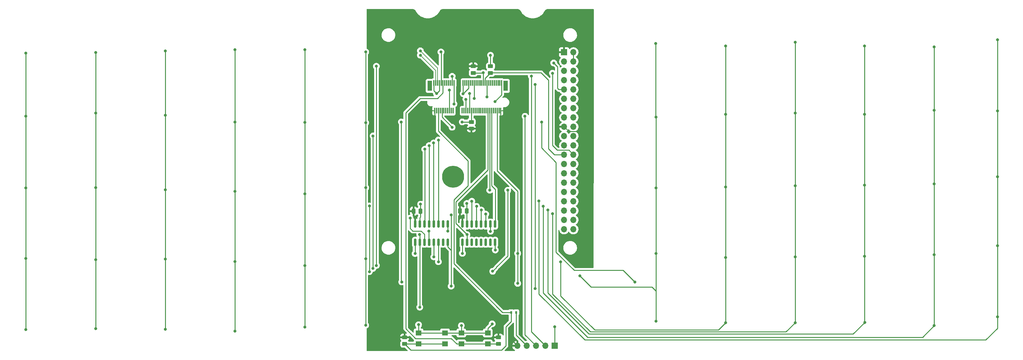
<source format=gbr>
%TF.GenerationSoftware,KiCad,Pcbnew,(6.0.10)*%
%TF.CreationDate,2023-07-28T11:59:27-04:00*%
%TF.ProjectId,storyboard,73746f72-7962-46f6-9172-642e6b696361,rev?*%
%TF.SameCoordinates,Original*%
%TF.FileFunction,Copper,L1,Top*%
%TF.FilePolarity,Positive*%
%FSLAX46Y46*%
G04 Gerber Fmt 4.6, Leading zero omitted, Abs format (unit mm)*
G04 Created by KiCad (PCBNEW (6.0.10)) date 2023-07-28 11:59:27*
%MOMM*%
%LPD*%
G01*
G04 APERTURE LIST*
G04 Aperture macros list*
%AMRoundRect*
0 Rectangle with rounded corners*
0 $1 Rounding radius*
0 $2 $3 $4 $5 $6 $7 $8 $9 X,Y pos of 4 corners*
0 Add a 4 corners polygon primitive as box body*
4,1,4,$2,$3,$4,$5,$6,$7,$8,$9,$2,$3,0*
0 Add four circle primitives for the rounded corners*
1,1,$1+$1,$2,$3*
1,1,$1+$1,$4,$5*
1,1,$1+$1,$6,$7*
1,1,$1+$1,$8,$9*
0 Add four rect primitives between the rounded corners*
20,1,$1+$1,$2,$3,$4,$5,0*
20,1,$1+$1,$4,$5,$6,$7,0*
20,1,$1+$1,$6,$7,$8,$9,0*
20,1,$1+$1,$8,$9,$2,$3,0*%
G04 Aperture macros list end*
%TA.AperFunction,SMDPad,CuDef*%
%ADD10R,0.600000X0.700000*%
%TD*%
%TA.AperFunction,ComponentPad*%
%ADD11R,1.700000X1.700000*%
%TD*%
%TA.AperFunction,ComponentPad*%
%ADD12O,1.700000X1.700000*%
%TD*%
%TA.AperFunction,WasherPad*%
%ADD13C,6.000000*%
%TD*%
%TA.AperFunction,SMDPad,CuDef*%
%ADD14R,0.299720X1.549400*%
%TD*%
%TA.AperFunction,SMDPad,CuDef*%
%ADD15R,1.198880X2.748280*%
%TD*%
%TA.AperFunction,SMDPad,CuDef*%
%ADD16RoundRect,0.250000X-0.450000X0.262500X-0.450000X-0.262500X0.450000X-0.262500X0.450000X0.262500X0*%
%TD*%
%TA.AperFunction,SMDPad,CuDef*%
%ADD17R,1.600000X1.400000*%
%TD*%
%TA.AperFunction,SMDPad,CuDef*%
%ADD18RoundRect,0.150000X0.150000X-0.825000X0.150000X0.825000X-0.150000X0.825000X-0.150000X-0.825000X0*%
%TD*%
%TA.AperFunction,SMDPad,CuDef*%
%ADD19RoundRect,0.250000X-0.250000X-0.475000X0.250000X-0.475000X0.250000X0.475000X-0.250000X0.475000X0*%
%TD*%
%TA.AperFunction,SMDPad,CuDef*%
%ADD20RoundRect,0.250000X0.450000X-0.262500X0.450000X0.262500X-0.450000X0.262500X-0.450000X-0.262500X0*%
%TD*%
%TA.AperFunction,ViaPad*%
%ADD21C,0.800000*%
%TD*%
%TA.AperFunction,Conductor*%
%ADD22C,0.250000*%
%TD*%
%TA.AperFunction,Conductor*%
%ADD23C,0.200000*%
%TD*%
G04 APERTURE END LIST*
D10*
%TO.P,D73,1,K*%
%TO.N,Net-(J1-Pad4)*%
X213800000Y-125900000D03*
%TO.P,D73,2,A*%
%TO.N,Net-(J3-Pad6)*%
X212400000Y-125900000D03*
%TD*%
D11*
%TO.P,J4,1,Pin_1*%
%TO.N,+3.3V*%
X226868000Y-54988000D03*
D12*
%TO.P,J4,2,Pin_2*%
%TO.N,+5V*%
X229408000Y-54988000D03*
%TO.P,J4,3,Pin_3*%
%TO.N,unconnected-(J4-Pad3)*%
X226868000Y-57528000D03*
%TO.P,J4,4,Pin_4*%
%TO.N,+5V*%
X229408000Y-57528000D03*
%TO.P,J4,5,Pin_5*%
%TO.N,unconnected-(J4-Pad5)*%
X226868000Y-60068000D03*
%TO.P,J4,6,Pin_6*%
%TO.N,GND*%
X229408000Y-60068000D03*
%TO.P,J4,7,Pin_7*%
%TO.N,unconnected-(J4-Pad7)*%
X226868000Y-62608000D03*
%TO.P,J4,8,Pin_8*%
%TO.N,unconnected-(J4-Pad8)*%
X229408000Y-62608000D03*
%TO.P,J4,9,Pin_9*%
%TO.N,GND*%
X226868000Y-65148000D03*
%TO.P,J4,10,Pin_10*%
%TO.N,unconnected-(J4-Pad10)*%
X229408000Y-65148000D03*
%TO.P,J4,11,Pin_11*%
%TO.N,nDISPLAY_RST*%
X226868000Y-67688000D03*
%TO.P,J4,12,Pin_12*%
%TO.N,unconnected-(J4-Pad12)*%
X229408000Y-67688000D03*
%TO.P,J4,13,Pin_13*%
%TO.N,unconnected-(J4-Pad13)*%
X226868000Y-70228000D03*
%TO.P,J4,14,Pin_14*%
%TO.N,GND*%
X229408000Y-70228000D03*
%TO.P,J4,15,Pin_15*%
%TO.N,unconnected-(J4-Pad15)*%
X226868000Y-72768000D03*
%TO.P,J4,16,Pin_16*%
%TO.N,unconnected-(J4-Pad16)*%
X229408000Y-72768000D03*
%TO.P,J4,17,Pin_17*%
%TO.N,+3.3V*%
X226868000Y-75308000D03*
%TO.P,J4,18,Pin_18*%
%TO.N,DISPLAY_BUSY*%
X229408000Y-75308000D03*
%TO.P,J4,19,Pin_19*%
%TO.N,SPI_MOSI*%
X226868000Y-77848000D03*
%TO.P,J4,20,Pin_20*%
%TO.N,GND*%
X229408000Y-77848000D03*
%TO.P,J4,21,Pin_21*%
%TO.N,unconnected-(J4-Pad21)*%
X226868000Y-80388000D03*
%TO.P,J4,22,Pin_22*%
%TO.N,DISPLAY_DC*%
X229408000Y-80388000D03*
%TO.P,J4,23,Pin_23*%
%TO.N,SPI_SCK*%
X226868000Y-82928000D03*
%TO.P,J4,24,Pin_24*%
%TO.N,nDISPLAY_CS*%
X229408000Y-82928000D03*
%TO.P,J4,25,Pin_25*%
%TO.N,GND*%
X226868000Y-85468000D03*
%TO.P,J4,26,Pin_26*%
%TO.N,unconnected-(J4-Pad26)*%
X229408000Y-85468000D03*
%TO.P,J4,27,Pin_27*%
%TO.N,unconnected-(J4-Pad27)*%
X226868000Y-88008000D03*
%TO.P,J4,28,Pin_28*%
%TO.N,unconnected-(J4-Pad28)*%
X229408000Y-88008000D03*
%TO.P,J4,29,Pin_29*%
%TO.N,unconnected-(J4-Pad29)*%
X226868000Y-90548000D03*
%TO.P,J4,30,Pin_30*%
%TO.N,GND*%
X229408000Y-90548000D03*
%TO.P,J4,31,Pin_31*%
%TO.N,unconnected-(J4-Pad31)*%
X226868000Y-93088000D03*
%TO.P,J4,32,Pin_32*%
%TO.N,unconnected-(J4-Pad32)*%
X229408000Y-93088000D03*
%TO.P,J4,33,Pin_33*%
%TO.N,unconnected-(J4-Pad33)*%
X226868000Y-95628000D03*
%TO.P,J4,34,Pin_34*%
%TO.N,GND*%
X229408000Y-95628000D03*
%TO.P,J4,35,Pin_35*%
%TO.N,unconnected-(J4-Pad35)*%
X226868000Y-98168000D03*
%TO.P,J4,36,Pin_36*%
%TO.N,unconnected-(J4-Pad36)*%
X229408000Y-98168000D03*
%TO.P,J4,37,Pin_37*%
%TO.N,unconnected-(J4-Pad37)*%
X226868000Y-100708000D03*
%TO.P,J4,38,Pin_38*%
%TO.N,unconnected-(J4-Pad38)*%
X229408000Y-100708000D03*
%TO.P,J4,39,Pin_39*%
%TO.N,GND*%
X226868000Y-103248000D03*
%TO.P,J4,40,Pin_40*%
%TO.N,unconnected-(J4-Pad40)*%
X229408000Y-103248000D03*
%TD*%
D13*
%TO.P,J3,*%
%TO.N,*%
X196602040Y-88903685D03*
D14*
%TO.P,J3,1,GND*%
%TO.N,GND*%
X191351860Y-63381765D03*
%TO.P,J3,2,+3.3V*%
%TO.N,+3.3V*%
X191600780Y-70928105D03*
%TO.P,J3,3,USB_D+*%
%TO.N,D+*%
X191852240Y-63381765D03*
%TO.P,J3,4,3.3V_EN*%
%TO.N,unconnected-(J3-Pad4)*%
X192101160Y-70928105D03*
%TO.P,J3,5,USB_D-*%
%TO.N,D-*%
X192350080Y-63381765D03*
%TO.P,J3,6,~{RESET}*%
%TO.N,Net-(J3-Pad6)*%
X192601540Y-70928105D03*
%TO.P,J3,7,GND*%
%TO.N,GND*%
X192850460Y-63381765D03*
%TO.P,J3,8,G11*%
%TO.N,unconnected-(J3-Pad8)*%
X193101920Y-70928105D03*
%TO.P,J3,9,USB_VIN*%
%TO.N,+5V*%
X193350840Y-63381765D03*
%TO.P,J3,10,D0*%
%TO.N,DISPLAY_DC*%
X193602300Y-70928105D03*
%TO.P,J3,11,~{BOOT}*%
%TO.N,Net-(J3-Pad11)*%
X193851220Y-63381765D03*
%TO.P,J3,12,I2C_SDA*%
%TO.N,unconnected-(J3-Pad12)*%
X194100140Y-70928105D03*
%TO.P,J3,13,RTS1*%
%TO.N,unconnected-(J3-Pad13)*%
X194351600Y-63381765D03*
%TO.P,J3,14,I2C_SCL*%
%TO.N,unconnected-(J3-Pad14)*%
X194600520Y-70928105D03*
%TO.P,J3,15,CTS1*%
%TO.N,unconnected-(J3-Pad15)*%
X194851980Y-63381765D03*
%TO.P,J3,16,I2C_~{INT}*%
%TO.N,unconnected-(J3-Pad16)*%
X195100900Y-70928105D03*
%TO.P,J3,17,TX1*%
%TO.N,unconnected-(J3-Pad17)*%
X195352360Y-63381765D03*
%TO.P,J3,18,D1/CAM_TRIG*%
%TO.N,nDISPLAY_RST*%
X195601280Y-70928105D03*
%TO.P,J3,19,RX1*%
%TO.N,unconnected-(J3-Pad19)*%
X195850200Y-63381765D03*
%TO.P,J3,20,RX2*%
%TO.N,unconnected-(J3-Pad20)*%
X196101660Y-70928105D03*
%TO.P,J3,21,SWDCK*%
%TO.N,Net-(J1-Pad2)*%
X196350580Y-63381765D03*
%TO.P,J3,22,TX2*%
%TO.N,unconnected-(J3-Pad22)*%
X196602040Y-70928105D03*
%TO.P,J3,23,SWDIO*%
%TO.N,Net-(J1-Pad3)*%
X196850960Y-63381765D03*
%TO.P,J3,32,PWM0*%
%TO.N,unconnected-(J3-Pad32)*%
X199101400Y-70928105D03*
%TO.P,J3,33,GND*%
%TO.N,GND*%
X199350320Y-63381765D03*
%TO.P,J3,34,A0*%
%TO.N,unconnected-(J3-Pad34)*%
X199601780Y-70928105D03*
%TO.P,J3,35,USBHOST_D+*%
%TO.N,unconnected-(J3-Pad35)*%
X199850700Y-63381765D03*
%TO.P,J3,36,GND*%
%TO.N,GND*%
X200102160Y-70928105D03*
%TO.P,J3,37,USBHOST_D-*%
%TO.N,unconnected-(J3-Pad37)*%
X200351080Y-63381765D03*
%TO.P,J3,38,A1*%
%TO.N,unconnected-(J3-Pad38)*%
X200600000Y-70928105D03*
%TO.P,J3,39,GND*%
%TO.N,GND*%
X200848920Y-63381765D03*
%TO.P,J3,40,G0/BUS0*%
%TO.N,DISPLAY_BUSY*%
X201097840Y-70928105D03*
%TO.P,J3,41,CAN-RX*%
%TO.N,unconnected-(J3-Pad41)*%
X201349300Y-63381765D03*
%TO.P,J3,42,G1/BUS1*%
%TO.N,nKEY_INT*%
X201598220Y-70928105D03*
%TO.P,J3,43,CAN-TX*%
%TO.N,unconnected-(J3-Pad43)*%
X201849680Y-63381765D03*
%TO.P,J3,44,G2/BUS2*%
%TO.N,unconnected-(J3-Pad44)*%
X202098600Y-70928105D03*
%TO.P,J3,45,GND*%
%TO.N,GND*%
X202347520Y-63381765D03*
%TO.P,J3,46,G3/BUS3*%
%TO.N,unconnected-(J3-Pad46)*%
X202598980Y-70928105D03*
%TO.P,J3,47,PWM1*%
%TO.N,unconnected-(J3-Pad47)*%
X202847900Y-63381765D03*
%TO.P,J3,48,G4/BUS4*%
%TO.N,unconnected-(J3-Pad48)*%
X203099360Y-70928105D03*
%TO.P,J3,49,BATT_VIN/3*%
%TO.N,unconnected-(J3-Pad49)*%
X203348280Y-63381765D03*
%TO.P,J3,50,AUD_BCLK*%
%TO.N,unconnected-(J3-Pad50)*%
X203599740Y-70928105D03*
%TO.P,J3,51,I2C_SDA1*%
%TO.N,unconnected-(J3-Pad51)*%
X203848660Y-63381765D03*
%TO.P,J3,52,AUD_LRCLK*%
%TO.N,unconnected-(J3-Pad52)*%
X204097580Y-70928105D03*
%TO.P,J3,53,I2C_SCL1*%
%TO.N,unconnected-(J3-Pad53)*%
X204349040Y-63381765D03*
%TO.P,J3,54,AUD_IN/CAM_PCLK*%
%TO.N,unconnected-(J3-Pad54)*%
X204597960Y-70928105D03*
%TO.P,J3,55,SPI_~{CS}*%
%TO.N,nDISPLAY_CS*%
X204849420Y-63381765D03*
%TO.P,J3,56,AUD_OUT/CAM_MCLK*%
%TO.N,unconnected-(J3-Pad56)*%
X205098340Y-70928105D03*
%TO.P,J3,57,SPI_SCK*%
%TO.N,SPI_SCK*%
X205349800Y-63381765D03*
%TO.P,J3,58,AUD_MCLK*%
%TO.N,unconnected-(J3-Pad58)*%
X205598720Y-70928105D03*
%TO.P,J3,59,SPI_SDO*%
%TO.N,SPI_MOSI*%
X205847640Y-63381765D03*
%TO.P,J3,60,SPI_SCK1/SDIO_CLK*%
%TO.N,MATRIX_CLK*%
X206099100Y-70928105D03*
%TO.P,J3,61,SPI_SDI*%
%TO.N,SPI_MISO*%
X206348020Y-63381765D03*
%TO.P,J3,62,SPI_SDO1/SDIO_CMD*%
%TO.N,MATRIX_SI*%
X206599480Y-70928105D03*
%TO.P,J3,63,G10/ADC_D+/CAM_VSYNC*%
%TO.N,unconnected-(J3-Pad63)*%
X206848400Y-63381765D03*
%TO.P,J3,64,SPI_SDI1/SDIO_DATA0*%
%TO.N,MATRIX_SO*%
X207099860Y-70928105D03*
%TO.P,J3,65,G9/ADC_D-/CAM_HSYNC*%
%TO.N,unconnected-(J3-Pad65)*%
X207348780Y-63381765D03*
%TO.P,J3,66,SDIO_DATA1*%
%TO.N,unconnected-(J3-Pad66)*%
X207597700Y-70928105D03*
%TO.P,J3,67,G8*%
%TO.N,unconnected-(J3-Pad67)*%
X207849160Y-63381765D03*
%TO.P,J3,68,SDIO_DATA2*%
%TO.N,unconnected-(J3-Pad68)*%
X208098080Y-70928105D03*
%TO.P,J3,69,G7/BUS7*%
%TO.N,unconnected-(J3-Pad69)*%
X208349540Y-63381765D03*
%TO.P,J3,70,SPI_~{CS1}/SDIO_DATA3*%
%TO.N,nMATRIX_LD*%
X208598460Y-70928105D03*
%TO.P,J3,71,G6/BUS6*%
%TO.N,unconnected-(J3-Pad71)*%
X208849920Y-63381765D03*
%TO.P,J3,72,RTC_3V*%
%TO.N,unconnected-(J3-Pad72)*%
X209098840Y-70928105D03*
%TO.P,J3,73,G5/BUS5*%
%TO.N,unconnected-(J3-Pad73)*%
X209347760Y-63381765D03*
%TO.P,J3,74,+3.3V*%
%TO.N,+3.3V*%
X209599220Y-70928105D03*
%TO.P,J3,75,GND*%
%TO.N,GND*%
X209848140Y-63381765D03*
D15*
%TO.P,J3,A1*%
%TO.N,N/C*%
X190252040Y-64156465D03*
%TO.P,J3,A2*%
X210947960Y-64156465D03*
%TD*%
D11*
%TO.P,J1,1,Pin_1*%
%TO.N,GND*%
X224275000Y-135000000D03*
D12*
%TO.P,J1,2,Pin_2*%
%TO.N,Net-(J1-Pad2)*%
X221735000Y-135000000D03*
%TO.P,J1,3,Pin_3*%
%TO.N,Net-(J1-Pad3)*%
X219195000Y-135000000D03*
%TO.P,J1,4,Pin_4*%
%TO.N,Net-(J1-Pad4)*%
X216655000Y-135000000D03*
%TO.P,J1,5,Pin_5*%
%TO.N,+3.3V*%
X214115000Y-135000000D03*
%TD*%
D16*
%TO.P,R15,1*%
%TO.N,+3.3V*%
X209000000Y-132687500D03*
%TO.P,R15,2*%
%TO.N,Net-(J3-Pad11)*%
X209000000Y-134512500D03*
%TD*%
D17*
%TO.P,SW61,1,1*%
%TO.N,GND*%
X194400000Y-131500000D03*
X187200000Y-131500000D03*
%TO.P,SW61,2,2*%
%TO.N,Net-(J3-Pad6)*%
X194400000Y-134500000D03*
X187200000Y-134500000D03*
%TD*%
D18*
%TO.P,U2,1,~{PL}*%
%TO.N,nMATRIX_LD*%
X186255000Y-106775000D03*
%TO.P,U2,2,CP*%
%TO.N,MATRIX_CLK*%
X187525000Y-106775000D03*
%TO.P,U2,3,D4*%
%TO.N,COL4*%
X188795000Y-106775000D03*
%TO.P,U2,4,D5*%
%TO.N,COL5*%
X190065000Y-106775000D03*
%TO.P,U2,5,D6*%
%TO.N,COL6*%
X191335000Y-106775000D03*
%TO.P,U2,6,D7*%
%TO.N,COL7*%
X192605000Y-106775000D03*
%TO.P,U2,7,~{Q7}*%
%TO.N,unconnected-(U2-Pad7)*%
X193875000Y-106775000D03*
%TO.P,U2,8,GND*%
%TO.N,GND*%
X195145000Y-106775000D03*
%TO.P,U2,9,Q7*%
%TO.N,Net-(U2-Pad9)*%
X195145000Y-101825000D03*
%TO.P,U2,10,DS*%
%TO.N,unconnected-(U2-Pad10)*%
X193875000Y-101825000D03*
%TO.P,U2,11,D0*%
%TO.N,COL0*%
X192605000Y-101825000D03*
%TO.P,U2,12,D1*%
%TO.N,COL1*%
X191335000Y-101825000D03*
%TO.P,U2,13,D2*%
%TO.N,COL2*%
X190065000Y-101825000D03*
%TO.P,U2,14,D3*%
%TO.N,COL3*%
X188795000Y-101825000D03*
%TO.P,U2,15,~{CE}*%
%TO.N,GND*%
X187525000Y-101825000D03*
%TO.P,U2,16,VCC*%
%TO.N,+3.3V*%
X186255000Y-101825000D03*
%TD*%
D19*
%TO.P,C2,1*%
%TO.N,+3.3V*%
X185850000Y-98300000D03*
%TO.P,C2,2*%
%TO.N,GND*%
X187750000Y-98300000D03*
%TD*%
D17*
%TO.P,SW62,1,1*%
%TO.N,GND*%
X206050000Y-131500000D03*
X198850000Y-131500000D03*
%TO.P,SW62,2,2*%
%TO.N,Net-(J3-Pad11)*%
X206050000Y-134500000D03*
X198850000Y-134500000D03*
%TD*%
D19*
%TO.P,C3,1*%
%TO.N,+3.3V*%
X198450000Y-98200000D03*
%TO.P,C3,2*%
%TO.N,GND*%
X200350000Y-98200000D03*
%TD*%
D16*
%TO.P,R18,1*%
%TO.N,+3.3V*%
X202100000Y-58787500D03*
%TO.P,R18,2*%
%TO.N,nDISPLAY_CS*%
X202100000Y-60612500D03*
%TD*%
D20*
%TO.P,R20,1*%
%TO.N,SPI_SCK*%
X206800000Y-60612500D03*
%TO.P,R20,2*%
%TO.N,GND*%
X206800000Y-58787500D03*
%TD*%
%TO.P,R14,1*%
%TO.N,+3.3V*%
X201600000Y-75812500D03*
%TO.P,R14,2*%
%TO.N,nKEY_INT*%
X201600000Y-73987500D03*
%TD*%
D18*
%TO.P,U3,1,~{PL}*%
%TO.N,nMATRIX_LD*%
X199155000Y-106775000D03*
%TO.P,U3,2,CP*%
%TO.N,MATRIX_CLK*%
X200425000Y-106775000D03*
%TO.P,U3,3,D4*%
%TO.N,unconnected-(U3-Pad3)*%
X201695000Y-106775000D03*
%TO.P,U3,4,D5*%
%TO.N,unconnected-(U3-Pad4)*%
X202965000Y-106775000D03*
%TO.P,U3,5,D6*%
%TO.N,unconnected-(U3-Pad5)*%
X204235000Y-106775000D03*
%TO.P,U3,6,D7*%
%TO.N,unconnected-(U3-Pad6)*%
X205505000Y-106775000D03*
%TO.P,U3,7,~{Q7}*%
%TO.N,unconnected-(U3-Pad7)*%
X206775000Y-106775000D03*
%TO.P,U3,8,GND*%
%TO.N,GND*%
X208045000Y-106775000D03*
%TO.P,U3,9,Q7*%
%TO.N,MATRIX_SO*%
X208045000Y-101825000D03*
%TO.P,U3,10,DS*%
%TO.N,Net-(U2-Pad9)*%
X206775000Y-101825000D03*
%TO.P,U3,11,D0*%
%TO.N,COL8*%
X205505000Y-101825000D03*
%TO.P,U3,12,D1*%
%TO.N,COL9*%
X204235000Y-101825000D03*
%TO.P,U3,13,D2*%
%TO.N,COL10*%
X202965000Y-101825000D03*
%TO.P,U3,14,D3*%
%TO.N,COL11*%
X201695000Y-101825000D03*
%TO.P,U3,15,~{CE}*%
%TO.N,GND*%
X200425000Y-101825000D03*
%TO.P,U3,16,VCC*%
%TO.N,+3.3V*%
X199155000Y-101825000D03*
%TD*%
D16*
%TO.P,R16,1*%
%TO.N,+3.3V*%
X183400000Y-132687500D03*
%TO.P,R16,2*%
%TO.N,Net-(J3-Pad6)*%
X183400000Y-134512500D03*
%TD*%
D21*
%TO.N,+3.3V*%
X209200000Y-130000000D03*
X212400000Y-130000000D03*
%TO.N,GND*%
X224028000Y-57912000D03*
%TO.N,+3.3V*%
X210566000Y-77724000D03*
X203200000Y-77724000D03*
%TO.N,GND*%
X206800000Y-55800000D03*
X187200000Y-129250000D03*
X196088000Y-99314000D03*
X207264000Y-129032000D03*
X199350320Y-66299680D03*
X202350000Y-67600000D03*
X200350000Y-96200000D03*
X198850000Y-129500000D03*
X224282000Y-129794000D03*
X208100000Y-108900000D03*
X187750000Y-96400000D03*
X208000000Y-68400000D03*
X192100000Y-66250000D03*
X200100000Y-67818000D03*
X196088000Y-118738000D03*
%TO.N,+3.3V*%
X185674000Y-126492000D03*
X181356000Y-126492000D03*
X202100000Y-53550000D03*
X186200000Y-84150000D03*
X203550000Y-84150000D03*
X185850000Y-96300000D03*
X213050000Y-48900000D03*
X197022500Y-121377500D03*
X202850000Y-92950000D03*
X234050000Y-62200000D03*
X197090000Y-116840000D03*
X211300000Y-114150000D03*
X180250000Y-96300000D03*
X186350000Y-92950000D03*
X178100000Y-62100000D03*
X211750000Y-84150000D03*
%TO.N,+5V*%
X193300000Y-54900000D03*
%TO.N,COL0*%
X80200000Y-55200000D03*
X80200000Y-92000000D03*
X80200000Y-72400000D03*
X80200000Y-130600000D03*
X192600000Y-78900000D03*
X80200000Y-111200000D03*
%TO.N,nKEY_INT*%
X246100000Y-117600000D03*
X220700000Y-74000000D03*
X199100000Y-74000000D03*
X182500000Y-74000000D03*
X182600000Y-117600000D03*
%TO.N,ROW0*%
X175700000Y-113100000D03*
X219000000Y-63800000D03*
X175700000Y-58800000D03*
X219000000Y-119400000D03*
%TO.N,ROW1*%
X174800000Y-77800000D03*
X174800000Y-113900000D03*
%TO.N,ROW2*%
X173800000Y-114800000D03*
X173800000Y-96900000D03*
%TO.N,COL1*%
X99200000Y-91900000D03*
X99200000Y-111500000D03*
X99200000Y-71600000D03*
X99200000Y-55100000D03*
X191300000Y-79700000D03*
X99200000Y-130300000D03*
%TO.N,COL2*%
X118200000Y-130500000D03*
X118200000Y-111400000D03*
X190100000Y-80424500D03*
X118200000Y-72200000D03*
X118200000Y-54600000D03*
X118200000Y-92500000D03*
%TO.N,COL3*%
X137200000Y-54300000D03*
X188900000Y-81400000D03*
X137200000Y-131000000D03*
X137200000Y-74000000D03*
X137200000Y-92900000D03*
X137200000Y-112000000D03*
%TO.N,COL4*%
X156200000Y-113100000D03*
X184900000Y-100200000D03*
X156200000Y-93600000D03*
X156200000Y-129900000D03*
X156200000Y-54300000D03*
X156200000Y-74100000D03*
%TO.N,COL5*%
X172800000Y-74200000D03*
X172800000Y-111300000D03*
X172800000Y-129400000D03*
X172800000Y-91900000D03*
X190000000Y-103700000D03*
X172800000Y-54900000D03*
%TO.N,COL6*%
X251900000Y-92000000D03*
X191335000Y-110765000D03*
X251900000Y-128300000D03*
X251900000Y-72700000D03*
X231125000Y-115925000D03*
X251900000Y-109800000D03*
X251800000Y-52600000D03*
%TO.N,COL7*%
X270900000Y-91700000D03*
X225900000Y-112100000D03*
X270900000Y-128700000D03*
X270900000Y-53300000D03*
X270900000Y-71900000D03*
X270900000Y-110900000D03*
X192605000Y-112095000D03*
%TO.N,COL8*%
X205505000Y-99095000D03*
X289800000Y-52300000D03*
X289800000Y-71600000D03*
X289800000Y-110800000D03*
X289800000Y-91400000D03*
X223700000Y-99000000D03*
X289800000Y-128700000D03*
%TO.N,COL9*%
X308700000Y-71900000D03*
X222400000Y-98000000D03*
X308700000Y-53300000D03*
X308700000Y-110600000D03*
X308700000Y-91200000D03*
X204300000Y-98000000D03*
X308800000Y-128600000D03*
%TO.N,COL10*%
X221200000Y-97000000D03*
X327700000Y-129500000D03*
X203000000Y-97000000D03*
X327700000Y-53500000D03*
X327700000Y-110200000D03*
X327700000Y-90900000D03*
X327700000Y-70800000D03*
%TO.N,COL11*%
X201700000Y-95600000D03*
X344900000Y-127100000D03*
X344900000Y-107700000D03*
X220000000Y-95550000D03*
X344900000Y-51600000D03*
X344900000Y-71000000D03*
X344900000Y-88900000D03*
%TO.N,Net-(J1-Pad2)*%
X196350580Y-61549420D03*
X217900000Y-61500000D03*
%TO.N,Net-(J1-Pad3)*%
X216200000Y-72436000D03*
X196850000Y-69088000D03*
%TO.N,D-*%
X187700000Y-54600000D03*
%TO.N,D+*%
X187700000Y-55800000D03*
%TO.N,DISPLAY_DC*%
X196342000Y-75438000D03*
%TO.N,nDISPLAY_RST*%
X195600000Y-65300000D03*
%TO.N,DISPLAY_BUSY*%
X201100000Y-66200000D03*
%TO.N,nDISPLAY_CS*%
X204853982Y-60592379D03*
X223700000Y-60700000D03*
%TO.N,SPI_MOSI*%
X205847640Y-67152360D03*
%TO.N,MATRIX_CLK*%
X200400000Y-104700000D03*
X187525000Y-124475000D03*
X187500000Y-104700000D03*
%TO.N,MATRIX_SI*%
X207400000Y-114700000D03*
X211500000Y-92600000D03*
X206600000Y-92600000D03*
%TO.N,nMATRIX_LD*%
X186250000Y-109850000D03*
X214200000Y-118000000D03*
X214200000Y-109800000D03*
X199150000Y-109800000D03*
%TO.N,Net-(U2-Pad9)*%
X195145000Y-103755000D03*
X206800000Y-103800000D03*
%TD*%
D22*
%TO.N,Net-(J3-Pad6)*%
X185087500Y-136200000D02*
X183400000Y-134512500D01*
X211000000Y-129800000D02*
X211000000Y-135000000D01*
X211000000Y-135000000D02*
X209800000Y-136200000D01*
X212400000Y-125900000D02*
X212400000Y-128400000D01*
X212400000Y-128400000D02*
X211000000Y-129800000D01*
X209800000Y-136200000D02*
X185087500Y-136200000D01*
X200700000Y-91350000D02*
X196850000Y-95200000D01*
X200700000Y-84600000D02*
X200700000Y-91350000D01*
X192601540Y-76501540D02*
X200700000Y-84600000D01*
X210100000Y-125900000D02*
X212400000Y-125900000D01*
X192601540Y-70928105D02*
X192601540Y-76501540D01*
X196850000Y-95200000D02*
X196850000Y-112650000D01*
X196850000Y-112650000D02*
X210100000Y-125900000D01*
%TO.N,Net-(J1-Pad4)*%
X213800000Y-125900000D02*
X213800000Y-132145000D01*
X213800000Y-132145000D02*
X216655000Y-135000000D01*
%TO.N,+3.3V*%
X212400000Y-133285000D02*
X212400000Y-130000000D01*
X214115000Y-135000000D02*
X212400000Y-133285000D01*
%TO.N,Net-(J3-Pad6)*%
X183412500Y-134500000D02*
X187200000Y-134500000D01*
X183400000Y-134512500D02*
X183412500Y-134500000D01*
X187200000Y-134500000D02*
X194400000Y-134500000D01*
%TO.N,+3.3V*%
X209599220Y-72799220D02*
X209600000Y-72800000D01*
X209599220Y-70928105D02*
X209599220Y-72799220D01*
X191600780Y-70928105D02*
X191600780Y-72199220D01*
X228160000Y-76600000D02*
X226868000Y-75308000D01*
X231794000Y-76600000D02*
X228160000Y-76600000D01*
%TO.N,GND*%
X225044000Y-64770000D02*
X225044000Y-58928000D01*
X225422000Y-65148000D02*
X225044000Y-64770000D01*
X225044000Y-58928000D02*
X224028000Y-57912000D01*
X226868000Y-65148000D02*
X225422000Y-65148000D01*
%TO.N,SPI_SCK*%
X205349800Y-62062700D02*
X206800000Y-60612500D01*
X205349800Y-63381765D02*
X205349800Y-62062700D01*
%TO.N,COL0*%
X80200000Y-55200000D02*
X80200000Y-72400000D01*
X80200000Y-72400000D02*
X80200000Y-92000000D01*
%TO.N,nDISPLAY_CS*%
X228180000Y-81650000D02*
X229408000Y-82878000D01*
X224950000Y-81650000D02*
X228180000Y-81650000D01*
X223700000Y-80400000D02*
X224950000Y-81650000D01*
X223700000Y-60700000D02*
X223700000Y-80400000D01*
%TO.N,nKEY_INT*%
X224650000Y-85000000D02*
X220700000Y-81050000D01*
X220700000Y-81050000D02*
X220700000Y-74000000D01*
X229600000Y-114450000D02*
X224650000Y-109500000D01*
X242950000Y-114450000D02*
X229600000Y-114450000D01*
X224650000Y-109500000D02*
X224650000Y-85000000D01*
X246100000Y-117600000D02*
X242950000Y-114450000D01*
%TO.N,COL6*%
X251900000Y-120100000D02*
X251900000Y-128300000D01*
X231125000Y-115925000D02*
X234200000Y-119000000D01*
X234200000Y-119000000D02*
X250800000Y-119000000D01*
X250800000Y-119000000D02*
X251900000Y-120100000D01*
%TO.N,GND*%
X192100000Y-66250000D02*
X192850460Y-65499540D01*
X208045000Y-106775000D02*
X208045000Y-108845000D01*
X187750000Y-99850000D02*
X187750000Y-98300000D01*
X208045000Y-108845000D02*
X208100000Y-108900000D01*
X187525000Y-101825000D02*
X187525000Y-100075000D01*
X200850000Y-63382845D02*
X200848920Y-63381765D01*
X224275000Y-129801000D02*
X224282000Y-129794000D01*
X202347520Y-63381765D02*
X202347520Y-67597520D01*
X200350000Y-98200000D02*
X200350000Y-101750000D01*
X187750000Y-98300000D02*
X187750000Y-96400000D01*
X200100000Y-67818000D02*
X200102160Y-67820160D01*
X200350000Y-101750000D02*
X200425000Y-101825000D01*
X206050000Y-130246000D02*
X207264000Y-129032000D01*
X196088000Y-118738000D02*
X196088000Y-108988000D01*
X192850460Y-65499540D02*
X192850460Y-63381765D01*
X209848140Y-63381765D02*
X209848140Y-66551860D01*
X198850000Y-131500000D02*
X198850000Y-129500000D01*
X199350320Y-66299680D02*
X200850000Y-64800000D01*
X187200000Y-131500000D02*
X194400000Y-131500000D01*
X206800000Y-55800000D02*
X206800000Y-58787500D01*
X202347520Y-67597520D02*
X202350000Y-67600000D01*
X192100000Y-66250000D02*
X191351860Y-65501860D01*
X209848140Y-66551860D02*
X208000000Y-68400000D01*
X200850000Y-64800000D02*
X200850000Y-63382845D01*
X195145000Y-106775000D02*
X195145000Y-108045000D01*
X200350000Y-98200000D02*
X200350000Y-96200000D01*
X224275000Y-135000000D02*
X224275000Y-129801000D01*
X191351860Y-65501860D02*
X191351860Y-63381765D01*
X187200000Y-131500000D02*
X187200000Y-129250000D01*
X187525000Y-100075000D02*
X187750000Y-99850000D01*
X196088000Y-108988000D02*
X196088000Y-99314000D01*
X206050000Y-131500000D02*
X206050000Y-130246000D01*
X200102160Y-67820160D02*
X200102160Y-70928105D01*
X198850000Y-131500000D02*
X206050000Y-131500000D01*
X194400000Y-131500000D02*
X198850000Y-131500000D01*
X199350320Y-66299680D02*
X199350320Y-63381765D01*
X195145000Y-108045000D02*
X196088000Y-108988000D01*
%TO.N,+3.3V*%
X185850000Y-99650000D02*
X185850000Y-98300000D01*
X198450000Y-98200000D02*
X198450000Y-99750000D01*
X185850000Y-98300000D02*
X185850000Y-96300000D01*
X198450000Y-99750000D02*
X199155000Y-100455000D01*
X199155000Y-100455000D02*
X199155000Y-101825000D01*
X202100000Y-53550000D02*
X202100000Y-58787500D01*
X186255000Y-101825000D02*
X186255000Y-100055000D01*
X186255000Y-100055000D02*
X185850000Y-99650000D01*
%TO.N,+5V*%
X193350840Y-63381765D02*
X193350840Y-54950840D01*
X193350840Y-54950840D02*
X193300000Y-54900000D01*
X229408000Y-54938000D02*
X229408000Y-57478000D01*
%TO.N,COL0*%
X80200000Y-111200000D02*
X80200000Y-130600000D01*
X80200000Y-92000000D02*
X80200000Y-111200000D01*
X192605000Y-78905000D02*
X192605000Y-101825000D01*
X192600000Y-78900000D02*
X192605000Y-78905000D01*
%TO.N,nKEY_INT*%
X182600000Y-117600000D02*
X182500000Y-117500000D01*
X182500000Y-117500000D02*
X182500000Y-74000000D01*
X201600000Y-73987500D02*
X201587500Y-74000000D01*
X201587500Y-74000000D02*
X199100000Y-74000000D01*
X201598220Y-70928105D02*
X201598220Y-73985720D01*
X201598220Y-73985720D02*
X201600000Y-73987500D01*
%TO.N,ROW0*%
X175700000Y-113100000D02*
X175700000Y-58800000D01*
X219000000Y-63800000D02*
X219000000Y-119400000D01*
%TO.N,ROW1*%
X174800000Y-113900000D02*
X174800000Y-77800000D01*
%TO.N,ROW2*%
X173800000Y-96900000D02*
X173800000Y-114800000D01*
%TO.N,COL1*%
X191300000Y-101790000D02*
X191335000Y-101825000D01*
X99200000Y-71600000D02*
X99200000Y-91900000D01*
X99200000Y-55100000D02*
X99200000Y-71600000D01*
X99200000Y-111500000D02*
X99200000Y-130300000D01*
X191300000Y-79700000D02*
X191300000Y-101790000D01*
X99200000Y-91900000D02*
X99200000Y-111500000D01*
%TO.N,COL2*%
X118200000Y-54600000D02*
X118200000Y-72200000D01*
X190100000Y-80424500D02*
X190100000Y-101790000D01*
X118200000Y-111400000D02*
X118200000Y-130500000D01*
X118200000Y-92500000D02*
X118200000Y-111400000D01*
X118200000Y-72200000D02*
X118200000Y-92500000D01*
X190100000Y-101790000D02*
X190065000Y-101825000D01*
%TO.N,COL3*%
X137200000Y-112000000D02*
X137200000Y-131000000D01*
X137200000Y-54300000D02*
X137200000Y-74000000D01*
X188900000Y-81400000D02*
X188900000Y-101720000D01*
X137200000Y-92900000D02*
X137200000Y-112000000D01*
X137200000Y-74000000D02*
X137200000Y-92900000D01*
X188900000Y-101720000D02*
X188795000Y-101825000D01*
%TO.N,COL4*%
X184900000Y-103000000D02*
X185600000Y-103700000D01*
X185600000Y-103700000D02*
X187900000Y-103700000D01*
X184900000Y-100200000D02*
X184900000Y-103000000D01*
X156200000Y-54300000D02*
X156200000Y-74100000D01*
X156200000Y-74100000D02*
X156200000Y-93600000D01*
X156200000Y-113100000D02*
X156200000Y-129900000D01*
X188795000Y-104595000D02*
X188795000Y-106775000D01*
X156200000Y-93600000D02*
X156200000Y-113100000D01*
X187900000Y-103700000D02*
X188795000Y-104595000D01*
%TO.N,COL5*%
X172800000Y-91900000D02*
X172800000Y-111300000D01*
X190000000Y-103700000D02*
X190000000Y-106710000D01*
X172800000Y-74200000D02*
X172800000Y-91900000D01*
X172800000Y-54900000D02*
X172800000Y-74200000D01*
X190000000Y-106710000D02*
X190065000Y-106775000D01*
X172800000Y-129400000D02*
X172800000Y-111300000D01*
%TO.N,COL6*%
X251800000Y-72600000D02*
X251900000Y-72700000D01*
X191335000Y-110765000D02*
X191335000Y-106775000D01*
X251800000Y-52600000D02*
X251800000Y-72600000D01*
X251900000Y-109800000D02*
X251900000Y-128300000D01*
X251900000Y-72700000D02*
X251900000Y-92000000D01*
X251900000Y-92000000D02*
X251900000Y-109800000D01*
%TO.N,COL7*%
X270900000Y-53300000D02*
X270900000Y-71900000D01*
X270900000Y-121300000D02*
X270900000Y-128700000D01*
X225900000Y-112100000D02*
X225900000Y-121400000D01*
X270900000Y-121300000D02*
X270900000Y-110900000D01*
X270900000Y-71900000D02*
X270900000Y-91700000D01*
X268900000Y-130700000D02*
X270900000Y-128700000D01*
X235200000Y-130700000D02*
X268900000Y-130700000D01*
X225900000Y-121400000D02*
X235200000Y-130700000D01*
X270900000Y-91700000D02*
X270900000Y-110900000D01*
X192605000Y-106775000D02*
X192605000Y-112095000D01*
%TO.N,COL8*%
X234000000Y-131200000D02*
X287300000Y-131200000D01*
X289800000Y-52300000D02*
X289800000Y-71600000D01*
X287300000Y-131200000D02*
X289800000Y-128700000D01*
X223700000Y-120900000D02*
X234000000Y-131200000D01*
X289800000Y-71600000D02*
X289800000Y-91400000D01*
X289800000Y-128700000D02*
X289800000Y-110800000D01*
X223700000Y-99000000D02*
X223700000Y-120900000D01*
X205505000Y-99095000D02*
X205505000Y-101825000D01*
X289800000Y-91400000D02*
X289800000Y-110800000D01*
%TO.N,COL9*%
X204235000Y-98065000D02*
X204235000Y-101825000D01*
X308800000Y-128600000D02*
X308700000Y-128500000D01*
X233600000Y-131800000D02*
X305600000Y-131800000D01*
X308700000Y-71900000D02*
X308700000Y-91200000D01*
X308700000Y-91200000D02*
X308700000Y-110600000D01*
X305600000Y-131800000D02*
X308800000Y-128600000D01*
X308700000Y-128500000D02*
X308700000Y-110600000D01*
X222400000Y-120600000D02*
X233600000Y-131800000D01*
X222400000Y-98000000D02*
X222400000Y-120600000D01*
X204300000Y-98000000D02*
X204235000Y-98065000D01*
X308700000Y-53300000D02*
X308700000Y-71900000D01*
%TO.N,COL10*%
X203000000Y-97000000D02*
X202965000Y-97035000D01*
X233300000Y-132700000D02*
X324500000Y-132700000D01*
X202965000Y-97035000D02*
X202965000Y-101825000D01*
X221200000Y-120600000D02*
X233300000Y-132700000D01*
X327700000Y-90900000D02*
X327700000Y-110200000D01*
X327700000Y-53500000D02*
X327700000Y-70800000D01*
X327700000Y-129500000D02*
X327700000Y-110200000D01*
X221200000Y-97000000D02*
X221200000Y-120600000D01*
X324500000Y-132700000D02*
X327700000Y-129500000D01*
X327700000Y-70800000D02*
X327700000Y-90900000D01*
%TO.N,COL11*%
X201700000Y-95600000D02*
X201695000Y-95605000D01*
X232500000Y-133400000D02*
X341700000Y-133400000D01*
X344900000Y-130200000D02*
X344900000Y-127100000D01*
X341700000Y-133400000D02*
X344900000Y-130200000D01*
X201695000Y-95605000D02*
X201695000Y-101825000D01*
X220000000Y-120900000D02*
X232500000Y-133400000D01*
X344900000Y-88900000D02*
X344900000Y-107700000D01*
X344900000Y-51600000D02*
X344900000Y-71000000D01*
X220000000Y-95550000D02*
X220000000Y-120900000D01*
X344900000Y-107700000D02*
X344900000Y-127100000D01*
X344900000Y-88900000D02*
X344900000Y-71000000D01*
%TO.N,Net-(J1-Pad2)*%
X217900000Y-61500000D02*
X217900000Y-131165000D01*
X217900000Y-131165000D02*
X221735000Y-135000000D01*
X196350580Y-61549420D02*
X196350580Y-63381765D01*
%TO.N,Net-(J1-Pad3)*%
X216200000Y-132005000D02*
X219195000Y-135000000D01*
X196850960Y-69087040D02*
X196850000Y-69088000D01*
X216200000Y-72436000D02*
X216200000Y-132005000D01*
X196850960Y-63381765D02*
X196850960Y-69087040D01*
D23*
%TO.N,D-*%
X192350080Y-63381765D02*
X192350080Y-59250080D01*
X192350080Y-59250080D02*
X187700000Y-54600000D01*
%TO.N,D+*%
X191852240Y-59952240D02*
X191852240Y-63381765D01*
X187700000Y-55800000D02*
X191852240Y-59952240D01*
D22*
%TO.N,DISPLAY_DC*%
X193602300Y-72698300D02*
X193602300Y-70928105D01*
X196342000Y-75438000D02*
X193602300Y-72698300D01*
%TO.N,Net-(J3-Pad11)*%
X192350000Y-67600000D02*
X187600000Y-67600000D01*
X206050000Y-134500000D02*
X208987500Y-134500000D01*
X186400000Y-133000000D02*
X196100000Y-133000000D01*
X193851220Y-63381765D02*
X193851220Y-66098780D01*
X196100000Y-133000000D02*
X197600000Y-134500000D01*
X183700000Y-71500000D02*
X183700000Y-130300000D01*
X183700000Y-130300000D02*
X186400000Y-133000000D01*
X193851220Y-66098780D02*
X192350000Y-67600000D01*
X208987500Y-134500000D02*
X209000000Y-134512500D01*
X197600000Y-134500000D02*
X198850000Y-134500000D01*
X187600000Y-67600000D02*
X183700000Y-71500000D01*
X198850000Y-134500000D02*
X206050000Y-134500000D01*
%TO.N,nDISPLAY_RST*%
X195601280Y-70928105D02*
X195601280Y-65301280D01*
X195601280Y-65301280D02*
X195600000Y-65300000D01*
%TO.N,DISPLAY_BUSY*%
X201097840Y-66202160D02*
X201097840Y-70928105D01*
X201100000Y-66200000D02*
X201097840Y-66202160D01*
%TO.N,nDISPLAY_CS*%
X202100000Y-60612500D02*
X204812500Y-60612500D01*
X204849420Y-63381765D02*
X204849420Y-60649420D01*
%TO.N,SPI_SCK*%
X220600000Y-60600000D02*
X206812500Y-60600000D01*
X222600000Y-81300000D02*
X222600000Y-62600000D01*
X224178000Y-82878000D02*
X226868000Y-82878000D01*
X222600000Y-81300000D02*
X224178000Y-82878000D01*
X222600000Y-62600000D02*
X220600000Y-60600000D01*
%TO.N,SPI_MOSI*%
X205847640Y-67152360D02*
X205847640Y-63381765D01*
%TO.N,MATRIX_CLK*%
X197358000Y-95792000D02*
X197358000Y-101658000D01*
X206099100Y-70928105D02*
X206099100Y-87050900D01*
X206099100Y-87050900D02*
X197358000Y-95792000D01*
X187525000Y-124475000D02*
X187525000Y-106775000D01*
X187525000Y-106775000D02*
X187525000Y-104725000D01*
X200400000Y-106750000D02*
X200425000Y-106775000D01*
X187525000Y-104725000D02*
X187500000Y-104700000D01*
X197358000Y-101658000D02*
X200400000Y-104700000D01*
X200400000Y-104700000D02*
X200400000Y-106750000D01*
%TO.N,MATRIX_SI*%
X206599480Y-92599480D02*
X206599480Y-70928105D01*
X211500000Y-92600000D02*
X211500000Y-110500000D01*
X206600000Y-92600000D02*
X206599480Y-92599480D01*
X208400000Y-113700000D02*
X207400000Y-114700000D01*
X208400000Y-113600000D02*
X208400000Y-113700000D01*
X211500000Y-110500000D02*
X208400000Y-113600000D01*
%TO.N,MATRIX_SO*%
X207099860Y-91399860D02*
X208100000Y-92400000D01*
X208100000Y-92400000D02*
X208100000Y-101770000D01*
X207099860Y-70928105D02*
X207099860Y-91399860D01*
X208100000Y-101770000D02*
X208045000Y-101825000D01*
%TO.N,nMATRIX_LD*%
X199150000Y-109800000D02*
X199155000Y-109795000D01*
X199155000Y-109795000D02*
X199155000Y-106775000D01*
X186250000Y-109850000D02*
X186255000Y-109845000D01*
X214200000Y-109800000D02*
X214200000Y-118000000D01*
X214200000Y-109800000D02*
X214200000Y-92900000D01*
X214200000Y-92900000D02*
X208598460Y-87298460D01*
X208598460Y-87298460D02*
X208598460Y-70928105D01*
X186255000Y-109845000D02*
X186255000Y-106775000D01*
%TO.N,Net-(U2-Pad9)*%
X206800000Y-101850000D02*
X206775000Y-101825000D01*
X195145000Y-103755000D02*
X195145000Y-101825000D01*
X206800000Y-103800000D02*
X206800000Y-101850000D01*
%TD*%
%TA.AperFunction,Conductor*%
%TO.N,+3.3V*%
G36*
X213131103Y-128725887D02*
G01*
X213164060Y-128788771D01*
X213166500Y-128813449D01*
X213166500Y-132066233D01*
X213165973Y-132077416D01*
X213164298Y-132084909D01*
X213164547Y-132092835D01*
X213164547Y-132092836D01*
X213166438Y-132152986D01*
X213166500Y-132156945D01*
X213166500Y-132184856D01*
X213166997Y-132188790D01*
X213166997Y-132188791D01*
X213167005Y-132188856D01*
X213167938Y-132200693D01*
X213169327Y-132244889D01*
X213174795Y-132263710D01*
X213174978Y-132264339D01*
X213178987Y-132283700D01*
X213181526Y-132303797D01*
X213184445Y-132311168D01*
X213184445Y-132311170D01*
X213197804Y-132344912D01*
X213201649Y-132356142D01*
X213210561Y-132386819D01*
X213213982Y-132398593D01*
X213218015Y-132405412D01*
X213218017Y-132405417D01*
X213224293Y-132416028D01*
X213232988Y-132433776D01*
X213240448Y-132452617D01*
X213245110Y-132459033D01*
X213245110Y-132459034D01*
X213266436Y-132488387D01*
X213272952Y-132498307D01*
X213289726Y-132526669D01*
X213295458Y-132536362D01*
X213309779Y-132550683D01*
X213322619Y-132565716D01*
X213334528Y-132582107D01*
X213365521Y-132607747D01*
X213368605Y-132610298D01*
X213377374Y-132618278D01*
X214332976Y-133573880D01*
X214367001Y-133636192D01*
X214365693Y-133665795D01*
X214369000Y-133665795D01*
X214369000Y-135128000D01*
X214348998Y-135196121D01*
X214295342Y-135242614D01*
X214243000Y-135254000D01*
X212798225Y-135254000D01*
X212784694Y-135257973D01*
X212783257Y-135267966D01*
X212813565Y-135402446D01*
X212816645Y-135412275D01*
X212896770Y-135609603D01*
X212901413Y-135618794D01*
X213012694Y-135800388D01*
X213018777Y-135808699D01*
X213158213Y-135969667D01*
X213165580Y-135976883D01*
X213329434Y-136112916D01*
X213337876Y-136118828D01*
X213445472Y-136181702D01*
X213494195Y-136233341D01*
X213507266Y-136303124D01*
X213480534Y-136368896D01*
X213422487Y-136409774D01*
X213381901Y-136416490D01*
X210783604Y-136416490D01*
X210715483Y-136396488D01*
X210668990Y-136342832D01*
X210658886Y-136272558D01*
X210688380Y-136207978D01*
X210694509Y-136201395D01*
X211392247Y-135503657D01*
X211400537Y-135496113D01*
X211407018Y-135492000D01*
X211453659Y-135442332D01*
X211456413Y-135439491D01*
X211476134Y-135419770D01*
X211478612Y-135416575D01*
X211486318Y-135407553D01*
X211511158Y-135381101D01*
X211516586Y-135375321D01*
X211526346Y-135357568D01*
X211537199Y-135341045D01*
X211544753Y-135331306D01*
X211549613Y-135325041D01*
X211567176Y-135284457D01*
X211572383Y-135273827D01*
X211593695Y-135235060D01*
X211595666Y-135227383D01*
X211595668Y-135227378D01*
X211598732Y-135215442D01*
X211605138Y-135196730D01*
X211610033Y-135185419D01*
X211613181Y-135178145D01*
X211614421Y-135170317D01*
X211614423Y-135170310D01*
X211620099Y-135134476D01*
X211622505Y-135122856D01*
X211631528Y-135087711D01*
X211631528Y-135087710D01*
X211633500Y-135080030D01*
X211633500Y-135059776D01*
X211635051Y-135040065D01*
X211636980Y-135027886D01*
X211638220Y-135020057D01*
X211634059Y-134976038D01*
X211633500Y-134964181D01*
X211633500Y-134734183D01*
X212779389Y-134734183D01*
X212780912Y-134742607D01*
X212793292Y-134746000D01*
X213842885Y-134746000D01*
X213858124Y-134741525D01*
X213859329Y-134740135D01*
X213861000Y-134732452D01*
X213861000Y-133683102D01*
X213857082Y-133669758D01*
X213842806Y-133667771D01*
X213804324Y-133673660D01*
X213794288Y-133676051D01*
X213591868Y-133742212D01*
X213582359Y-133746209D01*
X213393463Y-133844542D01*
X213384738Y-133850036D01*
X213214433Y-133977905D01*
X213206726Y-133984748D01*
X213059590Y-134138717D01*
X213053104Y-134146727D01*
X212933098Y-134322649D01*
X212928000Y-134331623D01*
X212838338Y-134524783D01*
X212834775Y-134534470D01*
X212779389Y-134734183D01*
X211633500Y-134734183D01*
X211633500Y-130114594D01*
X211653502Y-130046473D01*
X211670405Y-130025499D01*
X212220946Y-129474959D01*
X212792253Y-128903652D01*
X212800539Y-128896112D01*
X212807018Y-128892000D01*
X212828829Y-128868774D01*
X212853643Y-128842349D01*
X212856398Y-128839507D01*
X212876135Y-128819770D01*
X212878615Y-128816573D01*
X212886320Y-128807551D01*
X212916586Y-128775321D01*
X212920405Y-128768375D01*
X212920407Y-128768372D01*
X212926348Y-128757566D01*
X212937196Y-128741051D01*
X212940935Y-128736230D01*
X212998488Y-128694659D01*
X213069380Y-128690803D01*
X213131103Y-128725887D01*
G37*
%TD.AperFunction*%
%TA.AperFunction,Conductor*%
G36*
X214128150Y-43228741D02*
G01*
X214151846Y-43232431D01*
X214160749Y-43231267D01*
X214160751Y-43231267D01*
X214163971Y-43230846D01*
X214191737Y-43230303D01*
X214325851Y-43242523D01*
X214348335Y-43246654D01*
X214455456Y-43276594D01*
X214476122Y-43282370D01*
X214499485Y-43288900D01*
X214520851Y-43297025D01*
X214536474Y-43304653D01*
X214661887Y-43365889D01*
X214681435Y-43377742D01*
X214807698Y-43470949D01*
X214824783Y-43486139D01*
X214932133Y-43600634D01*
X214946192Y-43618660D01*
X215013630Y-43723520D01*
X215024131Y-43743622D01*
X215025485Y-43746905D01*
X215026987Y-43751529D01*
X215029702Y-43756894D01*
X215029789Y-43757151D01*
X215029945Y-43757373D01*
X215032655Y-43762729D01*
X215035493Y-43766681D01*
X215038020Y-43770842D01*
X215037983Y-43770865D01*
X215039414Y-43773066D01*
X215216707Y-44075498D01*
X215218543Y-44078019D01*
X215428094Y-44365827D01*
X215430296Y-44368852D01*
X215671861Y-44639635D01*
X215674149Y-44641738D01*
X215674157Y-44641746D01*
X215869134Y-44820945D01*
X215939033Y-44885188D01*
X216229188Y-45103103D01*
X216231852Y-45104718D01*
X216231859Y-45104723D01*
X216389181Y-45200110D01*
X216539480Y-45291240D01*
X216866865Y-45447754D01*
X217208128Y-45571109D01*
X217211153Y-45571874D01*
X217211159Y-45571876D01*
X217498470Y-45644550D01*
X217559921Y-45660094D01*
X217563006Y-45660556D01*
X217563011Y-45660557D01*
X217915705Y-45713374D01*
X217915714Y-45713375D01*
X217918793Y-45713836D01*
X218281221Y-45731807D01*
X218643649Y-45713832D01*
X218646744Y-45713369D01*
X218646749Y-45713368D01*
X218999423Y-45660550D01*
X218999427Y-45660549D01*
X219002520Y-45660086D01*
X219075445Y-45641639D01*
X219351292Y-45571861D01*
X219351293Y-45571861D01*
X219354312Y-45571097D01*
X219357231Y-45570042D01*
X219357237Y-45570040D01*
X219692642Y-45448798D01*
X219692645Y-45448797D01*
X219695574Y-45447738D01*
X220022957Y-45291220D01*
X220025614Y-45289609D01*
X220025625Y-45289603D01*
X220330571Y-45104702D01*
X220330577Y-45104698D01*
X220333247Y-45103079D01*
X220623400Y-44885161D01*
X220890568Y-44639605D01*
X220923843Y-44602305D01*
X221130018Y-44371186D01*
X221132130Y-44368819D01*
X221134299Y-44365841D01*
X221343883Y-44077979D01*
X221345716Y-44075462D01*
X221514255Y-43787958D01*
X221518369Y-43781797D01*
X221518324Y-43781768D01*
X221520953Y-43777666D01*
X221523888Y-43773784D01*
X221526725Y-43768501D01*
X221526890Y-43768278D01*
X221526985Y-43768018D01*
X221529828Y-43762725D01*
X221532412Y-43755383D01*
X221545290Y-43729059D01*
X221548852Y-43723520D01*
X221616293Y-43618653D01*
X221630350Y-43600629D01*
X221737700Y-43486134D01*
X221754779Y-43470949D01*
X221831189Y-43414542D01*
X221881054Y-43377731D01*
X221900601Y-43365879D01*
X222041626Y-43297018D01*
X222062993Y-43288892D01*
X222198616Y-43250983D01*
X222214155Y-43246640D01*
X222236636Y-43242509D01*
X222282363Y-43238342D01*
X222363841Y-43230918D01*
X222380235Y-43231438D01*
X222380241Y-43230941D01*
X222389219Y-43231050D01*
X222398088Y-43232431D01*
X222429555Y-43228315D01*
X222445918Y-43227252D01*
X234872854Y-43230961D01*
X234940968Y-43250983D01*
X234987445Y-43304653D01*
X234998816Y-43357228D01*
X234946395Y-68022616D01*
X234849338Y-113690768D01*
X234829191Y-113758846D01*
X234775437Y-113805225D01*
X234723338Y-113816500D01*
X229914594Y-113816500D01*
X229846473Y-113796498D01*
X229825499Y-113779595D01*
X225320405Y-109274500D01*
X225286379Y-109212188D01*
X225283500Y-109185405D01*
X225283500Y-108342277D01*
X226637009Y-108342277D01*
X226662625Y-108610769D01*
X226663710Y-108615203D01*
X226663711Y-108615209D01*
X226725645Y-108868312D01*
X226726731Y-108872750D01*
X226827985Y-109122733D01*
X226964265Y-109355482D01*
X227022614Y-109428444D01*
X227084686Y-109506060D01*
X227132716Y-109566119D01*
X227329809Y-109750234D01*
X227551416Y-109903968D01*
X227555499Y-109905999D01*
X227555502Y-109906001D01*
X227671013Y-109963466D01*
X227792894Y-110024101D01*
X227797228Y-110025522D01*
X227797231Y-110025523D01*
X228044853Y-110106698D01*
X228044859Y-110106699D01*
X228049186Y-110108118D01*
X228053677Y-110108898D01*
X228053678Y-110108898D01*
X228311140Y-110153601D01*
X228311148Y-110153602D01*
X228314921Y-110154257D01*
X228318758Y-110154448D01*
X228398578Y-110158422D01*
X228398586Y-110158422D01*
X228400149Y-110158500D01*
X228568512Y-110158500D01*
X228570780Y-110158335D01*
X228570792Y-110158335D01*
X228701884Y-110148823D01*
X228769004Y-110143953D01*
X228773459Y-110142969D01*
X228773462Y-110142969D01*
X229027912Y-110086791D01*
X229027916Y-110086790D01*
X229032372Y-110085806D01*
X229170788Y-110033365D01*
X229280318Y-109991868D01*
X229280321Y-109991867D01*
X229284588Y-109990250D01*
X229520368Y-109859286D01*
X229734773Y-109695657D01*
X229824576Y-109603794D01*
X229920117Y-109506060D01*
X229923312Y-109502792D01*
X230082034Y-109284730D01*
X230165190Y-109126676D01*
X230205490Y-109050079D01*
X230205493Y-109050073D01*
X230207615Y-109046039D01*
X230261506Y-108893435D01*
X230295902Y-108796033D01*
X230295902Y-108796032D01*
X230297425Y-108791720D01*
X230333987Y-108606217D01*
X230348700Y-108531572D01*
X230348701Y-108531566D01*
X230349581Y-108527100D01*
X230350020Y-108518288D01*
X230362764Y-108262292D01*
X230362764Y-108262286D01*
X230362991Y-108257723D01*
X230337375Y-107989231D01*
X230292042Y-107803967D01*
X230274355Y-107731688D01*
X230273269Y-107727250D01*
X230172015Y-107477267D01*
X230035735Y-107244518D01*
X229917928Y-107097208D01*
X229870136Y-107037447D01*
X229870135Y-107037445D01*
X229867284Y-107033881D01*
X229670191Y-106849766D01*
X229448584Y-106696032D01*
X229444501Y-106694001D01*
X229444498Y-106693999D01*
X229279606Y-106611967D01*
X229207106Y-106575899D01*
X229202772Y-106574478D01*
X229202769Y-106574477D01*
X228955147Y-106493302D01*
X228955141Y-106493301D01*
X228950814Y-106491882D01*
X228946322Y-106491102D01*
X228688860Y-106446399D01*
X228688852Y-106446398D01*
X228685079Y-106445743D01*
X228673817Y-106445182D01*
X228601422Y-106441578D01*
X228601414Y-106441578D01*
X228599851Y-106441500D01*
X228431488Y-106441500D01*
X228429220Y-106441665D01*
X228429208Y-106441665D01*
X228298116Y-106451177D01*
X228230996Y-106456047D01*
X228226541Y-106457031D01*
X228226538Y-106457031D01*
X227972088Y-106513209D01*
X227972084Y-106513210D01*
X227967628Y-106514194D01*
X227841520Y-106561972D01*
X227719682Y-106608132D01*
X227719679Y-106608133D01*
X227715412Y-106609750D01*
X227479632Y-106740714D01*
X227265227Y-106904343D01*
X227076688Y-107097208D01*
X226917966Y-107315270D01*
X226915844Y-107319304D01*
X226794510Y-107549921D01*
X226794507Y-107549927D01*
X226792385Y-107553961D01*
X226790865Y-107558266D01*
X226790863Y-107558270D01*
X226704098Y-107803967D01*
X226702575Y-107808280D01*
X226690326Y-107870427D01*
X226655670Y-108046260D01*
X226650419Y-108072900D01*
X226650192Y-108077453D01*
X226650192Y-108077456D01*
X226637432Y-108333787D01*
X226637009Y-108342277D01*
X225283500Y-108342277D01*
X225283500Y-103528900D01*
X225303502Y-103460779D01*
X225357158Y-103414286D01*
X225427432Y-103404182D01*
X225492012Y-103433676D01*
X225530396Y-103493402D01*
X225532417Y-103501197D01*
X225567222Y-103655639D01*
X225651266Y-103862616D01*
X225697685Y-103938365D01*
X225765291Y-104048688D01*
X225767987Y-104053088D01*
X225914250Y-104221938D01*
X226086126Y-104364632D01*
X226279000Y-104477338D01*
X226487692Y-104557030D01*
X226492760Y-104558061D01*
X226492763Y-104558062D01*
X226600017Y-104579883D01*
X226706597Y-104601567D01*
X226711772Y-104601757D01*
X226711774Y-104601757D01*
X226924673Y-104609564D01*
X226924677Y-104609564D01*
X226929837Y-104609753D01*
X226934957Y-104609097D01*
X226934959Y-104609097D01*
X227146288Y-104582025D01*
X227146289Y-104582025D01*
X227151416Y-104581368D01*
X227156366Y-104579883D01*
X227360429Y-104518661D01*
X227360434Y-104518659D01*
X227365384Y-104517174D01*
X227565994Y-104418896D01*
X227747860Y-104289173D01*
X227784400Y-104252761D01*
X227861295Y-104176134D01*
X227906096Y-104131489D01*
X227929805Y-104098495D01*
X228036453Y-103950077D01*
X228037776Y-103951028D01*
X228084645Y-103907857D01*
X228154580Y-103895625D01*
X228220026Y-103923144D01*
X228247875Y-103954994D01*
X228307987Y-104053088D01*
X228454250Y-104221938D01*
X228626126Y-104364632D01*
X228819000Y-104477338D01*
X229027692Y-104557030D01*
X229032760Y-104558061D01*
X229032763Y-104558062D01*
X229140017Y-104579883D01*
X229246597Y-104601567D01*
X229251772Y-104601757D01*
X229251774Y-104601757D01*
X229464673Y-104609564D01*
X229464677Y-104609564D01*
X229469837Y-104609753D01*
X229474957Y-104609097D01*
X229474959Y-104609097D01*
X229686288Y-104582025D01*
X229686289Y-104582025D01*
X229691416Y-104581368D01*
X229696366Y-104579883D01*
X229900429Y-104518661D01*
X229900434Y-104518659D01*
X229905384Y-104517174D01*
X230105994Y-104418896D01*
X230287860Y-104289173D01*
X230324400Y-104252761D01*
X230401295Y-104176134D01*
X230446096Y-104131489D01*
X230469805Y-104098495D01*
X230573435Y-103954277D01*
X230576453Y-103950077D01*
X230582242Y-103938365D01*
X230673136Y-103754453D01*
X230673137Y-103754451D01*
X230675430Y-103749811D01*
X230740370Y-103536069D01*
X230769529Y-103314590D01*
X230769683Y-103308307D01*
X230771074Y-103251365D01*
X230771074Y-103251361D01*
X230771156Y-103248000D01*
X230752852Y-103025361D01*
X230698431Y-102808702D01*
X230609354Y-102603840D01*
X230488014Y-102416277D01*
X230337670Y-102251051D01*
X230333619Y-102247852D01*
X230333615Y-102247848D01*
X230166414Y-102115800D01*
X230166410Y-102115798D01*
X230162359Y-102112598D01*
X230121053Y-102089796D01*
X230071084Y-102039364D01*
X230056312Y-101969921D01*
X230081428Y-101903516D01*
X230108780Y-101876909D01*
X230152603Y-101845650D01*
X230287860Y-101749173D01*
X230446096Y-101591489D01*
X230505594Y-101508689D01*
X230573435Y-101414277D01*
X230576453Y-101410077D01*
X230583611Y-101395595D01*
X230673136Y-101214453D01*
X230673137Y-101214451D01*
X230675430Y-101209811D01*
X230740370Y-100996069D01*
X230769529Y-100774590D01*
X230771156Y-100708000D01*
X230752852Y-100485361D01*
X230698431Y-100268702D01*
X230609354Y-100063840D01*
X230488014Y-99876277D01*
X230337670Y-99711051D01*
X230333619Y-99707852D01*
X230333615Y-99707848D01*
X230166414Y-99575800D01*
X230166410Y-99575798D01*
X230162359Y-99572598D01*
X230121053Y-99549796D01*
X230071084Y-99499364D01*
X230056312Y-99429921D01*
X230081428Y-99363516D01*
X230108780Y-99336909D01*
X230173068Y-99291053D01*
X230287860Y-99209173D01*
X230297119Y-99199947D01*
X230442435Y-99055137D01*
X230446096Y-99051489D01*
X230505594Y-98968689D01*
X230573435Y-98874277D01*
X230576453Y-98870077D01*
X230597320Y-98827857D01*
X230673136Y-98674453D01*
X230673137Y-98674451D01*
X230675430Y-98669811D01*
X230709742Y-98556876D01*
X230738865Y-98461023D01*
X230738865Y-98461021D01*
X230740370Y-98456069D01*
X230769529Y-98234590D01*
X230769734Y-98226206D01*
X230771074Y-98171365D01*
X230771074Y-98171361D01*
X230771156Y-98168000D01*
X230752852Y-97945361D01*
X230698431Y-97728702D01*
X230609354Y-97523840D01*
X230502223Y-97358240D01*
X230490822Y-97340617D01*
X230490820Y-97340614D01*
X230488014Y-97336277D01*
X230337670Y-97171051D01*
X230333619Y-97167852D01*
X230333615Y-97167848D01*
X230166414Y-97035800D01*
X230166410Y-97035798D01*
X230162359Y-97032598D01*
X230121053Y-97009796D01*
X230071084Y-96959364D01*
X230056312Y-96889921D01*
X230081428Y-96823516D01*
X230108780Y-96796909D01*
X230153135Y-96765271D01*
X230287860Y-96669173D01*
X230446096Y-96511489D01*
X230480899Y-96463056D01*
X230573435Y-96334277D01*
X230576453Y-96330077D01*
X230597320Y-96287857D01*
X230673136Y-96134453D01*
X230673137Y-96134451D01*
X230675430Y-96129811D01*
X230726528Y-95961629D01*
X230738865Y-95921023D01*
X230738865Y-95921021D01*
X230740370Y-95916069D01*
X230769529Y-95694590D01*
X230770160Y-95668774D01*
X230771074Y-95631365D01*
X230771074Y-95631361D01*
X230771156Y-95628000D01*
X230752852Y-95405361D01*
X230698431Y-95188702D01*
X230609354Y-94983840D01*
X230523492Y-94851117D01*
X230490822Y-94800617D01*
X230490820Y-94800614D01*
X230488014Y-94796277D01*
X230337670Y-94631051D01*
X230333619Y-94627852D01*
X230333615Y-94627848D01*
X230166414Y-94495800D01*
X230166410Y-94495798D01*
X230162359Y-94492598D01*
X230121053Y-94469796D01*
X230071084Y-94419364D01*
X230056312Y-94349921D01*
X230081428Y-94283516D01*
X230108780Y-94256909D01*
X230152603Y-94225650D01*
X230287860Y-94129173D01*
X230446096Y-93971489D01*
X230505594Y-93888689D01*
X230573435Y-93794277D01*
X230576453Y-93790077D01*
X230597320Y-93747857D01*
X230673136Y-93594453D01*
X230673137Y-93594451D01*
X230675430Y-93589811D01*
X230740370Y-93376069D01*
X230769529Y-93154590D01*
X230769840Y-93141852D01*
X230771074Y-93091365D01*
X230771074Y-93091361D01*
X230771156Y-93088000D01*
X230752852Y-92865361D01*
X230698431Y-92648702D01*
X230609354Y-92443840D01*
X230541770Y-92339371D01*
X230490822Y-92260617D01*
X230490820Y-92260614D01*
X230488014Y-92256277D01*
X230337670Y-92091051D01*
X230333619Y-92087852D01*
X230333615Y-92087848D01*
X230166414Y-91955800D01*
X230166410Y-91955798D01*
X230162359Y-91952598D01*
X230121053Y-91929796D01*
X230071084Y-91879364D01*
X230056312Y-91809921D01*
X230081428Y-91743516D01*
X230108780Y-91716909D01*
X230152603Y-91685650D01*
X230287860Y-91589173D01*
X230446096Y-91431489D01*
X230505594Y-91348689D01*
X230573435Y-91254277D01*
X230576453Y-91250077D01*
X230597320Y-91207857D01*
X230673136Y-91054453D01*
X230673137Y-91054451D01*
X230675430Y-91049811D01*
X230740370Y-90836069D01*
X230769529Y-90614590D01*
X230771156Y-90548000D01*
X230752852Y-90325361D01*
X230698431Y-90108702D01*
X230609354Y-89903840D01*
X230488014Y-89716277D01*
X230337670Y-89551051D01*
X230333619Y-89547852D01*
X230333615Y-89547848D01*
X230166414Y-89415800D01*
X230166410Y-89415798D01*
X230162359Y-89412598D01*
X230121053Y-89389796D01*
X230071084Y-89339364D01*
X230056312Y-89269921D01*
X230081428Y-89203516D01*
X230108780Y-89176909D01*
X230152603Y-89145650D01*
X230287860Y-89049173D01*
X230446096Y-88891489D01*
X230505594Y-88808689D01*
X230573435Y-88714277D01*
X230576453Y-88710077D01*
X230597320Y-88667857D01*
X230673136Y-88514453D01*
X230673137Y-88514451D01*
X230675430Y-88509811D01*
X230740370Y-88296069D01*
X230769529Y-88074590D01*
X230771156Y-88008000D01*
X230752852Y-87785361D01*
X230698431Y-87568702D01*
X230609354Y-87363840D01*
X230488014Y-87176277D01*
X230337670Y-87011051D01*
X230333619Y-87007852D01*
X230333615Y-87007848D01*
X230166414Y-86875800D01*
X230166410Y-86875798D01*
X230162359Y-86872598D01*
X230121053Y-86849796D01*
X230071084Y-86799364D01*
X230056312Y-86729921D01*
X230081428Y-86663516D01*
X230108780Y-86636909D01*
X230152603Y-86605650D01*
X230287860Y-86509173D01*
X230446096Y-86351489D01*
X230505594Y-86268689D01*
X230573435Y-86174277D01*
X230576453Y-86170077D01*
X230597320Y-86127857D01*
X230673136Y-85974453D01*
X230673137Y-85974451D01*
X230675430Y-85969811D01*
X230740370Y-85756069D01*
X230769529Y-85534590D01*
X230771156Y-85468000D01*
X230752852Y-85245361D01*
X230698431Y-85028702D01*
X230609354Y-84823840D01*
X230509793Y-84669942D01*
X230490822Y-84640617D01*
X230490820Y-84640614D01*
X230488014Y-84636277D01*
X230337670Y-84471051D01*
X230333619Y-84467852D01*
X230333615Y-84467848D01*
X230166414Y-84335800D01*
X230166410Y-84335798D01*
X230162359Y-84332598D01*
X230121053Y-84309796D01*
X230071084Y-84259364D01*
X230056312Y-84189921D01*
X230081428Y-84123516D01*
X230108780Y-84096909D01*
X230152603Y-84065650D01*
X230287860Y-83969173D01*
X230446096Y-83811489D01*
X230576453Y-83630077D01*
X230597320Y-83587857D01*
X230673136Y-83434453D01*
X230673137Y-83434451D01*
X230675430Y-83429811D01*
X230740370Y-83216069D01*
X230769529Y-82994590D01*
X230771156Y-82928000D01*
X230752852Y-82705361D01*
X230698431Y-82488702D01*
X230609354Y-82283840D01*
X230493647Y-82104984D01*
X230490822Y-82100617D01*
X230490820Y-82100614D01*
X230488014Y-82096277D01*
X230337670Y-81931051D01*
X230333619Y-81927852D01*
X230333615Y-81927848D01*
X230166414Y-81795800D01*
X230166410Y-81795798D01*
X230162359Y-81792598D01*
X230121053Y-81769796D01*
X230071084Y-81719364D01*
X230056312Y-81649921D01*
X230081428Y-81583516D01*
X230108780Y-81556909D01*
X230155915Y-81523288D01*
X230287860Y-81429173D01*
X230318950Y-81398192D01*
X230387819Y-81329563D01*
X230446096Y-81271489D01*
X230468789Y-81239909D01*
X230573435Y-81094277D01*
X230576453Y-81090077D01*
X230592314Y-81057986D01*
X230673136Y-80894453D01*
X230673137Y-80894451D01*
X230675430Y-80889811D01*
X230740370Y-80676069D01*
X230769529Y-80454590D01*
X230771156Y-80388000D01*
X230752852Y-80165361D01*
X230698431Y-79948702D01*
X230609354Y-79743840D01*
X230540406Y-79637263D01*
X230490822Y-79560617D01*
X230490820Y-79560614D01*
X230488014Y-79556277D01*
X230337670Y-79391051D01*
X230333619Y-79387852D01*
X230333615Y-79387848D01*
X230166414Y-79255800D01*
X230166410Y-79255798D01*
X230162359Y-79252598D01*
X230121053Y-79229796D01*
X230071084Y-79179364D01*
X230056312Y-79109921D01*
X230081428Y-79043516D01*
X230108780Y-79016909D01*
X230152603Y-78985650D01*
X230287860Y-78889173D01*
X230446096Y-78731489D01*
X230505594Y-78648689D01*
X230573435Y-78554277D01*
X230576453Y-78550077D01*
X230584039Y-78534729D01*
X230673136Y-78354453D01*
X230673137Y-78354451D01*
X230675430Y-78349811D01*
X230740370Y-78136069D01*
X230769529Y-77914590D01*
X230769611Y-77911240D01*
X230771074Y-77851365D01*
X230771074Y-77851361D01*
X230771156Y-77848000D01*
X230752852Y-77625361D01*
X230698431Y-77408702D01*
X230609354Y-77203840D01*
X230488014Y-77016277D01*
X230337670Y-76851051D01*
X230333619Y-76847852D01*
X230333615Y-76847848D01*
X230166414Y-76715800D01*
X230166410Y-76715798D01*
X230162359Y-76712598D01*
X230121053Y-76689796D01*
X230071084Y-76639364D01*
X230056312Y-76569921D01*
X230081428Y-76503516D01*
X230108780Y-76476909D01*
X230172304Y-76431598D01*
X230287860Y-76349173D01*
X230446096Y-76191489D01*
X230534709Y-76068171D01*
X230573435Y-76014277D01*
X230576453Y-76010077D01*
X230589995Y-75982678D01*
X230673136Y-75814453D01*
X230673137Y-75814451D01*
X230675430Y-75809811D01*
X230728783Y-75634206D01*
X230738865Y-75601023D01*
X230738865Y-75601021D01*
X230740370Y-75596069D01*
X230769529Y-75374590D01*
X230771156Y-75308000D01*
X230752852Y-75085361D01*
X230698431Y-74868702D01*
X230609354Y-74663840D01*
X230553355Y-74577279D01*
X230490822Y-74480617D01*
X230490820Y-74480614D01*
X230488014Y-74476277D01*
X230337670Y-74311051D01*
X230333619Y-74307852D01*
X230333615Y-74307848D01*
X230166414Y-74175800D01*
X230166410Y-74175798D01*
X230162359Y-74172598D01*
X230121053Y-74149796D01*
X230071084Y-74099364D01*
X230056312Y-74029921D01*
X230081428Y-73963516D01*
X230108780Y-73936909D01*
X230152603Y-73905650D01*
X230287860Y-73809173D01*
X230446096Y-73651489D01*
X230462656Y-73628444D01*
X230573435Y-73474277D01*
X230576453Y-73470077D01*
X230579945Y-73463013D01*
X230673136Y-73274453D01*
X230673137Y-73274451D01*
X230675430Y-73269811D01*
X230740370Y-73056069D01*
X230769529Y-72834590D01*
X230770050Y-72813279D01*
X230771074Y-72771365D01*
X230771074Y-72771361D01*
X230771156Y-72768000D01*
X230752852Y-72545361D01*
X230698431Y-72328702D01*
X230609354Y-72123840D01*
X230567102Y-72058529D01*
X230490822Y-71940617D01*
X230490820Y-71940614D01*
X230488014Y-71936277D01*
X230337670Y-71771051D01*
X230333619Y-71767852D01*
X230333615Y-71767848D01*
X230166414Y-71635800D01*
X230166410Y-71635798D01*
X230162359Y-71632598D01*
X230121053Y-71609796D01*
X230071084Y-71559364D01*
X230056312Y-71489921D01*
X230081428Y-71423516D01*
X230108780Y-71396909D01*
X230152780Y-71365524D01*
X230287860Y-71269173D01*
X230330986Y-71226198D01*
X230442435Y-71115137D01*
X230446096Y-71111489D01*
X230457169Y-71096080D01*
X230573435Y-70934277D01*
X230576453Y-70930077D01*
X230597320Y-70887857D01*
X230673136Y-70734453D01*
X230673137Y-70734451D01*
X230675430Y-70729811D01*
X230740370Y-70516069D01*
X230769529Y-70294590D01*
X230771156Y-70228000D01*
X230752852Y-70005361D01*
X230698431Y-69788702D01*
X230609354Y-69583840D01*
X230564438Y-69514410D01*
X230490822Y-69400617D01*
X230490820Y-69400614D01*
X230488014Y-69396277D01*
X230337670Y-69231051D01*
X230333619Y-69227852D01*
X230333615Y-69227848D01*
X230166414Y-69095800D01*
X230166410Y-69095798D01*
X230162359Y-69092598D01*
X230121053Y-69069796D01*
X230071084Y-69019364D01*
X230056312Y-68949921D01*
X230081428Y-68883516D01*
X230108780Y-68856909D01*
X230152603Y-68825650D01*
X230287860Y-68729173D01*
X230446096Y-68571489D01*
X230505594Y-68488689D01*
X230573435Y-68394277D01*
X230576453Y-68390077D01*
X230591788Y-68359050D01*
X230673136Y-68194453D01*
X230673137Y-68194451D01*
X230675430Y-68189811D01*
X230724457Y-68028444D01*
X230738865Y-67981023D01*
X230738865Y-67981021D01*
X230740370Y-67976069D01*
X230769529Y-67754590D01*
X230769611Y-67751240D01*
X230771074Y-67691365D01*
X230771074Y-67691361D01*
X230771156Y-67688000D01*
X230752852Y-67465361D01*
X230698431Y-67248702D01*
X230609354Y-67043840D01*
X230559642Y-66966997D01*
X230490822Y-66860617D01*
X230490820Y-66860614D01*
X230488014Y-66856277D01*
X230337670Y-66691051D01*
X230333619Y-66687852D01*
X230333615Y-66687848D01*
X230166414Y-66555800D01*
X230166410Y-66555798D01*
X230162359Y-66552598D01*
X230121053Y-66529796D01*
X230071084Y-66479364D01*
X230056312Y-66409921D01*
X230081428Y-66343516D01*
X230108780Y-66316909D01*
X230154636Y-66284200D01*
X230287860Y-66189173D01*
X230446096Y-66031489D01*
X230576453Y-65850077D01*
X230580611Y-65841665D01*
X230673136Y-65654453D01*
X230673137Y-65654451D01*
X230675430Y-65649811D01*
X230740370Y-65436069D01*
X230769529Y-65214590D01*
X230769712Y-65207107D01*
X230771074Y-65151365D01*
X230771074Y-65151361D01*
X230771156Y-65148000D01*
X230752852Y-64925361D01*
X230698431Y-64708702D01*
X230609354Y-64503840D01*
X230488014Y-64316277D01*
X230337670Y-64151051D01*
X230333619Y-64147852D01*
X230333615Y-64147848D01*
X230166414Y-64015800D01*
X230166410Y-64015798D01*
X230162359Y-64012598D01*
X230121053Y-63989796D01*
X230071084Y-63939364D01*
X230056312Y-63869921D01*
X230081428Y-63803516D01*
X230108780Y-63776909D01*
X230152603Y-63745650D01*
X230287860Y-63649173D01*
X230446096Y-63491489D01*
X230576453Y-63310077D01*
X230597320Y-63267857D01*
X230673136Y-63114453D01*
X230673137Y-63114451D01*
X230675430Y-63109811D01*
X230740370Y-62896069D01*
X230769529Y-62674590D01*
X230771156Y-62608000D01*
X230752852Y-62385361D01*
X230698431Y-62168702D01*
X230609354Y-61963840D01*
X230488014Y-61776277D01*
X230337670Y-61611051D01*
X230333619Y-61607852D01*
X230333615Y-61607848D01*
X230166414Y-61475800D01*
X230166410Y-61475798D01*
X230162359Y-61472598D01*
X230121053Y-61449796D01*
X230071084Y-61399364D01*
X230056312Y-61329921D01*
X230081428Y-61263516D01*
X230108780Y-61236909D01*
X230171743Y-61191998D01*
X230287860Y-61109173D01*
X230446096Y-60951489D01*
X230462508Y-60928650D01*
X230573435Y-60774277D01*
X230576453Y-60770077D01*
X230580355Y-60762183D01*
X230673136Y-60574453D01*
X230673137Y-60574451D01*
X230675430Y-60569811D01*
X230740370Y-60356069D01*
X230769529Y-60134590D01*
X230769850Y-60121441D01*
X230771074Y-60071365D01*
X230771074Y-60071361D01*
X230771156Y-60068000D01*
X230752852Y-59845361D01*
X230698431Y-59628702D01*
X230609354Y-59423840D01*
X230556310Y-59341847D01*
X230490822Y-59240617D01*
X230490820Y-59240614D01*
X230488014Y-59236277D01*
X230337670Y-59071051D01*
X230333619Y-59067852D01*
X230333615Y-59067848D01*
X230166414Y-58935800D01*
X230166410Y-58935798D01*
X230162359Y-58932598D01*
X230121053Y-58909796D01*
X230071084Y-58859364D01*
X230056312Y-58789921D01*
X230081428Y-58723516D01*
X230108780Y-58696909D01*
X230176735Y-58648437D01*
X230287860Y-58569173D01*
X230329544Y-58527635D01*
X230414248Y-58443226D01*
X230446096Y-58411489D01*
X230480429Y-58363710D01*
X230573435Y-58234277D01*
X230576453Y-58230077D01*
X230586661Y-58209424D01*
X230673136Y-58034453D01*
X230673137Y-58034451D01*
X230675430Y-58029811D01*
X230718730Y-57887293D01*
X230738865Y-57821023D01*
X230738865Y-57821021D01*
X230740370Y-57816069D01*
X230769529Y-57594590D01*
X230769611Y-57591240D01*
X230771074Y-57531365D01*
X230771074Y-57531361D01*
X230771156Y-57528000D01*
X230752852Y-57305361D01*
X230698431Y-57088702D01*
X230609354Y-56883840D01*
X230569906Y-56822862D01*
X230490822Y-56700617D01*
X230490820Y-56700614D01*
X230488014Y-56696277D01*
X230337670Y-56531051D01*
X230333619Y-56527852D01*
X230333615Y-56527848D01*
X230166414Y-56395800D01*
X230166410Y-56395798D01*
X230162359Y-56392598D01*
X230121053Y-56369796D01*
X230071084Y-56319364D01*
X230056312Y-56249921D01*
X230081428Y-56183516D01*
X230108780Y-56156909D01*
X230152603Y-56125650D01*
X230287860Y-56029173D01*
X230320943Y-55996206D01*
X230388701Y-55928684D01*
X230446096Y-55871489D01*
X230576453Y-55690077D01*
X230601853Y-55638685D01*
X230673136Y-55494453D01*
X230673137Y-55494451D01*
X230675430Y-55489811D01*
X230740370Y-55276069D01*
X230769529Y-55054590D01*
X230770646Y-55008882D01*
X230771074Y-54991365D01*
X230771074Y-54991361D01*
X230771156Y-54988000D01*
X230752852Y-54765361D01*
X230698431Y-54548702D01*
X230609354Y-54343840D01*
X230488014Y-54156277D01*
X230337670Y-53991051D01*
X230333619Y-53987852D01*
X230333615Y-53987848D01*
X230166414Y-53855800D01*
X230166410Y-53855798D01*
X230162359Y-53852598D01*
X229966789Y-53744638D01*
X229961920Y-53742914D01*
X229961916Y-53742912D01*
X229761087Y-53671795D01*
X229761083Y-53671794D01*
X229756212Y-53670069D01*
X229751119Y-53669162D01*
X229751116Y-53669161D01*
X229541373Y-53631800D01*
X229541367Y-53631799D01*
X229536284Y-53630894D01*
X229462452Y-53629992D01*
X229318081Y-53628228D01*
X229318079Y-53628228D01*
X229312911Y-53628165D01*
X229092091Y-53661955D01*
X228879756Y-53731357D01*
X228681607Y-53834507D01*
X228677474Y-53837610D01*
X228677471Y-53837612D01*
X228507100Y-53965530D01*
X228502965Y-53968635D01*
X228499393Y-53972373D01*
X228421898Y-54053466D01*
X228360374Y-54088895D01*
X228289462Y-54085438D01*
X228231676Y-54044192D01*
X228212823Y-54010644D01*
X228171324Y-53899946D01*
X228162786Y-53884351D01*
X228086285Y-53782276D01*
X228073724Y-53769715D01*
X227971649Y-53693214D01*
X227956054Y-53684676D01*
X227835606Y-53639522D01*
X227820351Y-53635895D01*
X227769486Y-53630369D01*
X227762672Y-53630000D01*
X227140115Y-53630000D01*
X227124876Y-53634475D01*
X227123671Y-53635865D01*
X227122000Y-53643548D01*
X227122000Y-55116000D01*
X227101998Y-55184121D01*
X227048342Y-55230614D01*
X226996000Y-55242000D01*
X225528116Y-55242000D01*
X225512877Y-55246475D01*
X225511672Y-55247865D01*
X225510001Y-55255548D01*
X225510001Y-55882669D01*
X225510371Y-55889490D01*
X225515895Y-55940352D01*
X225519521Y-55955604D01*
X225564676Y-56076054D01*
X225573214Y-56091649D01*
X225649715Y-56193724D01*
X225662276Y-56206285D01*
X225764351Y-56282786D01*
X225779946Y-56291324D01*
X225888827Y-56332142D01*
X225945591Y-56374784D01*
X225970291Y-56441345D01*
X225955083Y-56510694D01*
X225935691Y-56537175D01*
X225887851Y-56587237D01*
X225808629Y-56670138D01*
X225682743Y-56854680D01*
X225667003Y-56888590D01*
X225595233Y-57043206D01*
X225588688Y-57057305D01*
X225528989Y-57272570D01*
X225505251Y-57494695D01*
X225505548Y-57499848D01*
X225505548Y-57499851D01*
X225511011Y-57594590D01*
X225518110Y-57717715D01*
X225519247Y-57722761D01*
X225519248Y-57722767D01*
X225533657Y-57786702D01*
X225567222Y-57935639D01*
X225616580Y-58057193D01*
X225632080Y-58095365D01*
X225651266Y-58142616D01*
X225691466Y-58208216D01*
X225765291Y-58328688D01*
X225767987Y-58333088D01*
X225914250Y-58501938D01*
X226086126Y-58644632D01*
X226125399Y-58667581D01*
X226159445Y-58687476D01*
X226208169Y-58739114D01*
X226221240Y-58808897D01*
X226194509Y-58874669D01*
X226154055Y-58908027D01*
X226141607Y-58914507D01*
X226137474Y-58917610D01*
X226137471Y-58917612D01*
X225970242Y-59043171D01*
X225962965Y-59048635D01*
X225894594Y-59120181D01*
X225833069Y-59155611D01*
X225762157Y-59152154D01*
X225704371Y-59110908D01*
X225678057Y-59044968D01*
X225677500Y-59033130D01*
X225677500Y-59006767D01*
X225678027Y-58995584D01*
X225679702Y-58988091D01*
X225677562Y-58920000D01*
X225677500Y-58916043D01*
X225677500Y-58888144D01*
X225676996Y-58884153D01*
X225676063Y-58872311D01*
X225675064Y-58840502D01*
X225674674Y-58828111D01*
X225672462Y-58820497D01*
X225672461Y-58820492D01*
X225669023Y-58808659D01*
X225665012Y-58789295D01*
X225664112Y-58782166D01*
X225662474Y-58769203D01*
X225659557Y-58761836D01*
X225659556Y-58761831D01*
X225646198Y-58728092D01*
X225642354Y-58716865D01*
X225632230Y-58682022D01*
X225630018Y-58674407D01*
X225619707Y-58656972D01*
X225611012Y-58639224D01*
X225603552Y-58620383D01*
X225577564Y-58584613D01*
X225571048Y-58574693D01*
X225552580Y-58543465D01*
X225552578Y-58543462D01*
X225548542Y-58536638D01*
X225534221Y-58522317D01*
X225521380Y-58507283D01*
X225519896Y-58505240D01*
X225509472Y-58490893D01*
X225475395Y-58462702D01*
X225466616Y-58454712D01*
X224975122Y-57963218D01*
X224941096Y-57900906D01*
X224938907Y-57887293D01*
X224932995Y-57831037D01*
X224927095Y-57774906D01*
X224922232Y-57728635D01*
X224922232Y-57728633D01*
X224921542Y-57722072D01*
X224862527Y-57540444D01*
X224855343Y-57528000D01*
X224770341Y-57380774D01*
X224767040Y-57375056D01*
X224708934Y-57310522D01*
X224643675Y-57238045D01*
X224643674Y-57238044D01*
X224639253Y-57233134D01*
X224484752Y-57120882D01*
X224478724Y-57118198D01*
X224478722Y-57118197D01*
X224316319Y-57045891D01*
X224316318Y-57045891D01*
X224310288Y-57043206D01*
X224216887Y-57023353D01*
X224129944Y-57004872D01*
X224129939Y-57004872D01*
X224123487Y-57003500D01*
X223932513Y-57003500D01*
X223926061Y-57004872D01*
X223926056Y-57004872D01*
X223839113Y-57023353D01*
X223745712Y-57043206D01*
X223739682Y-57045891D01*
X223739681Y-57045891D01*
X223577278Y-57118197D01*
X223577276Y-57118198D01*
X223571248Y-57120882D01*
X223416747Y-57233134D01*
X223412326Y-57238044D01*
X223412325Y-57238045D01*
X223347067Y-57310522D01*
X223288960Y-57375056D01*
X223285659Y-57380774D01*
X223200658Y-57528000D01*
X223193473Y-57540444D01*
X223134458Y-57722072D01*
X223133768Y-57728633D01*
X223133768Y-57728635D01*
X223122811Y-57832885D01*
X223114496Y-57912000D01*
X223115186Y-57918565D01*
X223129179Y-58051697D01*
X223134458Y-58101928D01*
X223193473Y-58283556D01*
X223288960Y-58448944D01*
X223293378Y-58453851D01*
X223293379Y-58453852D01*
X223399914Y-58572171D01*
X223416747Y-58590866D01*
X223571248Y-58703118D01*
X223577276Y-58705802D01*
X223577278Y-58705803D01*
X223703120Y-58761831D01*
X223745712Y-58780794D01*
X223835114Y-58799797D01*
X223926056Y-58819128D01*
X223926061Y-58819128D01*
X223932513Y-58820500D01*
X223988405Y-58820500D01*
X224056526Y-58840502D01*
X224077501Y-58857405D01*
X224373596Y-59153501D01*
X224407621Y-59215813D01*
X224410500Y-59242596D01*
X224410500Y-59845952D01*
X224390498Y-59914073D01*
X224336842Y-59960566D01*
X224266568Y-59970670D01*
X224210439Y-59947888D01*
X224162094Y-59912763D01*
X224162093Y-59912762D01*
X224156752Y-59908882D01*
X224150724Y-59906198D01*
X224150722Y-59906197D01*
X223988319Y-59833891D01*
X223988318Y-59833891D01*
X223982288Y-59831206D01*
X223888887Y-59811353D01*
X223801944Y-59792872D01*
X223801939Y-59792872D01*
X223795487Y-59791500D01*
X223604513Y-59791500D01*
X223598061Y-59792872D01*
X223598056Y-59792872D01*
X223511113Y-59811353D01*
X223417712Y-59831206D01*
X223411682Y-59833891D01*
X223411681Y-59833891D01*
X223249278Y-59906197D01*
X223249276Y-59906198D01*
X223243248Y-59908882D01*
X223237907Y-59912762D01*
X223237906Y-59912763D01*
X223228905Y-59919303D01*
X223088747Y-60021134D01*
X223084326Y-60026044D01*
X223084325Y-60026045D01*
X223041460Y-60073652D01*
X222960960Y-60163056D01*
X222865473Y-60328444D01*
X222806458Y-60510072D01*
X222786496Y-60700000D01*
X222787186Y-60706565D01*
X222804226Y-60868688D01*
X222806458Y-60889928D01*
X222865473Y-61071556D01*
X222868776Y-61077278D01*
X222868777Y-61077279D01*
X222887191Y-61109173D01*
X222960960Y-61236944D01*
X223034137Y-61318215D01*
X223064853Y-61382221D01*
X223066500Y-61402524D01*
X223066500Y-61866406D01*
X223046498Y-61934527D01*
X222992842Y-61981020D01*
X222922568Y-61991124D01*
X222857988Y-61961630D01*
X222851405Y-61955501D01*
X222008076Y-61112171D01*
X221103652Y-60207747D01*
X221096112Y-60199461D01*
X221092000Y-60192982D01*
X221042348Y-60146356D01*
X221039507Y-60143602D01*
X221019770Y-60123865D01*
X221016573Y-60121385D01*
X221007551Y-60113680D01*
X220981100Y-60088841D01*
X220975321Y-60083414D01*
X220968375Y-60079595D01*
X220968372Y-60079593D01*
X220957566Y-60073652D01*
X220941047Y-60062801D01*
X220931550Y-60055435D01*
X220925041Y-60050386D01*
X220917772Y-60047241D01*
X220917768Y-60047238D01*
X220884463Y-60032826D01*
X220873813Y-60027609D01*
X220835060Y-60006305D01*
X220815437Y-60001267D01*
X220796734Y-59994863D01*
X220785420Y-59989967D01*
X220785419Y-59989967D01*
X220778145Y-59986819D01*
X220770322Y-59985580D01*
X220770312Y-59985577D01*
X220734476Y-59979901D01*
X220722856Y-59977495D01*
X220687711Y-59968472D01*
X220687710Y-59968472D01*
X220680030Y-59966500D01*
X220659776Y-59966500D01*
X220640065Y-59964949D01*
X220627886Y-59963020D01*
X220620057Y-59961780D01*
X220612165Y-59962526D01*
X220576039Y-59965941D01*
X220564181Y-59966500D01*
X207974899Y-59966500D01*
X207906778Y-59946498D01*
X207867755Y-59906803D01*
X207852332Y-59881880D01*
X207848478Y-59875652D01*
X207761891Y-59789216D01*
X207727812Y-59726934D01*
X207732815Y-59656114D01*
X207761736Y-59611025D01*
X207844134Y-59528483D01*
X207849305Y-59523303D01*
X207853338Y-59516760D01*
X207938275Y-59378968D01*
X207938276Y-59378966D01*
X207942115Y-59372738D01*
X207988644Y-59232457D01*
X207995632Y-59211389D01*
X207995632Y-59211387D01*
X207997797Y-59204861D01*
X208001210Y-59171556D01*
X208008167Y-59103650D01*
X208008500Y-59100400D01*
X208008500Y-58474600D01*
X208008163Y-58471350D01*
X207998238Y-58375692D01*
X207998237Y-58375688D01*
X207997526Y-58368834D01*
X207941550Y-58201054D01*
X207848478Y-58050652D01*
X207723303Y-57925695D01*
X207701086Y-57912000D01*
X207578968Y-57836725D01*
X207578966Y-57836724D01*
X207572738Y-57832885D01*
X207519832Y-57815337D01*
X207461473Y-57774906D01*
X207434236Y-57709342D01*
X207433500Y-57695744D01*
X207433500Y-56502524D01*
X207453502Y-56434403D01*
X207465858Y-56418221D01*
X207539040Y-56336944D01*
X207597314Y-56236010D01*
X207631223Y-56177279D01*
X207631224Y-56177278D01*
X207634527Y-56171556D01*
X207693542Y-55989928D01*
X207696895Y-55958031D01*
X207712814Y-55806565D01*
X207713504Y-55800000D01*
X207693542Y-55610072D01*
X207634527Y-55428444D01*
X207539040Y-55263056D01*
X207524111Y-55246475D01*
X207415675Y-55126045D01*
X207415674Y-55126044D01*
X207411253Y-55121134D01*
X207256752Y-55008882D01*
X207250724Y-55006198D01*
X207250722Y-55006197D01*
X207088319Y-54933891D01*
X207088318Y-54933891D01*
X207082288Y-54931206D01*
X206966362Y-54906565D01*
X206901944Y-54892872D01*
X206901939Y-54892872D01*
X206895487Y-54891500D01*
X206704513Y-54891500D01*
X206698061Y-54892872D01*
X206698056Y-54892872D01*
X206633638Y-54906565D01*
X206517712Y-54931206D01*
X206511682Y-54933891D01*
X206511681Y-54933891D01*
X206349278Y-55006197D01*
X206349276Y-55006198D01*
X206343248Y-55008882D01*
X206188747Y-55121134D01*
X206184326Y-55126044D01*
X206184325Y-55126045D01*
X206075890Y-55246475D01*
X206060960Y-55263056D01*
X205965473Y-55428444D01*
X205906458Y-55610072D01*
X205886496Y-55800000D01*
X205887186Y-55806565D01*
X205903106Y-55958031D01*
X205906458Y-55989928D01*
X205965473Y-56171556D01*
X205968776Y-56177278D01*
X205968777Y-56177279D01*
X206002686Y-56236010D01*
X206060960Y-56336944D01*
X206134137Y-56418215D01*
X206164853Y-56482221D01*
X206166500Y-56502524D01*
X206166500Y-57695803D01*
X206146498Y-57763924D01*
X206092842Y-57810417D01*
X206080377Y-57815326D01*
X206032998Y-57831133D01*
X206032996Y-57831134D01*
X206026054Y-57833450D01*
X206019830Y-57837301D01*
X206019829Y-57837302D01*
X205917047Y-57900906D01*
X205875652Y-57926522D01*
X205750695Y-58051697D01*
X205746855Y-58057927D01*
X205746854Y-58057928D01*
X205723778Y-58095365D01*
X205657885Y-58202262D01*
X205650198Y-58225438D01*
X205615952Y-58328688D01*
X205602203Y-58370139D01*
X205591500Y-58474600D01*
X205591500Y-59100400D01*
X205591837Y-59103646D01*
X205591837Y-59103650D01*
X205601752Y-59199206D01*
X205602474Y-59206166D01*
X205604655Y-59212702D01*
X205604655Y-59212704D01*
X205611245Y-59232457D01*
X205658450Y-59373946D01*
X205751522Y-59524348D01*
X205756704Y-59529521D01*
X205838109Y-59610784D01*
X205872188Y-59673066D01*
X205867185Y-59743886D01*
X205838264Y-59788975D01*
X205822125Y-59805142D01*
X205750695Y-59876697D01*
X205746854Y-59882928D01*
X205746852Y-59882931D01*
X205709514Y-59943503D01*
X205656742Y-59990996D01*
X205586670Y-60002418D01*
X205521547Y-59974144D01*
X205508619Y-59961696D01*
X205469657Y-59918424D01*
X205469656Y-59918423D01*
X205465235Y-59913513D01*
X205310734Y-59801261D01*
X205304706Y-59798577D01*
X205304704Y-59798576D01*
X205142301Y-59726270D01*
X205142300Y-59726270D01*
X205136270Y-59723585D01*
X205042870Y-59703732D01*
X204955926Y-59685251D01*
X204955921Y-59685251D01*
X204949469Y-59683879D01*
X204758495Y-59683879D01*
X204752043Y-59685251D01*
X204752038Y-59685251D01*
X204665094Y-59703732D01*
X204571694Y-59723585D01*
X204565664Y-59726270D01*
X204565663Y-59726270D01*
X204403260Y-59798576D01*
X204403258Y-59798577D01*
X204397230Y-59801261D01*
X204242729Y-59913513D01*
X204238316Y-59918415D01*
X204238314Y-59918416D01*
X204221301Y-59937311D01*
X204160855Y-59974550D01*
X204127665Y-59979000D01*
X203282634Y-59979000D01*
X203214513Y-59958998D01*
X203175490Y-59919303D01*
X203152332Y-59881880D01*
X203148478Y-59875652D01*
X203118134Y-59845361D01*
X203061537Y-59788862D01*
X203027458Y-59726579D01*
X203032461Y-59655759D01*
X203061382Y-59610671D01*
X203143739Y-59528171D01*
X203152751Y-59516760D01*
X203237816Y-59378757D01*
X203243963Y-59365576D01*
X203295138Y-59211290D01*
X203298005Y-59197914D01*
X203307672Y-59103562D01*
X203308000Y-59097146D01*
X203308000Y-59059615D01*
X203303525Y-59044376D01*
X203302135Y-59043171D01*
X203294452Y-59041500D01*
X200910116Y-59041500D01*
X200894877Y-59045975D01*
X200893672Y-59047365D01*
X200892001Y-59055048D01*
X200892001Y-59097095D01*
X200892338Y-59103614D01*
X200902257Y-59199206D01*
X200905149Y-59212600D01*
X200956588Y-59366784D01*
X200962761Y-59379962D01*
X201048063Y-59517807D01*
X201057099Y-59529208D01*
X201138462Y-59610430D01*
X201172541Y-59672713D01*
X201167538Y-59743533D01*
X201138617Y-59788620D01*
X201055870Y-59871512D01*
X201055866Y-59871517D01*
X201050695Y-59876697D01*
X201046855Y-59882927D01*
X201046854Y-59882928D01*
X200973909Y-60001267D01*
X200957885Y-60027262D01*
X200946097Y-60062801D01*
X200921186Y-60137908D01*
X200902203Y-60195139D01*
X200891500Y-60299600D01*
X200891500Y-60925400D01*
X200891837Y-60928646D01*
X200891837Y-60928650D01*
X200901734Y-61024030D01*
X200902474Y-61031166D01*
X200904655Y-61037702D01*
X200904655Y-61037704D01*
X200927616Y-61106527D01*
X200958450Y-61198946D01*
X201051522Y-61349348D01*
X201176697Y-61474305D01*
X201182927Y-61478145D01*
X201182928Y-61478146D01*
X201320090Y-61562694D01*
X201327262Y-61567115D01*
X201382782Y-61585530D01*
X201488611Y-61620632D01*
X201488613Y-61620632D01*
X201495139Y-61622797D01*
X201501975Y-61623497D01*
X201501978Y-61623498D01*
X201545031Y-61627909D01*
X201599600Y-61633500D01*
X202600400Y-61633500D01*
X202603646Y-61633163D01*
X202603650Y-61633163D01*
X202699308Y-61623238D01*
X202699312Y-61623237D01*
X202706166Y-61622526D01*
X202712702Y-61620345D01*
X202712704Y-61620345D01*
X202854223Y-61573130D01*
X202873946Y-61566550D01*
X203024348Y-61473478D01*
X203149305Y-61348303D01*
X203153148Y-61342069D01*
X203175454Y-61305883D01*
X203228226Y-61258390D01*
X203282713Y-61246000D01*
X204089920Y-61246000D01*
X204158041Y-61266002D01*
X204204534Y-61319658D01*
X204215920Y-61372000D01*
X204215920Y-61976524D01*
X204195918Y-62044645D01*
X204142262Y-62091138D01*
X204076313Y-62101787D01*
X204046654Y-62098565D01*
X203650666Y-62098565D01*
X203612076Y-62102757D01*
X203584864Y-62102757D01*
X203546274Y-62098565D01*
X203150286Y-62098565D01*
X203111696Y-62102757D01*
X203084484Y-62102757D01*
X203045894Y-62098565D01*
X202649906Y-62098565D01*
X202611316Y-62102757D01*
X202584104Y-62102757D01*
X202545514Y-62098565D01*
X202149526Y-62098565D01*
X202146131Y-62098934D01*
X202146127Y-62098934D01*
X202122856Y-62101462D01*
X202112206Y-62102619D01*
X202084994Y-62102619D01*
X202074344Y-62101462D01*
X202051073Y-62098934D01*
X202051069Y-62098934D01*
X202047674Y-62098565D01*
X201651686Y-62098565D01*
X201613096Y-62102757D01*
X201585884Y-62102757D01*
X201547294Y-62098565D01*
X201151306Y-62098565D01*
X201112716Y-62102757D01*
X201085504Y-62102757D01*
X201046914Y-62098565D01*
X200650926Y-62098565D01*
X200647531Y-62098934D01*
X200647527Y-62098934D01*
X200624256Y-62101462D01*
X200613606Y-62102619D01*
X200586394Y-62102619D01*
X200575744Y-62101462D01*
X200552473Y-62098934D01*
X200552469Y-62098934D01*
X200549074Y-62098565D01*
X200153086Y-62098565D01*
X200114496Y-62102757D01*
X200087284Y-62102757D01*
X200048694Y-62098565D01*
X199652706Y-62098565D01*
X199614116Y-62102757D01*
X199586904Y-62102757D01*
X199548314Y-62098565D01*
X199152326Y-62098565D01*
X199090144Y-62105320D01*
X198953755Y-62156450D01*
X198837199Y-62243804D01*
X198749845Y-62360360D01*
X198698715Y-62496749D01*
X198691960Y-62558931D01*
X198691960Y-64204599D01*
X198698715Y-64266781D01*
X198701489Y-64274180D01*
X198708802Y-64293688D01*
X198716820Y-64337918D01*
X198716820Y-65597156D01*
X198696818Y-65665277D01*
X198684462Y-65681459D01*
X198611280Y-65762736D01*
X198558429Y-65854277D01*
X198520694Y-65919636D01*
X198515793Y-65928124D01*
X198456778Y-66109752D01*
X198456088Y-66116313D01*
X198456088Y-66116315D01*
X198440847Y-66261327D01*
X198436816Y-66299680D01*
X198437506Y-66306245D01*
X198452052Y-66444638D01*
X198456778Y-66489608D01*
X198515793Y-66671236D01*
X198611280Y-66836624D01*
X198615698Y-66841531D01*
X198615699Y-66841532D01*
X198729346Y-66967750D01*
X198739067Y-66978546D01*
X198824741Y-67040792D01*
X198864842Y-67069927D01*
X198893568Y-67090798D01*
X198899596Y-67093482D01*
X198899598Y-67093483D01*
X199031839Y-67152360D01*
X199068032Y-67168474D01*
X199213555Y-67199406D01*
X199217201Y-67200181D01*
X199279674Y-67233910D01*
X199313996Y-67296059D01*
X199309268Y-67366898D01*
X199300123Y-67386428D01*
X199273483Y-67432570D01*
X199265473Y-67446444D01*
X199206458Y-67628072D01*
X199186496Y-67818000D01*
X199187186Y-67824565D01*
X199205009Y-67994138D01*
X199206458Y-68007928D01*
X199265473Y-68189556D01*
X199268776Y-68195278D01*
X199268777Y-68195279D01*
X199281107Y-68216635D01*
X199360960Y-68354944D01*
X199436297Y-68438614D01*
X199467013Y-68502620D01*
X199468660Y-68522923D01*
X199468660Y-69522864D01*
X199448658Y-69590985D01*
X199395002Y-69637478D01*
X199329053Y-69648127D01*
X199299394Y-69644905D01*
X198903406Y-69644905D01*
X198841224Y-69651660D01*
X198704835Y-69702790D01*
X198588279Y-69790144D01*
X198500925Y-69906700D01*
X198449795Y-70043089D01*
X198443040Y-70105271D01*
X198443040Y-71750939D01*
X198449795Y-71813121D01*
X198500925Y-71949510D01*
X198588279Y-72066066D01*
X198704835Y-72153420D01*
X198841224Y-72204550D01*
X198903406Y-72211305D01*
X199299394Y-72211305D01*
X199337984Y-72207113D01*
X199365196Y-72207113D01*
X199403786Y-72211305D01*
X199799774Y-72211305D01*
X199838364Y-72207113D01*
X199865576Y-72207113D01*
X199904166Y-72211305D01*
X200300154Y-72211305D01*
X200303549Y-72210936D01*
X200303553Y-72210936D01*
X200329815Y-72208083D01*
X200337474Y-72207251D01*
X200364686Y-72207251D01*
X200372345Y-72208083D01*
X200398607Y-72210936D01*
X200398611Y-72210936D01*
X200402006Y-72211305D01*
X200797994Y-72211305D01*
X200825113Y-72208359D01*
X200894995Y-72220887D01*
X200947010Y-72269208D01*
X200964720Y-72333622D01*
X200964720Y-72896397D01*
X200944718Y-72964518D01*
X200891062Y-73011011D01*
X200878597Y-73015920D01*
X200832998Y-73031133D01*
X200832996Y-73031134D01*
X200826054Y-73033450D01*
X200819830Y-73037301D01*
X200819829Y-73037302D01*
X200697300Y-73113126D01*
X200675652Y-73126522D01*
X200550695Y-73251697D01*
X200546856Y-73257925D01*
X200546852Y-73257930D01*
X200516841Y-73306617D01*
X200464069Y-73354110D01*
X200409582Y-73366500D01*
X199808200Y-73366500D01*
X199740079Y-73346498D01*
X199720853Y-73330157D01*
X199720580Y-73330460D01*
X199715668Y-73326037D01*
X199711253Y-73321134D01*
X199556752Y-73208882D01*
X199550724Y-73206198D01*
X199550722Y-73206197D01*
X199388319Y-73133891D01*
X199388318Y-73133891D01*
X199382288Y-73131206D01*
X199288887Y-73111353D01*
X199201944Y-73092872D01*
X199201939Y-73092872D01*
X199195487Y-73091500D01*
X199004513Y-73091500D01*
X198998061Y-73092872D01*
X198998056Y-73092872D01*
X198911113Y-73111353D01*
X198817712Y-73131206D01*
X198811682Y-73133891D01*
X198811681Y-73133891D01*
X198649278Y-73206197D01*
X198649276Y-73206198D01*
X198643248Y-73208882D01*
X198488747Y-73321134D01*
X198360960Y-73463056D01*
X198265473Y-73628444D01*
X198206458Y-73810072D01*
X198205768Y-73816633D01*
X198205768Y-73816635D01*
X198198347Y-73887242D01*
X198186496Y-74000000D01*
X198187186Y-74006565D01*
X198204637Y-74172598D01*
X198206458Y-74189928D01*
X198265473Y-74371556D01*
X198360960Y-74536944D01*
X198365375Y-74541847D01*
X198365379Y-74541852D01*
X198479494Y-74668590D01*
X198488747Y-74678866D01*
X198560814Y-74731226D01*
X198593882Y-74755251D01*
X198643248Y-74791118D01*
X198649276Y-74793802D01*
X198649278Y-74793803D01*
X198790025Y-74856467D01*
X198817712Y-74868794D01*
X198911112Y-74888647D01*
X198998056Y-74907128D01*
X198998061Y-74907128D01*
X199004513Y-74908500D01*
X199195487Y-74908500D01*
X199201939Y-74907128D01*
X199201944Y-74907128D01*
X199288888Y-74888647D01*
X199382288Y-74868794D01*
X199409975Y-74856467D01*
X199550722Y-74793803D01*
X199550724Y-74793802D01*
X199556752Y-74791118D01*
X199606119Y-74755251D01*
X199691528Y-74693197D01*
X199711253Y-74678866D01*
X199715668Y-74673963D01*
X199720580Y-74669540D01*
X199721705Y-74670789D01*
X199775014Y-74637949D01*
X199808200Y-74633500D01*
X200425101Y-74633500D01*
X200493222Y-74653502D01*
X200532245Y-74693197D01*
X200551522Y-74724348D01*
X200556704Y-74729521D01*
X200638463Y-74811138D01*
X200672542Y-74873421D01*
X200667539Y-74944241D01*
X200638618Y-74989329D01*
X200556261Y-75071829D01*
X200547249Y-75083240D01*
X200462184Y-75221243D01*
X200456037Y-75234424D01*
X200404862Y-75388710D01*
X200401995Y-75402086D01*
X200392328Y-75496438D01*
X200392000Y-75502855D01*
X200392000Y-75540385D01*
X200396475Y-75555624D01*
X200397865Y-75556829D01*
X200405548Y-75558500D01*
X202789884Y-75558500D01*
X202805123Y-75554025D01*
X202806328Y-75552635D01*
X202807999Y-75544952D01*
X202807999Y-75502905D01*
X202807662Y-75496386D01*
X202797743Y-75400794D01*
X202794851Y-75387400D01*
X202743412Y-75233216D01*
X202737239Y-75220038D01*
X202651937Y-75082193D01*
X202642901Y-75070792D01*
X202561538Y-74989570D01*
X202527459Y-74927287D01*
X202532462Y-74856467D01*
X202561383Y-74811380D01*
X202644130Y-74728488D01*
X202644134Y-74728483D01*
X202649305Y-74723303D01*
X202653146Y-74717072D01*
X202738275Y-74578968D01*
X202738276Y-74578966D01*
X202742115Y-74572738D01*
X202797797Y-74404861D01*
X202800000Y-74383365D01*
X202805939Y-74325391D01*
X202808500Y-74300400D01*
X202808500Y-73674600D01*
X202807302Y-73663056D01*
X202798238Y-73575692D01*
X202798237Y-73575688D01*
X202797526Y-73568834D01*
X202741550Y-73401054D01*
X202648478Y-73250652D01*
X202523303Y-73125695D01*
X202511178Y-73118221D01*
X202378968Y-73036725D01*
X202378966Y-73036724D01*
X202372738Y-73032885D01*
X202318053Y-73014747D01*
X202259693Y-72974317D01*
X202232456Y-72908753D01*
X202231720Y-72895154D01*
X202231720Y-72333346D01*
X202251722Y-72265225D01*
X202305378Y-72218732D01*
X202371327Y-72208083D01*
X202400986Y-72211305D01*
X202796974Y-72211305D01*
X202835564Y-72207113D01*
X202862776Y-72207113D01*
X202901366Y-72211305D01*
X203297354Y-72211305D01*
X203335944Y-72207113D01*
X203363156Y-72207113D01*
X203401746Y-72211305D01*
X203797734Y-72211305D01*
X203801129Y-72210936D01*
X203801133Y-72210936D01*
X203827395Y-72208083D01*
X203835054Y-72207251D01*
X203862266Y-72207251D01*
X203869925Y-72208083D01*
X203896187Y-72210936D01*
X203896191Y-72210936D01*
X203899586Y-72211305D01*
X204295574Y-72211305D01*
X204334164Y-72207113D01*
X204361376Y-72207113D01*
X204399966Y-72211305D01*
X204795954Y-72211305D01*
X204834544Y-72207113D01*
X204861756Y-72207113D01*
X204900346Y-72211305D01*
X205296334Y-72211305D01*
X205325993Y-72208083D01*
X205395875Y-72220611D01*
X205447890Y-72268932D01*
X205465600Y-72333346D01*
X205465600Y-86736305D01*
X205445598Y-86804426D01*
X205428695Y-86825400D01*
X201548595Y-90705500D01*
X201486283Y-90739526D01*
X201415468Y-90734461D01*
X201358632Y-90691914D01*
X201333821Y-90625394D01*
X201333500Y-90616405D01*
X201333500Y-84678767D01*
X201334027Y-84667584D01*
X201335702Y-84660091D01*
X201334834Y-84632457D01*
X201333562Y-84592001D01*
X201333500Y-84588043D01*
X201333500Y-84560144D01*
X201332996Y-84556153D01*
X201332063Y-84544311D01*
X201331643Y-84530923D01*
X201330674Y-84500111D01*
X201328462Y-84492497D01*
X201328461Y-84492492D01*
X201325023Y-84480659D01*
X201321012Y-84461295D01*
X201319467Y-84449064D01*
X201318474Y-84441203D01*
X201315557Y-84433836D01*
X201315556Y-84433831D01*
X201302198Y-84400092D01*
X201298354Y-84388865D01*
X201288230Y-84354022D01*
X201286018Y-84346407D01*
X201275707Y-84328972D01*
X201267012Y-84311224D01*
X201259552Y-84292383D01*
X201233564Y-84256613D01*
X201227048Y-84246693D01*
X201208580Y-84215465D01*
X201208578Y-84215462D01*
X201204542Y-84208638D01*
X201190221Y-84194317D01*
X201177380Y-84179283D01*
X201170131Y-84169306D01*
X201165472Y-84162893D01*
X201131395Y-84134702D01*
X201122616Y-84126712D01*
X193271945Y-76276040D01*
X193237919Y-76213728D01*
X193235040Y-76186945D01*
X193235040Y-73531134D01*
X193255042Y-73463013D01*
X193308698Y-73416520D01*
X193378972Y-73406416D01*
X193443552Y-73435910D01*
X193450134Y-73442038D01*
X194448100Y-74440005D01*
X195394878Y-75386783D01*
X195428904Y-75449095D01*
X195431093Y-75462708D01*
X195445110Y-75596069D01*
X195448458Y-75627928D01*
X195507473Y-75809556D01*
X195602960Y-75974944D01*
X195607378Y-75979851D01*
X195607379Y-75979852D01*
X195726325Y-76111955D01*
X195730747Y-76116866D01*
X195746917Y-76128614D01*
X195864066Y-76213728D01*
X195885248Y-76229118D01*
X195891276Y-76231802D01*
X195891278Y-76231803D01*
X196053681Y-76304109D01*
X196059712Y-76306794D01*
X196153112Y-76326647D01*
X196240056Y-76345128D01*
X196240061Y-76345128D01*
X196246513Y-76346500D01*
X196437487Y-76346500D01*
X196443939Y-76345128D01*
X196443944Y-76345128D01*
X196530888Y-76326647D01*
X196624288Y-76306794D01*
X196630319Y-76304109D01*
X196792722Y-76231803D01*
X196792724Y-76231802D01*
X196798752Y-76229118D01*
X196819935Y-76213728D01*
X196937083Y-76128614D01*
X196946056Y-76122095D01*
X200392001Y-76122095D01*
X200392338Y-76128614D01*
X200402257Y-76224206D01*
X200405149Y-76237600D01*
X200456588Y-76391784D01*
X200462761Y-76404962D01*
X200548063Y-76542807D01*
X200557099Y-76554208D01*
X200671829Y-76668739D01*
X200683240Y-76677751D01*
X200821243Y-76762816D01*
X200834424Y-76768963D01*
X200988710Y-76820138D01*
X201002086Y-76823005D01*
X201096438Y-76832672D01*
X201102854Y-76833000D01*
X201327885Y-76833000D01*
X201343124Y-76828525D01*
X201344329Y-76827135D01*
X201346000Y-76819452D01*
X201346000Y-76814884D01*
X201854000Y-76814884D01*
X201858475Y-76830123D01*
X201859865Y-76831328D01*
X201867548Y-76832999D01*
X202097095Y-76832999D01*
X202103614Y-76832662D01*
X202199206Y-76822743D01*
X202212600Y-76819851D01*
X202366784Y-76768412D01*
X202379962Y-76762239D01*
X202517807Y-76676937D01*
X202529208Y-76667901D01*
X202643739Y-76553171D01*
X202652751Y-76541760D01*
X202737816Y-76403757D01*
X202743963Y-76390576D01*
X202795138Y-76236290D01*
X202798005Y-76222914D01*
X202807672Y-76128562D01*
X202808000Y-76122146D01*
X202808000Y-76084615D01*
X202803525Y-76069376D01*
X202802135Y-76068171D01*
X202794452Y-76066500D01*
X201872115Y-76066500D01*
X201856876Y-76070975D01*
X201855671Y-76072365D01*
X201854000Y-76080048D01*
X201854000Y-76814884D01*
X201346000Y-76814884D01*
X201346000Y-76084615D01*
X201341525Y-76069376D01*
X201340135Y-76068171D01*
X201332452Y-76066500D01*
X200410116Y-76066500D01*
X200394877Y-76070975D01*
X200393672Y-76072365D01*
X200392001Y-76080048D01*
X200392001Y-76122095D01*
X196946056Y-76122095D01*
X196953253Y-76116866D01*
X196957675Y-76111955D01*
X197076621Y-75979852D01*
X197076622Y-75979851D01*
X197081040Y-75974944D01*
X197176527Y-75809556D01*
X197235542Y-75627928D01*
X197238891Y-75596069D01*
X197254814Y-75444565D01*
X197255504Y-75438000D01*
X197251594Y-75400794D01*
X197236232Y-75254635D01*
X197236232Y-75254633D01*
X197235542Y-75248072D01*
X197176527Y-75066444D01*
X197169343Y-75054000D01*
X197104419Y-74941550D01*
X197081040Y-74901056D01*
X197056158Y-74873421D01*
X196957675Y-74764045D01*
X196957674Y-74764044D01*
X196953253Y-74759134D01*
X196854157Y-74687136D01*
X196804094Y-74650763D01*
X196804093Y-74650762D01*
X196798752Y-74646882D01*
X196792724Y-74644198D01*
X196792722Y-74644197D01*
X196630319Y-74571891D01*
X196630318Y-74571891D01*
X196624288Y-74569206D01*
X196530887Y-74549353D01*
X196443944Y-74530872D01*
X196443939Y-74530872D01*
X196437487Y-74529500D01*
X196381594Y-74529500D01*
X196313473Y-74509498D01*
X196292499Y-74492595D01*
X194272705Y-72472800D01*
X194238679Y-72410488D01*
X194235800Y-72383705D01*
X194235800Y-72333622D01*
X194255802Y-72265501D01*
X194309458Y-72219008D01*
X194375407Y-72208359D01*
X194402526Y-72211305D01*
X194798514Y-72211305D01*
X194837104Y-72207113D01*
X194864316Y-72207113D01*
X194902906Y-72211305D01*
X195298894Y-72211305D01*
X195337484Y-72207113D01*
X195364696Y-72207113D01*
X195403286Y-72211305D01*
X195799274Y-72211305D01*
X195837864Y-72207113D01*
X195865076Y-72207113D01*
X195903666Y-72211305D01*
X196299654Y-72211305D01*
X196338244Y-72207113D01*
X196365456Y-72207113D01*
X196404046Y-72211305D01*
X196800034Y-72211305D01*
X196862216Y-72204550D01*
X196998605Y-72153420D01*
X197115161Y-72066066D01*
X197202515Y-71949510D01*
X197253645Y-71813121D01*
X197260400Y-71750939D01*
X197260400Y-70105271D01*
X197253645Y-70043089D01*
X197249793Y-70032814D01*
X197249617Y-70030416D01*
X197249044Y-70028005D01*
X197249434Y-70027912D01*
X197244608Y-69962008D01*
X197278527Y-69899638D01*
X197303118Y-69880736D01*
X197306752Y-69879118D01*
X197321568Y-69868354D01*
X197419331Y-69797324D01*
X197461253Y-69766866D01*
X197509831Y-69712915D01*
X197584621Y-69629852D01*
X197584622Y-69629851D01*
X197589040Y-69624944D01*
X197684527Y-69459556D01*
X197743542Y-69277928D01*
X197746528Y-69249524D01*
X197762814Y-69094565D01*
X197763504Y-69088000D01*
X197752640Y-68984638D01*
X197744232Y-68904635D01*
X197744232Y-68904633D01*
X197743542Y-68898072D01*
X197684527Y-68716444D01*
X197653227Y-68662230D01*
X197611483Y-68589928D01*
X197589040Y-68551056D01*
X197516824Y-68470852D01*
X197486107Y-68406845D01*
X197484460Y-68386542D01*
X197484460Y-64337918D01*
X197492478Y-64293688D01*
X197499791Y-64274180D01*
X197502565Y-64266781D01*
X197509320Y-64204599D01*
X197509320Y-62558931D01*
X197502565Y-62496749D01*
X197451435Y-62360360D01*
X197364081Y-62243804D01*
X197247525Y-62156450D01*
X197239119Y-62153299D01*
X197239116Y-62153297D01*
X197223694Y-62147516D01*
X197166930Y-62104875D01*
X197142229Y-62038314D01*
X197158804Y-61966534D01*
X197181803Y-61926699D01*
X197181804Y-61926698D01*
X197185107Y-61920976D01*
X197244122Y-61739348D01*
X197248657Y-61696206D01*
X197263394Y-61555985D01*
X197264084Y-61549420D01*
X197244122Y-61359492D01*
X197185107Y-61177864D01*
X197089620Y-61012476D01*
X197062008Y-60981809D01*
X196966255Y-60875465D01*
X196966254Y-60875464D01*
X196961833Y-60870554D01*
X196862737Y-60798556D01*
X196812674Y-60762183D01*
X196812673Y-60762182D01*
X196807332Y-60758302D01*
X196801304Y-60755618D01*
X196801302Y-60755617D01*
X196638899Y-60683311D01*
X196638898Y-60683311D01*
X196632868Y-60680626D01*
X196539468Y-60660773D01*
X196452524Y-60642292D01*
X196452519Y-60642292D01*
X196446067Y-60640920D01*
X196255093Y-60640920D01*
X196248641Y-60642292D01*
X196248636Y-60642292D01*
X196161692Y-60660773D01*
X196068292Y-60680626D01*
X196062262Y-60683311D01*
X196062261Y-60683311D01*
X195899858Y-60755617D01*
X195899856Y-60755618D01*
X195893828Y-60758302D01*
X195888487Y-60762182D01*
X195888486Y-60762183D01*
X195838423Y-60798556D01*
X195739327Y-60870554D01*
X195734906Y-60875464D01*
X195734905Y-60875465D01*
X195639153Y-60981809D01*
X195611540Y-61012476D01*
X195516053Y-61177864D01*
X195457038Y-61359492D01*
X195437076Y-61549420D01*
X195437766Y-61555985D01*
X195452504Y-61696206D01*
X195457038Y-61739348D01*
X195516053Y-61920976D01*
X195517176Y-61922920D01*
X195526394Y-61991687D01*
X195496285Y-62055983D01*
X195436195Y-62093795D01*
X195401853Y-62098565D01*
X195154366Y-62098565D01*
X195115776Y-62102757D01*
X195088564Y-62102757D01*
X195049974Y-62098565D01*
X194653986Y-62098565D01*
X194615396Y-62102757D01*
X194588184Y-62102757D01*
X194549594Y-62098565D01*
X194153606Y-62098565D01*
X194123947Y-62101787D01*
X194054065Y-62089259D01*
X194002050Y-62040938D01*
X193984340Y-61976524D01*
X193984340Y-58515385D01*
X200892000Y-58515385D01*
X200896475Y-58530624D01*
X200897865Y-58531829D01*
X200905548Y-58533500D01*
X201827885Y-58533500D01*
X201843124Y-58529025D01*
X201844329Y-58527635D01*
X201846000Y-58519952D01*
X201846000Y-58515385D01*
X202354000Y-58515385D01*
X202358475Y-58530624D01*
X202359865Y-58531829D01*
X202367548Y-58533500D01*
X203289884Y-58533500D01*
X203305123Y-58529025D01*
X203306328Y-58527635D01*
X203307999Y-58519952D01*
X203307999Y-58477905D01*
X203307662Y-58471386D01*
X203297743Y-58375794D01*
X203294851Y-58362400D01*
X203243412Y-58208216D01*
X203237239Y-58195038D01*
X203151937Y-58057193D01*
X203142901Y-58045792D01*
X203028171Y-57931261D01*
X203016760Y-57922249D01*
X202878757Y-57837184D01*
X202865576Y-57831037D01*
X202711290Y-57779862D01*
X202697914Y-57776995D01*
X202603562Y-57767328D01*
X202597145Y-57767000D01*
X202372115Y-57767000D01*
X202356876Y-57771475D01*
X202355671Y-57772865D01*
X202354000Y-57780548D01*
X202354000Y-58515385D01*
X201846000Y-58515385D01*
X201846000Y-57785116D01*
X201841525Y-57769877D01*
X201840135Y-57768672D01*
X201832452Y-57767001D01*
X201602905Y-57767001D01*
X201596386Y-57767338D01*
X201500794Y-57777257D01*
X201487400Y-57780149D01*
X201333216Y-57831588D01*
X201320038Y-57837761D01*
X201182193Y-57923063D01*
X201170792Y-57932099D01*
X201056261Y-58046829D01*
X201047249Y-58058240D01*
X200962184Y-58196243D01*
X200956037Y-58209424D01*
X200904862Y-58363710D01*
X200901995Y-58377086D01*
X200892328Y-58471438D01*
X200892000Y-58477855D01*
X200892000Y-58515385D01*
X193984340Y-58515385D01*
X193984340Y-55546062D01*
X194004342Y-55477941D01*
X194016703Y-55461752D01*
X194034620Y-55441853D01*
X194034621Y-55441852D01*
X194039040Y-55436944D01*
X194043948Y-55428444D01*
X194131223Y-55277279D01*
X194131224Y-55277278D01*
X194134527Y-55271556D01*
X194193542Y-55089928D01*
X194196908Y-55057908D01*
X194212814Y-54906565D01*
X194213504Y-54900000D01*
X194201245Y-54783365D01*
X194194232Y-54716635D01*
X194194232Y-54716633D01*
X194194153Y-54715885D01*
X225510000Y-54715885D01*
X225514475Y-54731124D01*
X225515865Y-54732329D01*
X225523548Y-54734000D01*
X226595885Y-54734000D01*
X226611124Y-54729525D01*
X226612329Y-54728135D01*
X226614000Y-54720452D01*
X226614000Y-53648116D01*
X226609525Y-53632877D01*
X226608135Y-53631672D01*
X226600452Y-53630001D01*
X225973331Y-53630001D01*
X225966510Y-53630371D01*
X225915648Y-53635895D01*
X225900396Y-53639521D01*
X225779946Y-53684676D01*
X225764351Y-53693214D01*
X225662276Y-53769715D01*
X225649715Y-53782276D01*
X225573214Y-53884351D01*
X225564676Y-53899946D01*
X225519522Y-54020394D01*
X225515895Y-54035649D01*
X225510369Y-54086514D01*
X225510000Y-54093328D01*
X225510000Y-54715885D01*
X194194153Y-54715885D01*
X194193542Y-54710072D01*
X194134527Y-54528444D01*
X194039040Y-54363056D01*
X193911253Y-54221134D01*
X193756752Y-54108882D01*
X193750724Y-54106198D01*
X193750722Y-54106197D01*
X193588319Y-54033891D01*
X193588318Y-54033891D01*
X193582288Y-54031206D01*
X193485552Y-54010644D01*
X193401944Y-53992872D01*
X193401939Y-53992872D01*
X193395487Y-53991500D01*
X193204513Y-53991500D01*
X193198061Y-53992872D01*
X193198056Y-53992872D01*
X193114448Y-54010644D01*
X193017712Y-54031206D01*
X193011682Y-54033891D01*
X193011681Y-54033891D01*
X192849278Y-54106197D01*
X192849276Y-54106198D01*
X192843248Y-54108882D01*
X192688747Y-54221134D01*
X192560960Y-54363056D01*
X192465473Y-54528444D01*
X192406458Y-54710072D01*
X192405768Y-54716633D01*
X192405768Y-54716635D01*
X192398755Y-54783365D01*
X192386496Y-54900000D01*
X192387186Y-54906565D01*
X192403093Y-55057908D01*
X192406458Y-55089928D01*
X192465473Y-55271556D01*
X192560960Y-55436944D01*
X192565375Y-55441847D01*
X192565379Y-55441852D01*
X192684976Y-55574678D01*
X192715694Y-55638685D01*
X192717340Y-55658988D01*
X192717340Y-58452601D01*
X192697338Y-58520722D01*
X192643682Y-58567215D01*
X192573408Y-58577319D01*
X192508828Y-58547825D01*
X192502245Y-58541696D01*
X188649719Y-54689170D01*
X188615693Y-54626858D01*
X188613159Y-54603284D01*
X188613504Y-54600000D01*
X188593542Y-54410072D01*
X188534527Y-54228444D01*
X188439040Y-54063056D01*
X188374207Y-53991051D01*
X188315675Y-53926045D01*
X188315674Y-53926044D01*
X188311253Y-53921134D01*
X188192022Y-53834507D01*
X188162094Y-53812763D01*
X188162093Y-53812762D01*
X188156752Y-53808882D01*
X188150724Y-53806198D01*
X188150722Y-53806197D01*
X187988319Y-53733891D01*
X187988318Y-53733891D01*
X187982288Y-53731206D01*
X187888888Y-53711353D01*
X187801944Y-53692872D01*
X187801939Y-53692872D01*
X187795487Y-53691500D01*
X187604513Y-53691500D01*
X187598061Y-53692872D01*
X187598056Y-53692872D01*
X187511112Y-53711353D01*
X187417712Y-53731206D01*
X187411682Y-53733891D01*
X187411681Y-53733891D01*
X187249278Y-53806197D01*
X187249276Y-53806198D01*
X187243248Y-53808882D01*
X187237907Y-53812762D01*
X187237906Y-53812763D01*
X187207978Y-53834507D01*
X187088747Y-53921134D01*
X187084326Y-53926044D01*
X187084325Y-53926045D01*
X187025794Y-53991051D01*
X186960960Y-54063056D01*
X186865473Y-54228444D01*
X186806458Y-54410072D01*
X186786496Y-54600000D01*
X186787186Y-54606565D01*
X186800430Y-54732570D01*
X186806458Y-54789928D01*
X186865473Y-54971556D01*
X186868776Y-54977278D01*
X186868777Y-54977279D01*
X186960960Y-55136944D01*
X186958223Y-55138524D01*
X186977649Y-55192347D01*
X186961822Y-55261557D01*
X186960886Y-55263013D01*
X186960960Y-55263056D01*
X186865473Y-55428444D01*
X186806458Y-55610072D01*
X186786496Y-55800000D01*
X186787186Y-55806565D01*
X186803106Y-55958031D01*
X186806458Y-55989928D01*
X186865473Y-56171556D01*
X186868776Y-56177278D01*
X186868777Y-56177279D01*
X186902686Y-56236010D01*
X186960960Y-56336944D01*
X186965375Y-56341847D01*
X186965379Y-56341852D01*
X187008825Y-56390104D01*
X187088747Y-56478866D01*
X187243248Y-56591118D01*
X187249276Y-56593802D01*
X187249278Y-56593803D01*
X187411681Y-56666109D01*
X187417712Y-56668794D01*
X187511113Y-56688647D01*
X187598056Y-56707128D01*
X187598061Y-56707128D01*
X187604513Y-56708500D01*
X187695761Y-56708500D01*
X187763882Y-56728502D01*
X187784856Y-56745405D01*
X191206835Y-60167384D01*
X191240861Y-60229696D01*
X191243740Y-60256479D01*
X191243740Y-61975748D01*
X191223738Y-62043869D01*
X191170082Y-62090362D01*
X191131348Y-62101011D01*
X191124206Y-62101787D01*
X191091684Y-62105320D01*
X190955295Y-62156450D01*
X190838739Y-62243804D01*
X190837600Y-62242284D01*
X190785110Y-62270946D01*
X190758327Y-62273825D01*
X189604466Y-62273825D01*
X189542284Y-62280580D01*
X189405895Y-62331710D01*
X189289339Y-62419064D01*
X189201985Y-62535620D01*
X189150855Y-62672009D01*
X189144100Y-62734191D01*
X189144100Y-65578739D01*
X189150855Y-65640921D01*
X189201985Y-65777310D01*
X189289339Y-65893866D01*
X189405895Y-65981220D01*
X189542284Y-66032350D01*
X189604466Y-66039105D01*
X190899614Y-66039105D01*
X190924015Y-66036454D01*
X190993897Y-66048982D01*
X191026718Y-66072622D01*
X191152878Y-66198782D01*
X191186904Y-66261094D01*
X191189093Y-66274707D01*
X191205299Y-66428897D01*
X191206458Y-66439928D01*
X191265473Y-66621556D01*
X191268776Y-66627278D01*
X191268777Y-66627279D01*
X191355507Y-66777500D01*
X191372245Y-66846496D01*
X191349024Y-66913587D01*
X191293217Y-66957474D01*
X191246388Y-66966500D01*
X187678767Y-66966500D01*
X187667584Y-66965973D01*
X187660091Y-66964298D01*
X187652165Y-66964547D01*
X187652164Y-66964547D01*
X187592001Y-66966438D01*
X187588043Y-66966500D01*
X187560144Y-66966500D01*
X187556154Y-66967004D01*
X187544320Y-66967936D01*
X187500111Y-66969326D01*
X187492497Y-66971538D01*
X187492492Y-66971539D01*
X187480659Y-66974977D01*
X187461296Y-66978988D01*
X187441203Y-66981526D01*
X187433836Y-66984443D01*
X187433831Y-66984444D01*
X187400092Y-66997802D01*
X187388865Y-67001646D01*
X187346407Y-67013982D01*
X187339581Y-67018019D01*
X187328972Y-67024293D01*
X187311224Y-67032988D01*
X187292383Y-67040448D01*
X187285967Y-67045110D01*
X187285966Y-67045110D01*
X187256613Y-67066436D01*
X187246693Y-67072952D01*
X187215465Y-67091420D01*
X187215462Y-67091422D01*
X187208638Y-67095458D01*
X187194317Y-67109779D01*
X187179284Y-67122619D01*
X187162893Y-67134528D01*
X187157842Y-67140634D01*
X187134702Y-67168605D01*
X187126712Y-67177384D01*
X183307747Y-70996348D01*
X183299461Y-71003888D01*
X183292982Y-71008000D01*
X183287557Y-71013777D01*
X183246357Y-71057651D01*
X183243602Y-71060493D01*
X183223865Y-71080230D01*
X183221385Y-71083427D01*
X183213682Y-71092447D01*
X183183414Y-71124679D01*
X183179595Y-71131625D01*
X183179593Y-71131628D01*
X183173652Y-71142434D01*
X183162801Y-71158953D01*
X183150386Y-71174959D01*
X183147241Y-71182228D01*
X183147238Y-71182232D01*
X183132826Y-71215537D01*
X183127609Y-71226187D01*
X183106305Y-71264940D01*
X183104334Y-71272615D01*
X183104334Y-71272616D01*
X183101267Y-71284562D01*
X183094863Y-71303266D01*
X183086819Y-71321855D01*
X183085580Y-71329678D01*
X183085577Y-71329688D01*
X183079901Y-71365524D01*
X183077495Y-71377144D01*
X183068472Y-71412289D01*
X183066500Y-71419970D01*
X183066500Y-71440224D01*
X183064949Y-71459934D01*
X183061780Y-71479943D01*
X183062526Y-71487835D01*
X183065941Y-71523961D01*
X183066500Y-71535819D01*
X183066500Y-73063722D01*
X183046498Y-73131843D01*
X182992842Y-73178336D01*
X182922568Y-73188440D01*
X182889253Y-73178829D01*
X182782288Y-73131206D01*
X182688887Y-73111353D01*
X182601944Y-73092872D01*
X182601939Y-73092872D01*
X182595487Y-73091500D01*
X182404513Y-73091500D01*
X182398061Y-73092872D01*
X182398056Y-73092872D01*
X182311113Y-73111353D01*
X182217712Y-73131206D01*
X182211682Y-73133891D01*
X182211681Y-73133891D01*
X182049278Y-73206197D01*
X182049276Y-73206198D01*
X182043248Y-73208882D01*
X181888747Y-73321134D01*
X181760960Y-73463056D01*
X181665473Y-73628444D01*
X181606458Y-73810072D01*
X181605768Y-73816633D01*
X181605768Y-73816635D01*
X181598347Y-73887242D01*
X181586496Y-74000000D01*
X181587186Y-74006565D01*
X181604637Y-74172598D01*
X181606458Y-74189928D01*
X181665473Y-74371556D01*
X181760960Y-74536944D01*
X181834137Y-74618215D01*
X181864853Y-74682221D01*
X181866500Y-74702524D01*
X181866500Y-117019699D01*
X181849619Y-117082699D01*
X181765473Y-117228444D01*
X181706458Y-117410072D01*
X181705768Y-117416633D01*
X181705768Y-117416635D01*
X181700889Y-117463056D01*
X181686496Y-117600000D01*
X181706458Y-117789928D01*
X181765473Y-117971556D01*
X181860960Y-118136944D01*
X181865378Y-118141851D01*
X181865379Y-118141852D01*
X181923835Y-118206774D01*
X181988747Y-118278866D01*
X182030011Y-118308846D01*
X182133501Y-118384036D01*
X182143248Y-118391118D01*
X182149276Y-118393802D01*
X182149278Y-118393803D01*
X182310747Y-118465693D01*
X182317712Y-118468794D01*
X182400391Y-118486368D01*
X182498056Y-118507128D01*
X182498061Y-118507128D01*
X182504513Y-118508500D01*
X182695487Y-118508500D01*
X182701939Y-118507128D01*
X182701944Y-118507128D01*
X182799609Y-118486368D01*
X182882288Y-118468794D01*
X182889253Y-118465693D01*
X182889842Y-118465614D01*
X182894600Y-118464068D01*
X182894883Y-118464938D01*
X182959620Y-118456260D01*
X183023917Y-118486368D01*
X183061729Y-118546457D01*
X183066500Y-118580801D01*
X183066500Y-130221233D01*
X183065973Y-130232416D01*
X183064298Y-130239909D01*
X183064547Y-130247835D01*
X183064547Y-130247836D01*
X183066438Y-130307986D01*
X183066500Y-130311945D01*
X183066500Y-130339856D01*
X183066997Y-130343790D01*
X183066997Y-130343791D01*
X183067005Y-130343856D01*
X183067938Y-130355693D01*
X183069327Y-130399889D01*
X183074978Y-130419339D01*
X183078987Y-130438700D01*
X183081526Y-130458797D01*
X183084445Y-130466168D01*
X183084445Y-130466170D01*
X183097804Y-130499912D01*
X183101649Y-130511142D01*
X183113982Y-130553593D01*
X183118015Y-130560412D01*
X183118017Y-130560417D01*
X183124293Y-130571028D01*
X183132988Y-130588776D01*
X183140448Y-130607617D01*
X183145110Y-130614033D01*
X183145110Y-130614034D01*
X183166436Y-130643387D01*
X183172952Y-130653307D01*
X183190758Y-130683414D01*
X183195458Y-130691362D01*
X183209779Y-130705683D01*
X183222619Y-130720716D01*
X183234528Y-130737107D01*
X183252369Y-130751866D01*
X183268605Y-130765298D01*
X183277384Y-130773288D01*
X183956001Y-131451905D01*
X183990027Y-131514217D01*
X183984962Y-131585032D01*
X183942415Y-131641868D01*
X183875895Y-131666679D01*
X183866906Y-131667000D01*
X183672115Y-131667000D01*
X183656876Y-131671475D01*
X183655671Y-131672865D01*
X183654000Y-131680548D01*
X183654000Y-132415385D01*
X183658475Y-132430624D01*
X183659865Y-132431829D01*
X183667548Y-132433500D01*
X184589884Y-132433500D01*
X184605123Y-132429025D01*
X184606328Y-132427635D01*
X184607999Y-132419952D01*
X184607999Y-132408093D01*
X184628001Y-132339972D01*
X184681657Y-132293479D01*
X184751931Y-132283375D01*
X184816511Y-132312869D01*
X184823094Y-132318998D01*
X185896343Y-133392247D01*
X185903887Y-133400537D01*
X185908000Y-133407018D01*
X185913777Y-133412443D01*
X185913778Y-133412444D01*
X185918065Y-133416470D01*
X185954030Y-133477683D01*
X185951191Y-133548623D01*
X185949178Y-133553217D01*
X185949385Y-133553295D01*
X185898255Y-133689684D01*
X185891500Y-133751866D01*
X185890361Y-133751742D01*
X185868289Y-133814234D01*
X185812206Y-133857768D01*
X185766116Y-133866500D01*
X184574899Y-133866500D01*
X184506778Y-133846498D01*
X184467755Y-133806803D01*
X184452332Y-133781880D01*
X184448478Y-133775652D01*
X184392227Y-133719499D01*
X184361537Y-133688862D01*
X184327458Y-133626579D01*
X184332461Y-133555759D01*
X184361382Y-133510671D01*
X184443739Y-133428171D01*
X184452751Y-133416760D01*
X184537816Y-133278757D01*
X184543963Y-133265576D01*
X184595138Y-133111290D01*
X184598005Y-133097914D01*
X184607672Y-133003562D01*
X184608000Y-132997146D01*
X184608000Y-132959615D01*
X184603525Y-132944376D01*
X184602135Y-132943171D01*
X184594452Y-132941500D01*
X182210116Y-132941500D01*
X182194877Y-132945975D01*
X182193672Y-132947365D01*
X182192001Y-132955048D01*
X182192001Y-132997095D01*
X182192338Y-133003614D01*
X182202257Y-133099206D01*
X182205149Y-133112600D01*
X182256588Y-133266784D01*
X182262761Y-133279962D01*
X182348063Y-133417807D01*
X182357099Y-133429208D01*
X182438462Y-133510430D01*
X182472541Y-133572713D01*
X182467538Y-133643533D01*
X182438617Y-133688620D01*
X182355870Y-133771512D01*
X182355866Y-133771517D01*
X182350695Y-133776697D01*
X182346855Y-133782927D01*
X182346854Y-133782928D01*
X182262111Y-133920407D01*
X182257885Y-133927262D01*
X182241088Y-133977905D01*
X182221330Y-134037474D01*
X182202203Y-134095139D01*
X182201503Y-134101975D01*
X182201502Y-134101978D01*
X182197738Y-134138717D01*
X182191500Y-134199600D01*
X182191500Y-134825400D01*
X182191837Y-134828646D01*
X182191837Y-134828650D01*
X182199615Y-134903608D01*
X182202474Y-134931166D01*
X182204655Y-134937702D01*
X182204655Y-134937704D01*
X182238806Y-135040065D01*
X182258450Y-135098946D01*
X182351522Y-135249348D01*
X182476697Y-135374305D01*
X182482927Y-135378145D01*
X182482928Y-135378146D01*
X182584742Y-135440905D01*
X182627262Y-135467115D01*
X182684871Y-135486223D01*
X182788611Y-135520632D01*
X182788613Y-135520632D01*
X182795139Y-135522797D01*
X182801975Y-135523497D01*
X182801978Y-135523498D01*
X182845031Y-135527909D01*
X182899600Y-135533500D01*
X183472906Y-135533500D01*
X183541027Y-135553502D01*
X183562001Y-135570405D01*
X184192991Y-136201395D01*
X184227017Y-136263707D01*
X184221952Y-136334522D01*
X184179405Y-136391358D01*
X184112885Y-136416169D01*
X184103896Y-136416490D01*
X173209139Y-136416490D01*
X173141018Y-136396488D01*
X173094525Y-136342832D01*
X173083139Y-136290557D01*
X173083130Y-136272558D01*
X173082207Y-134534470D01*
X173081082Y-132415385D01*
X182192000Y-132415385D01*
X182196475Y-132430624D01*
X182197865Y-132431829D01*
X182205548Y-132433500D01*
X183127885Y-132433500D01*
X183143124Y-132429025D01*
X183144329Y-132427635D01*
X183146000Y-132419952D01*
X183146000Y-131685116D01*
X183141525Y-131669877D01*
X183140135Y-131668672D01*
X183132452Y-131667001D01*
X182902905Y-131667001D01*
X182896386Y-131667338D01*
X182800794Y-131677257D01*
X182787400Y-131680149D01*
X182633216Y-131731588D01*
X182620038Y-131737761D01*
X182482193Y-131823063D01*
X182470792Y-131832099D01*
X182356261Y-131946829D01*
X182347249Y-131958240D01*
X182262184Y-132096243D01*
X182256037Y-132109424D01*
X182204862Y-132263710D01*
X182201995Y-132277086D01*
X182192328Y-132371438D01*
X182192000Y-132377855D01*
X182192000Y-132415385D01*
X173081082Y-132415385D01*
X173079986Y-130351712D01*
X173099952Y-130283581D01*
X173154737Y-130236538D01*
X173250722Y-130193803D01*
X173250724Y-130193802D01*
X173256752Y-130191118D01*
X173270277Y-130181292D01*
X173366303Y-130111524D01*
X173411253Y-130078866D01*
X173421167Y-130067855D01*
X173534621Y-129941852D01*
X173534622Y-129941851D01*
X173539040Y-129936944D01*
X173614356Y-129806493D01*
X173631223Y-129777279D01*
X173631224Y-129777278D01*
X173634527Y-129771556D01*
X173693542Y-129589928D01*
X173695748Y-129568944D01*
X173712814Y-129406565D01*
X173713504Y-129400000D01*
X173703450Y-129304337D01*
X173694232Y-129216635D01*
X173694232Y-129216633D01*
X173693542Y-129210072D01*
X173634527Y-129028444D01*
X173622010Y-129006763D01*
X173596775Y-128963056D01*
X173539040Y-128863056D01*
X173465863Y-128781785D01*
X173435147Y-128717779D01*
X173433500Y-128697476D01*
X173433500Y-115806492D01*
X173453502Y-115738371D01*
X173507158Y-115691878D01*
X173577432Y-115681774D01*
X173585697Y-115683245D01*
X173698056Y-115707128D01*
X173698061Y-115707128D01*
X173704513Y-115708500D01*
X173895487Y-115708500D01*
X173901939Y-115707128D01*
X173901944Y-115707128D01*
X173988888Y-115688647D01*
X174082288Y-115668794D01*
X174088319Y-115666109D01*
X174250722Y-115593803D01*
X174250724Y-115593802D01*
X174256752Y-115591118D01*
X174411253Y-115478866D01*
X174539040Y-115336944D01*
X174634527Y-115171556D01*
X174669337Y-115064423D01*
X174691502Y-114996207D01*
X174691502Y-114996205D01*
X174693542Y-114989928D01*
X174700752Y-114921329D01*
X174727765Y-114855673D01*
X174785987Y-114815043D01*
X174826062Y-114808500D01*
X174895487Y-114808500D01*
X174901939Y-114807128D01*
X174901944Y-114807128D01*
X174988888Y-114788647D01*
X175082288Y-114768794D01*
X175181310Y-114724707D01*
X175250722Y-114693803D01*
X175250724Y-114693802D01*
X175256752Y-114691118D01*
X175411253Y-114578866D01*
X175539040Y-114436944D01*
X175634527Y-114271556D01*
X175692279Y-114093816D01*
X175732351Y-114035211D01*
X175795562Y-114008853D01*
X175795487Y-114008500D01*
X175797366Y-114008101D01*
X175797368Y-114008100D01*
X175801940Y-114007128D01*
X175801943Y-114007128D01*
X175864513Y-113993828D01*
X175982288Y-113968794D01*
X175988319Y-113966109D01*
X176150722Y-113893803D01*
X176150724Y-113893802D01*
X176156752Y-113891118D01*
X176163501Y-113886215D01*
X176274973Y-113805225D01*
X176311253Y-113778866D01*
X176439040Y-113636944D01*
X176534527Y-113471556D01*
X176593542Y-113289928D01*
X176604737Y-113183419D01*
X176612814Y-113106565D01*
X176613504Y-113100000D01*
X176593542Y-112910072D01*
X176534527Y-112728444D01*
X176439040Y-112563056D01*
X176365863Y-112481785D01*
X176335147Y-112417779D01*
X176333500Y-112397476D01*
X176333500Y-108342277D01*
X177137009Y-108342277D01*
X177162625Y-108610769D01*
X177163710Y-108615203D01*
X177163711Y-108615209D01*
X177225645Y-108868312D01*
X177226731Y-108872750D01*
X177327985Y-109122733D01*
X177464265Y-109355482D01*
X177522614Y-109428444D01*
X177584686Y-109506060D01*
X177632716Y-109566119D01*
X177829809Y-109750234D01*
X178051416Y-109903968D01*
X178055499Y-109905999D01*
X178055502Y-109906001D01*
X178171013Y-109963466D01*
X178292894Y-110024101D01*
X178297228Y-110025522D01*
X178297231Y-110025523D01*
X178544853Y-110106698D01*
X178544859Y-110106699D01*
X178549186Y-110108118D01*
X178553677Y-110108898D01*
X178553678Y-110108898D01*
X178811140Y-110153601D01*
X178811148Y-110153602D01*
X178814921Y-110154257D01*
X178818758Y-110154448D01*
X178898578Y-110158422D01*
X178898586Y-110158422D01*
X178900149Y-110158500D01*
X179068512Y-110158500D01*
X179070780Y-110158335D01*
X179070792Y-110158335D01*
X179201884Y-110148823D01*
X179269004Y-110143953D01*
X179273459Y-110142969D01*
X179273462Y-110142969D01*
X179527912Y-110086791D01*
X179527916Y-110086790D01*
X179532372Y-110085806D01*
X179670788Y-110033365D01*
X179780318Y-109991868D01*
X179780321Y-109991867D01*
X179784588Y-109990250D01*
X180020368Y-109859286D01*
X180234773Y-109695657D01*
X180324576Y-109603794D01*
X180420117Y-109506060D01*
X180423312Y-109502792D01*
X180582034Y-109284730D01*
X180665190Y-109126676D01*
X180705490Y-109050079D01*
X180705493Y-109050073D01*
X180707615Y-109046039D01*
X180761506Y-108893435D01*
X180795902Y-108796033D01*
X180795902Y-108796032D01*
X180797425Y-108791720D01*
X180833987Y-108606217D01*
X180848700Y-108531572D01*
X180848701Y-108531566D01*
X180849581Y-108527100D01*
X180850020Y-108518288D01*
X180862764Y-108262292D01*
X180862764Y-108262286D01*
X180862991Y-108257723D01*
X180837375Y-107989231D01*
X180792042Y-107803967D01*
X180774355Y-107731688D01*
X180773269Y-107727250D01*
X180672015Y-107477267D01*
X180535735Y-107244518D01*
X180417928Y-107097208D01*
X180370136Y-107037447D01*
X180370135Y-107037445D01*
X180367284Y-107033881D01*
X180170191Y-106849766D01*
X179948584Y-106696032D01*
X179944501Y-106694001D01*
X179944498Y-106693999D01*
X179779606Y-106611967D01*
X179707106Y-106575899D01*
X179702772Y-106574478D01*
X179702769Y-106574477D01*
X179455147Y-106493302D01*
X179455141Y-106493301D01*
X179450814Y-106491882D01*
X179446322Y-106491102D01*
X179188860Y-106446399D01*
X179188852Y-106446398D01*
X179185079Y-106445743D01*
X179173817Y-106445182D01*
X179101422Y-106441578D01*
X179101414Y-106441578D01*
X179099851Y-106441500D01*
X178931488Y-106441500D01*
X178929220Y-106441665D01*
X178929208Y-106441665D01*
X178798116Y-106451177D01*
X178730996Y-106456047D01*
X178726541Y-106457031D01*
X178726538Y-106457031D01*
X178472088Y-106513209D01*
X178472084Y-106513210D01*
X178467628Y-106514194D01*
X178341520Y-106561972D01*
X178219682Y-106608132D01*
X178219679Y-106608133D01*
X178215412Y-106609750D01*
X177979632Y-106740714D01*
X177765227Y-106904343D01*
X177576688Y-107097208D01*
X177417966Y-107315270D01*
X177415844Y-107319304D01*
X177294510Y-107549921D01*
X177294507Y-107549927D01*
X177292385Y-107553961D01*
X177290865Y-107558266D01*
X177290863Y-107558270D01*
X177204098Y-107803967D01*
X177202575Y-107808280D01*
X177190326Y-107870427D01*
X177155670Y-108046260D01*
X177150419Y-108072900D01*
X177150192Y-108077453D01*
X177150192Y-108077456D01*
X177137432Y-108333787D01*
X177137009Y-108342277D01*
X176333500Y-108342277D01*
X176333500Y-59502524D01*
X176353502Y-59434403D01*
X176365858Y-59418221D01*
X176439040Y-59336944D01*
X176534527Y-59171556D01*
X176593542Y-58989928D01*
X176613504Y-58800000D01*
X176603604Y-58705803D01*
X176594232Y-58616635D01*
X176594232Y-58616633D01*
X176593542Y-58610072D01*
X176534527Y-58428444D01*
X176439040Y-58263056D01*
X176378882Y-58196243D01*
X176315675Y-58126045D01*
X176315674Y-58126044D01*
X176311253Y-58121134D01*
X176156752Y-58008882D01*
X176150724Y-58006198D01*
X176150722Y-58006197D01*
X175988319Y-57933891D01*
X175988318Y-57933891D01*
X175982288Y-57931206D01*
X175861046Y-57905435D01*
X175801944Y-57892872D01*
X175801939Y-57892872D01*
X175795487Y-57891500D01*
X175604513Y-57891500D01*
X175598061Y-57892872D01*
X175598056Y-57892872D01*
X175538954Y-57905435D01*
X175417712Y-57931206D01*
X175411682Y-57933891D01*
X175411681Y-57933891D01*
X175249278Y-58006197D01*
X175249276Y-58006198D01*
X175243248Y-58008882D01*
X175088747Y-58121134D01*
X175084326Y-58126044D01*
X175084325Y-58126045D01*
X175021119Y-58196243D01*
X174960960Y-58263056D01*
X174865473Y-58428444D01*
X174806458Y-58610072D01*
X174805768Y-58616633D01*
X174805768Y-58616635D01*
X174796396Y-58705803D01*
X174786496Y-58800000D01*
X174806458Y-58989928D01*
X174865473Y-59171556D01*
X174960960Y-59336944D01*
X175034137Y-59418215D01*
X175064853Y-59482221D01*
X175066500Y-59502524D01*
X175066500Y-76772252D01*
X175046498Y-76840373D01*
X174992842Y-76886866D01*
X174922568Y-76896970D01*
X174914306Y-76895499D01*
X174901951Y-76892873D01*
X174901942Y-76892872D01*
X174895487Y-76891500D01*
X174704513Y-76891500D01*
X174698061Y-76892872D01*
X174698056Y-76892872D01*
X174611112Y-76911353D01*
X174517712Y-76931206D01*
X174511682Y-76933891D01*
X174511681Y-76933891D01*
X174349278Y-77006197D01*
X174349276Y-77006198D01*
X174343248Y-77008882D01*
X174337907Y-77012762D01*
X174337906Y-77012763D01*
X174327096Y-77020617D01*
X174188747Y-77121134D01*
X174184326Y-77126044D01*
X174184325Y-77126045D01*
X174136307Y-77179375D01*
X174060960Y-77263056D01*
X173965473Y-77428444D01*
X173906458Y-77610072D01*
X173905768Y-77616633D01*
X173905768Y-77616635D01*
X173887186Y-77793435D01*
X173886496Y-77800000D01*
X173887186Y-77806565D01*
X173904041Y-77966927D01*
X173906458Y-77989928D01*
X173965473Y-78171556D01*
X174060960Y-78336944D01*
X174134137Y-78418215D01*
X174164853Y-78482221D01*
X174166500Y-78502524D01*
X174166500Y-95893508D01*
X174146498Y-95961629D01*
X174092842Y-96008122D01*
X174022568Y-96018226D01*
X174014303Y-96016755D01*
X173901944Y-95992872D01*
X173901939Y-95992872D01*
X173895487Y-95991500D01*
X173704513Y-95991500D01*
X173698061Y-95992872D01*
X173698056Y-95992872D01*
X173585697Y-96016755D01*
X173514906Y-96011353D01*
X173458273Y-95968536D01*
X173433780Y-95901898D01*
X173433500Y-95893508D01*
X173433500Y-92602524D01*
X173453502Y-92534403D01*
X173465858Y-92518221D01*
X173539040Y-92436944D01*
X173626109Y-92286136D01*
X173631223Y-92277279D01*
X173631224Y-92277278D01*
X173634527Y-92271556D01*
X173693542Y-92089928D01*
X173695766Y-92068774D01*
X173712814Y-91906565D01*
X173713504Y-91900000D01*
X173706031Y-91828897D01*
X173694232Y-91716635D01*
X173694232Y-91716633D01*
X173693542Y-91710072D01*
X173634527Y-91528444D01*
X173627731Y-91516672D01*
X173542341Y-91368774D01*
X173539040Y-91363056D01*
X173465863Y-91281785D01*
X173435147Y-91217779D01*
X173433500Y-91197476D01*
X173433500Y-74902524D01*
X173453502Y-74834403D01*
X173465858Y-74818221D01*
X173539040Y-74736944D01*
X173634527Y-74571556D01*
X173693542Y-74389928D01*
X173694872Y-74377279D01*
X173712814Y-74206565D01*
X173713504Y-74200000D01*
X173710362Y-74170104D01*
X173694232Y-74016635D01*
X173694232Y-74016633D01*
X173693542Y-74010072D01*
X173634527Y-73828444D01*
X173539040Y-73663056D01*
X173465863Y-73581785D01*
X173435147Y-73517779D01*
X173433500Y-73497476D01*
X173433500Y-55602524D01*
X173453502Y-55534403D01*
X173465858Y-55518221D01*
X173539040Y-55436944D01*
X173634527Y-55271556D01*
X173693542Y-55089928D01*
X173696908Y-55057908D01*
X173712814Y-54906565D01*
X173713504Y-54900000D01*
X173701245Y-54783365D01*
X173694232Y-54716635D01*
X173694232Y-54716633D01*
X173693542Y-54710072D01*
X173634527Y-54528444D01*
X173539040Y-54363056D01*
X173411253Y-54221134D01*
X173256752Y-54108882D01*
X173250726Y-54106199D01*
X173250719Y-54106195D01*
X173114155Y-54045394D01*
X173060059Y-53999414D01*
X173039403Y-53930354D01*
X173039379Y-53884351D01*
X173037498Y-50342277D01*
X177137009Y-50342277D01*
X177162625Y-50610769D01*
X177163710Y-50615203D01*
X177163711Y-50615209D01*
X177225645Y-50868312D01*
X177226731Y-50872750D01*
X177327985Y-51122733D01*
X177464265Y-51355482D01*
X177467118Y-51359049D01*
X177584686Y-51506060D01*
X177632716Y-51566119D01*
X177829809Y-51750234D01*
X178051416Y-51903968D01*
X178055499Y-51905999D01*
X178055502Y-51906001D01*
X178171013Y-51963466D01*
X178292894Y-52024101D01*
X178297228Y-52025522D01*
X178297231Y-52025523D01*
X178544853Y-52106698D01*
X178544859Y-52106699D01*
X178549186Y-52108118D01*
X178553677Y-52108898D01*
X178553678Y-52108898D01*
X178811140Y-52153601D01*
X178811148Y-52153602D01*
X178814921Y-52154257D01*
X178818758Y-52154448D01*
X178898578Y-52158422D01*
X178898586Y-52158422D01*
X178900149Y-52158500D01*
X179068512Y-52158500D01*
X179070780Y-52158335D01*
X179070792Y-52158335D01*
X179201884Y-52148823D01*
X179269004Y-52143953D01*
X179273459Y-52142969D01*
X179273462Y-52142969D01*
X179527912Y-52086791D01*
X179527916Y-52086790D01*
X179532372Y-52085806D01*
X179658480Y-52038028D01*
X179780318Y-51991868D01*
X179780321Y-51991867D01*
X179784588Y-51990250D01*
X180020368Y-51859286D01*
X180234773Y-51695657D01*
X180423312Y-51502792D01*
X180582034Y-51284730D01*
X180665190Y-51126676D01*
X180705490Y-51050079D01*
X180705493Y-51050073D01*
X180707615Y-51046039D01*
X180770378Y-50868312D01*
X180795902Y-50796033D01*
X180795902Y-50796032D01*
X180797425Y-50791720D01*
X180849581Y-50527100D01*
X180858782Y-50342277D01*
X226637009Y-50342277D01*
X226662625Y-50610769D01*
X226663710Y-50615203D01*
X226663711Y-50615209D01*
X226725645Y-50868312D01*
X226726731Y-50872750D01*
X226827985Y-51122733D01*
X226964265Y-51355482D01*
X226967118Y-51359049D01*
X227084686Y-51506060D01*
X227132716Y-51566119D01*
X227329809Y-51750234D01*
X227551416Y-51903968D01*
X227555499Y-51905999D01*
X227555502Y-51906001D01*
X227671013Y-51963466D01*
X227792894Y-52024101D01*
X227797228Y-52025522D01*
X227797231Y-52025523D01*
X228044853Y-52106698D01*
X228044859Y-52106699D01*
X228049186Y-52108118D01*
X228053677Y-52108898D01*
X228053678Y-52108898D01*
X228311140Y-52153601D01*
X228311148Y-52153602D01*
X228314921Y-52154257D01*
X228318758Y-52154448D01*
X228398578Y-52158422D01*
X228398586Y-52158422D01*
X228400149Y-52158500D01*
X228568512Y-52158500D01*
X228570780Y-52158335D01*
X228570792Y-52158335D01*
X228701884Y-52148823D01*
X228769004Y-52143953D01*
X228773459Y-52142969D01*
X228773462Y-52142969D01*
X229027912Y-52086791D01*
X229027916Y-52086790D01*
X229032372Y-52085806D01*
X229158480Y-52038028D01*
X229280318Y-51991868D01*
X229280321Y-51991867D01*
X229284588Y-51990250D01*
X229520368Y-51859286D01*
X229734773Y-51695657D01*
X229923312Y-51502792D01*
X230082034Y-51284730D01*
X230165190Y-51126676D01*
X230205490Y-51050079D01*
X230205493Y-51050073D01*
X230207615Y-51046039D01*
X230270378Y-50868312D01*
X230295902Y-50796033D01*
X230295902Y-50796032D01*
X230297425Y-50791720D01*
X230349581Y-50527100D01*
X230358782Y-50342277D01*
X230362764Y-50262292D01*
X230362764Y-50262286D01*
X230362991Y-50257723D01*
X230337375Y-49989231D01*
X230292042Y-49803967D01*
X230274355Y-49731688D01*
X230273269Y-49727250D01*
X230172015Y-49477267D01*
X230035735Y-49244518D01*
X229917928Y-49097208D01*
X229870136Y-49037447D01*
X229870135Y-49037445D01*
X229867284Y-49033881D01*
X229670191Y-48849766D01*
X229448584Y-48696032D01*
X229444501Y-48694001D01*
X229444498Y-48693999D01*
X229279606Y-48611967D01*
X229207106Y-48575899D01*
X229202772Y-48574478D01*
X229202769Y-48574477D01*
X228955147Y-48493302D01*
X228955141Y-48493301D01*
X228950814Y-48491882D01*
X228946322Y-48491102D01*
X228688860Y-48446399D01*
X228688852Y-48446398D01*
X228685079Y-48445743D01*
X228673817Y-48445182D01*
X228601422Y-48441578D01*
X228601414Y-48441578D01*
X228599851Y-48441500D01*
X228431488Y-48441500D01*
X228429220Y-48441665D01*
X228429208Y-48441665D01*
X228298116Y-48451177D01*
X228230996Y-48456047D01*
X228226541Y-48457031D01*
X228226538Y-48457031D01*
X227972088Y-48513209D01*
X227972084Y-48513210D01*
X227967628Y-48514194D01*
X227841520Y-48561972D01*
X227719682Y-48608132D01*
X227719679Y-48608133D01*
X227715412Y-48609750D01*
X227479632Y-48740714D01*
X227265227Y-48904343D01*
X227076688Y-49097208D01*
X226917966Y-49315270D01*
X226915844Y-49319304D01*
X226794510Y-49549921D01*
X226794507Y-49549927D01*
X226792385Y-49553961D01*
X226790865Y-49558266D01*
X226790863Y-49558270D01*
X226704098Y-49803967D01*
X226702575Y-49808280D01*
X226650419Y-50072900D01*
X226650192Y-50077453D01*
X226650192Y-50077456D01*
X226640991Y-50262292D01*
X226637009Y-50342277D01*
X180858782Y-50342277D01*
X180862764Y-50262292D01*
X180862764Y-50262286D01*
X180862991Y-50257723D01*
X180837375Y-49989231D01*
X180792042Y-49803967D01*
X180774355Y-49731688D01*
X180773269Y-49727250D01*
X180672015Y-49477267D01*
X180535735Y-49244518D01*
X180417928Y-49097208D01*
X180370136Y-49037447D01*
X180370135Y-49037445D01*
X180367284Y-49033881D01*
X180170191Y-48849766D01*
X179948584Y-48696032D01*
X179944501Y-48694001D01*
X179944498Y-48693999D01*
X179779606Y-48611967D01*
X179707106Y-48575899D01*
X179702772Y-48574478D01*
X179702769Y-48574477D01*
X179455147Y-48493302D01*
X179455141Y-48493301D01*
X179450814Y-48491882D01*
X179446322Y-48491102D01*
X179188860Y-48446399D01*
X179188852Y-48446398D01*
X179185079Y-48445743D01*
X179173817Y-48445182D01*
X179101422Y-48441578D01*
X179101414Y-48441578D01*
X179099851Y-48441500D01*
X178931488Y-48441500D01*
X178929220Y-48441665D01*
X178929208Y-48441665D01*
X178798116Y-48451177D01*
X178730996Y-48456047D01*
X178726541Y-48457031D01*
X178726538Y-48457031D01*
X178472088Y-48513209D01*
X178472084Y-48513210D01*
X178467628Y-48514194D01*
X178341520Y-48561972D01*
X178219682Y-48608132D01*
X178219679Y-48608133D01*
X178215412Y-48609750D01*
X177979632Y-48740714D01*
X177765227Y-48904343D01*
X177576688Y-49097208D01*
X177417966Y-49315270D01*
X177415844Y-49319304D01*
X177294510Y-49549921D01*
X177294507Y-49549927D01*
X177292385Y-49553961D01*
X177290865Y-49558266D01*
X177290863Y-49558270D01*
X177204098Y-49803967D01*
X177202575Y-49808280D01*
X177150419Y-50072900D01*
X177150192Y-50077453D01*
X177150192Y-50077456D01*
X177140991Y-50262292D01*
X177137009Y-50342277D01*
X173037498Y-50342277D01*
X173033788Y-43357013D01*
X173053754Y-43288883D01*
X173107385Y-43242361D01*
X173159747Y-43230948D01*
X184185245Y-43227657D01*
X185533814Y-43227255D01*
X185553239Y-43228755D01*
X185567976Y-43231050D01*
X185567978Y-43231050D01*
X185576846Y-43232431D01*
X185585749Y-43231267D01*
X185588971Y-43230846D01*
X185616737Y-43230303D01*
X185750851Y-43242523D01*
X185773335Y-43246654D01*
X185880456Y-43276594D01*
X185901122Y-43282370D01*
X185924485Y-43288900D01*
X185945851Y-43297025D01*
X185961474Y-43304653D01*
X186086887Y-43365889D01*
X186106435Y-43377742D01*
X186232698Y-43470949D01*
X186249783Y-43486139D01*
X186357133Y-43600634D01*
X186371192Y-43618660D01*
X186438630Y-43723520D01*
X186449131Y-43743622D01*
X186450485Y-43746905D01*
X186451987Y-43751529D01*
X186454702Y-43756894D01*
X186454789Y-43757151D01*
X186454945Y-43757373D01*
X186457655Y-43762729D01*
X186460493Y-43766681D01*
X186463020Y-43770842D01*
X186462983Y-43770865D01*
X186464414Y-43773066D01*
X186641707Y-44075498D01*
X186643543Y-44078019D01*
X186853094Y-44365827D01*
X186855296Y-44368852D01*
X187096861Y-44639635D01*
X187099149Y-44641738D01*
X187099157Y-44641746D01*
X187294134Y-44820945D01*
X187364033Y-44885188D01*
X187654188Y-45103103D01*
X187656852Y-45104718D01*
X187656859Y-45104723D01*
X187814181Y-45200110D01*
X187964480Y-45291240D01*
X188291865Y-45447754D01*
X188633128Y-45571109D01*
X188636153Y-45571874D01*
X188636159Y-45571876D01*
X188923470Y-45644550D01*
X188984921Y-45660094D01*
X188988006Y-45660556D01*
X188988011Y-45660557D01*
X189340705Y-45713374D01*
X189340714Y-45713375D01*
X189343793Y-45713836D01*
X189706221Y-45731807D01*
X190068649Y-45713832D01*
X190071744Y-45713369D01*
X190071749Y-45713368D01*
X190424423Y-45660550D01*
X190424427Y-45660549D01*
X190427520Y-45660086D01*
X190500445Y-45641639D01*
X190776292Y-45571861D01*
X190776293Y-45571861D01*
X190779312Y-45571097D01*
X190782231Y-45570042D01*
X190782237Y-45570040D01*
X191117642Y-45448798D01*
X191117645Y-45448797D01*
X191120574Y-45447738D01*
X191447957Y-45291220D01*
X191450614Y-45289609D01*
X191450625Y-45289603D01*
X191755571Y-45104702D01*
X191755577Y-45104698D01*
X191758247Y-45103079D01*
X192048400Y-44885161D01*
X192315568Y-44639605D01*
X192348843Y-44602305D01*
X192555018Y-44371186D01*
X192557130Y-44368819D01*
X192559299Y-44365841D01*
X192768883Y-44077979D01*
X192770716Y-44075462D01*
X192939255Y-43787958D01*
X192943369Y-43781797D01*
X192943324Y-43781768D01*
X192945953Y-43777666D01*
X192948888Y-43773784D01*
X192951725Y-43768501D01*
X192951890Y-43768278D01*
X192951985Y-43768018D01*
X192954828Y-43762725D01*
X192957412Y-43755383D01*
X192970290Y-43729059D01*
X192973852Y-43723520D01*
X193041293Y-43618653D01*
X193055350Y-43600629D01*
X193162700Y-43486134D01*
X193179779Y-43470949D01*
X193256189Y-43414542D01*
X193306054Y-43377731D01*
X193325601Y-43365879D01*
X193466626Y-43297018D01*
X193487993Y-43288892D01*
X193623616Y-43250983D01*
X193639155Y-43246640D01*
X193661636Y-43242509D01*
X193707363Y-43238342D01*
X193788841Y-43230918D01*
X193805235Y-43231438D01*
X193805241Y-43230941D01*
X193814219Y-43231050D01*
X193823088Y-43232431D01*
X193831987Y-43231267D01*
X193831988Y-43231267D01*
X193845435Y-43229508D01*
X193854642Y-43228304D01*
X193870981Y-43227240D01*
X214108763Y-43227240D01*
X214128150Y-43228741D01*
G37*
%TD.AperFunction*%
%TA.AperFunction,Conductor*%
G36*
X184542012Y-103538370D02*
G01*
X184548595Y-103544499D01*
X185096343Y-104092247D01*
X185103887Y-104100537D01*
X185108000Y-104107018D01*
X185113777Y-104112443D01*
X185157667Y-104153658D01*
X185160509Y-104156413D01*
X185180230Y-104176134D01*
X185183425Y-104178612D01*
X185192447Y-104186318D01*
X185224679Y-104216586D01*
X185231628Y-104220406D01*
X185242432Y-104226346D01*
X185258956Y-104237199D01*
X185274959Y-104249613D01*
X185315543Y-104267176D01*
X185326173Y-104272383D01*
X185364940Y-104293695D01*
X185372617Y-104295666D01*
X185372622Y-104295668D01*
X185384558Y-104298732D01*
X185403266Y-104305137D01*
X185421855Y-104313181D01*
X185429680Y-104314420D01*
X185429682Y-104314421D01*
X185465519Y-104320097D01*
X185477140Y-104322504D01*
X185511113Y-104331226D01*
X185519970Y-104333500D01*
X185540231Y-104333500D01*
X185559940Y-104335051D01*
X185579943Y-104338219D01*
X185587835Y-104337473D01*
X185593062Y-104336979D01*
X185623954Y-104334059D01*
X185635811Y-104333500D01*
X186490406Y-104333500D01*
X186558527Y-104353502D01*
X186605020Y-104407158D01*
X186615124Y-104477432D01*
X186610238Y-104498438D01*
X186608498Y-104503792D01*
X186608498Y-104503794D01*
X186606458Y-104510072D01*
X186605768Y-104516633D01*
X186605768Y-104516635D01*
X186596822Y-104601757D01*
X186586496Y-104700000D01*
X186606458Y-104889928D01*
X186665473Y-105071556D01*
X186668776Y-105077278D01*
X186668777Y-105077279D01*
X186694941Y-105122596D01*
X186711679Y-105191591D01*
X186688459Y-105258683D01*
X186632652Y-105302570D01*
X186561976Y-105309319D01*
X186550669Y-105306593D01*
X186508831Y-105294438D01*
X186502426Y-105293934D01*
X186502421Y-105293933D01*
X186473958Y-105291693D01*
X186473950Y-105291693D01*
X186471502Y-105291500D01*
X186038498Y-105291500D01*
X186036050Y-105291693D01*
X186036042Y-105291693D01*
X186007579Y-105293933D01*
X186007574Y-105293934D01*
X186001169Y-105294438D01*
X185945501Y-105310611D01*
X185849012Y-105338643D01*
X185849010Y-105338644D01*
X185841399Y-105340855D01*
X185834572Y-105344892D01*
X185834573Y-105344892D01*
X185705020Y-105421509D01*
X185705017Y-105421511D01*
X185698193Y-105425547D01*
X185580547Y-105543193D01*
X185576511Y-105550017D01*
X185576509Y-105550020D01*
X185512893Y-105657589D01*
X185495855Y-105686399D01*
X185449438Y-105846169D01*
X185446500Y-105883498D01*
X185446500Y-107666502D01*
X185449438Y-107703831D01*
X185495855Y-107863601D01*
X185499892Y-107870427D01*
X185576509Y-107999980D01*
X185576511Y-107999983D01*
X185580547Y-108006807D01*
X185586155Y-108012415D01*
X185591011Y-108018675D01*
X185589504Y-108019844D01*
X185618621Y-108073167D01*
X185621500Y-108099950D01*
X185621500Y-109141923D01*
X185601498Y-109210044D01*
X185589142Y-109226226D01*
X185510960Y-109313056D01*
X185415473Y-109478444D01*
X185356458Y-109660072D01*
X185355768Y-109666633D01*
X185355768Y-109666635D01*
X185347310Y-109747110D01*
X185336496Y-109850000D01*
X185337186Y-109856565D01*
X185354795Y-110024101D01*
X185356458Y-110039928D01*
X185415473Y-110221556D01*
X185418776Y-110227278D01*
X185418777Y-110227279D01*
X185437020Y-110258876D01*
X185510960Y-110386944D01*
X185515378Y-110391851D01*
X185515379Y-110391852D01*
X185623709Y-110512165D01*
X185638747Y-110528866D01*
X185719740Y-110587711D01*
X185776034Y-110628611D01*
X185793248Y-110641118D01*
X185799276Y-110643802D01*
X185799278Y-110643803D01*
X185944591Y-110708500D01*
X185967712Y-110718794D01*
X186061113Y-110738647D01*
X186148056Y-110757128D01*
X186148061Y-110757128D01*
X186154513Y-110758500D01*
X186345487Y-110758500D01*
X186351939Y-110757128D01*
X186351944Y-110757128D01*
X186438888Y-110738647D01*
X186532288Y-110718794D01*
X186555409Y-110708500D01*
X186700722Y-110643803D01*
X186700724Y-110643802D01*
X186706752Y-110641118D01*
X186707004Y-110641685D01*
X186771490Y-110626037D01*
X186838583Y-110649255D01*
X186882472Y-110705060D01*
X186891500Y-110751895D01*
X186891500Y-123772476D01*
X186871498Y-123840597D01*
X186859142Y-123856779D01*
X186785960Y-123938056D01*
X186690473Y-124103444D01*
X186631458Y-124285072D01*
X186611496Y-124475000D01*
X186631458Y-124664928D01*
X186690473Y-124846556D01*
X186785960Y-125011944D01*
X186790378Y-125016851D01*
X186790379Y-125016852D01*
X186821152Y-125051029D01*
X186913747Y-125153866D01*
X187068248Y-125266118D01*
X187074276Y-125268802D01*
X187074278Y-125268803D01*
X187135609Y-125296109D01*
X187242712Y-125343794D01*
X187336113Y-125363647D01*
X187423056Y-125382128D01*
X187423061Y-125382128D01*
X187429513Y-125383500D01*
X187620487Y-125383500D01*
X187626939Y-125382128D01*
X187626944Y-125382128D01*
X187713887Y-125363647D01*
X187807288Y-125343794D01*
X187914391Y-125296109D01*
X187975722Y-125268803D01*
X187975724Y-125268802D01*
X187981752Y-125266118D01*
X188136253Y-125153866D01*
X188228848Y-125051029D01*
X188259621Y-125016852D01*
X188259622Y-125016851D01*
X188264040Y-125011944D01*
X188359527Y-124846556D01*
X188418542Y-124664928D01*
X188438504Y-124475000D01*
X188418542Y-124285072D01*
X188359527Y-124103444D01*
X188264040Y-123938056D01*
X188190863Y-123856785D01*
X188160147Y-123792779D01*
X188158500Y-123772476D01*
X188158500Y-108298224D01*
X188178502Y-108230103D01*
X188232158Y-108183610D01*
X188302432Y-108173506D01*
X188348636Y-108189769D01*
X188381399Y-108209145D01*
X188389010Y-108211356D01*
X188389012Y-108211357D01*
X188415854Y-108219155D01*
X188541169Y-108255562D01*
X188547574Y-108256066D01*
X188547579Y-108256067D01*
X188576042Y-108258307D01*
X188576050Y-108258307D01*
X188578498Y-108258500D01*
X189011502Y-108258500D01*
X189013950Y-108258307D01*
X189013958Y-108258307D01*
X189042421Y-108256067D01*
X189042426Y-108256066D01*
X189048831Y-108255562D01*
X189174146Y-108219155D01*
X189200988Y-108211357D01*
X189200990Y-108211356D01*
X189208601Y-108209145D01*
X189351807Y-108124453D01*
X189354489Y-108121771D01*
X189418861Y-108096498D01*
X189488484Y-108110400D01*
X189504312Y-108120572D01*
X189508193Y-108124453D01*
X189651399Y-108209145D01*
X189659010Y-108211356D01*
X189659012Y-108211357D01*
X189685854Y-108219155D01*
X189811169Y-108255562D01*
X189817574Y-108256066D01*
X189817579Y-108256067D01*
X189846042Y-108258307D01*
X189846050Y-108258307D01*
X189848498Y-108258500D01*
X190281502Y-108258500D01*
X190283950Y-108258307D01*
X190283958Y-108258307D01*
X190312421Y-108256067D01*
X190312426Y-108256066D01*
X190318831Y-108255562D01*
X190444146Y-108219155D01*
X190470988Y-108211357D01*
X190470990Y-108211356D01*
X190478601Y-108209145D01*
X190511363Y-108189769D01*
X190580178Y-108172311D01*
X190647509Y-108194828D01*
X190691978Y-108250173D01*
X190701500Y-108298224D01*
X190701500Y-110062476D01*
X190681498Y-110130597D01*
X190669142Y-110146779D01*
X190595960Y-110228056D01*
X190500473Y-110393444D01*
X190441458Y-110575072D01*
X190440768Y-110581633D01*
X190440768Y-110581635D01*
X190427434Y-110708500D01*
X190421496Y-110765000D01*
X190422186Y-110771565D01*
X190437428Y-110916581D01*
X190441458Y-110954928D01*
X190500473Y-111136556D01*
X190595960Y-111301944D01*
X190600378Y-111306851D01*
X190600379Y-111306852D01*
X190677475Y-111392476D01*
X190723747Y-111443866D01*
X190878248Y-111556118D01*
X190884276Y-111558802D01*
X190884278Y-111558803D01*
X191046681Y-111631109D01*
X191052712Y-111633794D01*
X191146112Y-111653647D01*
X191233056Y-111672128D01*
X191233061Y-111672128D01*
X191239513Y-111673500D01*
X191430487Y-111673500D01*
X191436939Y-111672128D01*
X191436944Y-111672128D01*
X191526847Y-111653018D01*
X191599659Y-111637541D01*
X191670449Y-111642943D01*
X191727081Y-111685760D01*
X191751575Y-111752397D01*
X191745688Y-111799723D01*
X191711458Y-111905072D01*
X191710768Y-111911633D01*
X191710768Y-111911635D01*
X191706299Y-111954158D01*
X191691496Y-112095000D01*
X191711458Y-112284928D01*
X191770473Y-112466556D01*
X191773776Y-112472278D01*
X191773777Y-112472279D01*
X191807686Y-112531010D01*
X191865960Y-112631944D01*
X191993747Y-112773866D01*
X192148248Y-112886118D01*
X192154276Y-112888802D01*
X192154278Y-112888803D01*
X192316681Y-112961109D01*
X192322712Y-112963794D01*
X192416112Y-112983647D01*
X192503056Y-113002128D01*
X192503061Y-113002128D01*
X192509513Y-113003500D01*
X192700487Y-113003500D01*
X192706939Y-113002128D01*
X192706944Y-113002128D01*
X192793888Y-112983647D01*
X192887288Y-112963794D01*
X192893319Y-112961109D01*
X193055722Y-112888803D01*
X193055724Y-112888802D01*
X193061752Y-112886118D01*
X193216253Y-112773866D01*
X193344040Y-112631944D01*
X193402314Y-112531010D01*
X193436223Y-112472279D01*
X193436224Y-112472278D01*
X193439527Y-112466556D01*
X193498542Y-112284928D01*
X193518504Y-112095000D01*
X193503701Y-111954158D01*
X193499232Y-111911635D01*
X193499232Y-111911633D01*
X193498542Y-111905072D01*
X193439527Y-111723444D01*
X193344040Y-111558056D01*
X193270863Y-111476785D01*
X193240147Y-111412779D01*
X193238500Y-111392476D01*
X193238500Y-108298224D01*
X193258502Y-108230103D01*
X193312158Y-108183610D01*
X193382432Y-108173506D01*
X193428636Y-108189769D01*
X193461399Y-108209145D01*
X193469010Y-108211356D01*
X193469012Y-108211357D01*
X193495854Y-108219155D01*
X193621169Y-108255562D01*
X193627574Y-108256066D01*
X193627579Y-108256067D01*
X193656042Y-108258307D01*
X193656050Y-108258307D01*
X193658498Y-108258500D01*
X194091502Y-108258500D01*
X194093950Y-108258307D01*
X194093958Y-108258307D01*
X194122421Y-108256067D01*
X194122426Y-108256066D01*
X194128831Y-108255562D01*
X194254146Y-108219155D01*
X194280988Y-108211357D01*
X194280990Y-108211356D01*
X194288601Y-108209145D01*
X194356120Y-108169214D01*
X194424933Y-108151755D01*
X194492265Y-108174271D01*
X194537410Y-108231287D01*
X194542805Y-108244914D01*
X194546649Y-108256142D01*
X194556771Y-108290983D01*
X194558982Y-108298593D01*
X194563015Y-108305412D01*
X194563017Y-108305417D01*
X194569293Y-108316028D01*
X194577988Y-108333776D01*
X194585448Y-108352617D01*
X194590110Y-108359033D01*
X194590110Y-108359034D01*
X194611436Y-108388387D01*
X194617952Y-108398307D01*
X194640458Y-108436362D01*
X194654779Y-108450683D01*
X194667619Y-108465716D01*
X194679528Y-108482107D01*
X194685634Y-108487158D01*
X194713605Y-108510298D01*
X194722384Y-108518288D01*
X195417595Y-109213499D01*
X195451621Y-109275811D01*
X195454500Y-109302594D01*
X195454500Y-118035476D01*
X195434498Y-118103597D01*
X195422142Y-118119779D01*
X195348960Y-118201056D01*
X195253473Y-118366444D01*
X195194458Y-118548072D01*
X195174496Y-118738000D01*
X195175186Y-118744565D01*
X195187961Y-118866109D01*
X195194458Y-118927928D01*
X195253473Y-119109556D01*
X195348960Y-119274944D01*
X195353378Y-119279851D01*
X195353379Y-119279852D01*
X195467880Y-119407018D01*
X195476747Y-119416866D01*
X195631248Y-119529118D01*
X195637276Y-119531802D01*
X195637278Y-119531803D01*
X195793145Y-119601199D01*
X195805712Y-119606794D01*
X195899112Y-119626647D01*
X195986056Y-119645128D01*
X195986061Y-119645128D01*
X195992513Y-119646500D01*
X196183487Y-119646500D01*
X196189939Y-119645128D01*
X196189944Y-119645128D01*
X196276888Y-119626647D01*
X196370288Y-119606794D01*
X196382855Y-119601199D01*
X196538722Y-119531803D01*
X196538724Y-119531802D01*
X196544752Y-119529118D01*
X196699253Y-119416866D01*
X196708120Y-119407018D01*
X196822621Y-119279852D01*
X196822622Y-119279851D01*
X196827040Y-119274944D01*
X196922527Y-119109556D01*
X196981542Y-118927928D01*
X196988040Y-118866109D01*
X197000814Y-118744565D01*
X197001504Y-118738000D01*
X196981542Y-118548072D01*
X196922527Y-118366444D01*
X196827040Y-118201056D01*
X196753863Y-118119785D01*
X196723147Y-118055779D01*
X196721500Y-118035476D01*
X196721500Y-113721594D01*
X196741502Y-113653473D01*
X196795158Y-113606980D01*
X196865432Y-113596876D01*
X196930012Y-113626370D01*
X196936595Y-113632499D01*
X209596343Y-126292247D01*
X209603887Y-126300537D01*
X209608000Y-126307018D01*
X209613777Y-126312443D01*
X209657667Y-126353658D01*
X209660509Y-126356413D01*
X209680231Y-126376135D01*
X209683373Y-126378572D01*
X209683433Y-126378619D01*
X209692445Y-126386317D01*
X209718036Y-126410347D01*
X209724679Y-126416586D01*
X209731622Y-126420403D01*
X209742431Y-126426345D01*
X209758953Y-126437198D01*
X209774959Y-126449614D01*
X209782237Y-126452764D01*
X209782238Y-126452764D01*
X209815537Y-126467174D01*
X209826187Y-126472391D01*
X209864940Y-126493695D01*
X209872615Y-126495666D01*
X209872616Y-126495666D01*
X209884562Y-126498733D01*
X209903267Y-126505137D01*
X209921855Y-126513181D01*
X209929678Y-126514420D01*
X209929688Y-126514423D01*
X209965524Y-126520099D01*
X209977144Y-126522505D01*
X210012289Y-126531528D01*
X210019970Y-126533500D01*
X210040224Y-126533500D01*
X210059934Y-126535051D01*
X210079943Y-126538220D01*
X210087835Y-126537474D01*
X210123961Y-126534059D01*
X210135819Y-126533500D01*
X211613934Y-126533500D01*
X211682055Y-126553502D01*
X211714758Y-126583932D01*
X211736739Y-126613260D01*
X211735135Y-126614463D01*
X211763621Y-126666630D01*
X211766500Y-126693413D01*
X211766500Y-128085406D01*
X211746498Y-128153527D01*
X211729595Y-128174501D01*
X211167865Y-128736230D01*
X210607747Y-129296348D01*
X210599461Y-129303888D01*
X210592982Y-129308000D01*
X210587557Y-129313777D01*
X210546357Y-129357651D01*
X210543602Y-129360493D01*
X210523865Y-129380230D01*
X210521385Y-129383427D01*
X210513682Y-129392447D01*
X210483414Y-129424679D01*
X210479595Y-129431625D01*
X210479593Y-129431628D01*
X210473652Y-129442434D01*
X210462801Y-129458953D01*
X210450386Y-129474959D01*
X210447241Y-129482228D01*
X210447238Y-129482232D01*
X210432826Y-129515537D01*
X210427609Y-129526187D01*
X210406305Y-129564940D01*
X210404334Y-129572615D01*
X210404334Y-129572616D01*
X210401267Y-129584562D01*
X210394863Y-129603266D01*
X210386819Y-129621855D01*
X210385580Y-129629678D01*
X210385577Y-129629688D01*
X210379901Y-129665524D01*
X210377495Y-129677144D01*
X210366500Y-129719970D01*
X210366500Y-129740224D01*
X210364949Y-129759934D01*
X210361780Y-129779943D01*
X210362526Y-129787835D01*
X210365941Y-129823961D01*
X210366500Y-129835819D01*
X210366500Y-132022461D01*
X210346498Y-132090582D01*
X210292842Y-132137075D01*
X210222568Y-132147179D01*
X210157988Y-132117685D01*
X210133356Y-132088764D01*
X210051937Y-131957193D01*
X210042901Y-131945792D01*
X209928171Y-131831261D01*
X209916760Y-131822249D01*
X209778757Y-131737184D01*
X209765576Y-131731037D01*
X209611290Y-131679862D01*
X209597914Y-131676995D01*
X209503562Y-131667328D01*
X209497145Y-131667000D01*
X209272115Y-131667000D01*
X209256876Y-131671475D01*
X209255671Y-131672865D01*
X209254000Y-131680548D01*
X209254000Y-132815500D01*
X209233998Y-132883621D01*
X209180342Y-132930114D01*
X209128000Y-132941500D01*
X207810116Y-132941500D01*
X207794877Y-132945975D01*
X207793672Y-132947365D01*
X207792001Y-132955048D01*
X207792001Y-132997095D01*
X207792338Y-133003614D01*
X207802257Y-133099206D01*
X207805149Y-133112600D01*
X207856588Y-133266784D01*
X207862761Y-133279962D01*
X207948063Y-133417807D01*
X207957099Y-133429208D01*
X208038462Y-133510430D01*
X208072541Y-133572713D01*
X208067538Y-133643533D01*
X208038617Y-133688620D01*
X207955870Y-133771512D01*
X207955866Y-133771517D01*
X207950695Y-133776697D01*
X207946855Y-133782927D01*
X207932251Y-133806618D01*
X207879478Y-133854110D01*
X207824992Y-133866500D01*
X207483884Y-133866500D01*
X207415763Y-133846498D01*
X207369270Y-133792842D01*
X207359174Y-133751793D01*
X207358500Y-133751866D01*
X207353093Y-133702094D01*
X207351745Y-133689684D01*
X207300615Y-133553295D01*
X207213261Y-133436739D01*
X207096705Y-133349385D01*
X206960316Y-133298255D01*
X206898134Y-133291500D01*
X205201866Y-133291500D01*
X205139684Y-133298255D01*
X205003295Y-133349385D01*
X204886739Y-133436739D01*
X204799385Y-133553295D01*
X204748255Y-133689684D01*
X204741500Y-133751866D01*
X204740361Y-133751742D01*
X204718289Y-133814234D01*
X204662206Y-133857768D01*
X204616116Y-133866500D01*
X200283884Y-133866500D01*
X200215763Y-133846498D01*
X200169270Y-133792842D01*
X200159174Y-133751793D01*
X200158500Y-133751866D01*
X200153093Y-133702094D01*
X200151745Y-133689684D01*
X200100615Y-133553295D01*
X200013261Y-133436739D01*
X199896705Y-133349385D01*
X199760316Y-133298255D01*
X199698134Y-133291500D01*
X198001866Y-133291500D01*
X197939684Y-133298255D01*
X197803295Y-133349385D01*
X197686739Y-133436739D01*
X197681359Y-133443918D01*
X197665042Y-133465689D01*
X197608182Y-133508203D01*
X197537363Y-133513227D01*
X197475122Y-133479217D01*
X196603652Y-132607747D01*
X196596112Y-132599461D01*
X196592000Y-132592982D01*
X196562966Y-132565717D01*
X196542349Y-132546357D01*
X196539507Y-132543602D01*
X196519770Y-132523865D01*
X196516573Y-132521385D01*
X196507551Y-132513680D01*
X196475321Y-132483414D01*
X196468375Y-132479595D01*
X196468372Y-132479593D01*
X196457566Y-132473652D01*
X196441047Y-132462801D01*
X196436190Y-132459034D01*
X196425041Y-132450386D01*
X196417772Y-132447241D01*
X196417768Y-132447238D01*
X196384463Y-132432826D01*
X196373813Y-132427609D01*
X196335060Y-132406305D01*
X196315437Y-132401267D01*
X196296734Y-132394863D01*
X196285420Y-132389967D01*
X196285419Y-132389967D01*
X196278145Y-132386819D01*
X196270320Y-132385579D01*
X196270311Y-132385577D01*
X196260026Y-132383948D01*
X196195873Y-132353535D01*
X196158347Y-132293267D01*
X196159362Y-132222277D01*
X196198595Y-132163106D01*
X196263591Y-132134539D01*
X196279738Y-132133500D01*
X197416116Y-132133500D01*
X197484237Y-132153502D01*
X197530730Y-132207158D01*
X197540826Y-132248207D01*
X197541500Y-132248134D01*
X197548255Y-132310316D01*
X197599385Y-132446705D01*
X197686739Y-132563261D01*
X197803295Y-132650615D01*
X197939684Y-132701745D01*
X198001866Y-132708500D01*
X199698134Y-132708500D01*
X199760316Y-132701745D01*
X199896705Y-132650615D01*
X200013261Y-132563261D01*
X200100615Y-132446705D01*
X200151745Y-132310316D01*
X200158500Y-132248134D01*
X200159639Y-132248258D01*
X200181711Y-132185766D01*
X200237794Y-132142232D01*
X200283884Y-132133500D01*
X204616116Y-132133500D01*
X204684237Y-132153502D01*
X204730730Y-132207158D01*
X204740826Y-132248207D01*
X204741500Y-132248134D01*
X204748255Y-132310316D01*
X204799385Y-132446705D01*
X204886739Y-132563261D01*
X205003295Y-132650615D01*
X205139684Y-132701745D01*
X205201866Y-132708500D01*
X206898134Y-132708500D01*
X206960316Y-132701745D01*
X207096705Y-132650615D01*
X207213261Y-132563261D01*
X207300615Y-132446705D01*
X207312356Y-132415385D01*
X207792000Y-132415385D01*
X207796475Y-132430624D01*
X207797865Y-132431829D01*
X207805548Y-132433500D01*
X208727885Y-132433500D01*
X208743124Y-132429025D01*
X208744329Y-132427635D01*
X208746000Y-132419952D01*
X208746000Y-131685116D01*
X208741525Y-131669877D01*
X208740135Y-131668672D01*
X208732452Y-131667001D01*
X208502905Y-131667001D01*
X208496386Y-131667338D01*
X208400794Y-131677257D01*
X208387400Y-131680149D01*
X208233216Y-131731588D01*
X208220038Y-131737761D01*
X208082193Y-131823063D01*
X208070792Y-131832099D01*
X207956261Y-131946829D01*
X207947249Y-131958240D01*
X207862184Y-132096243D01*
X207856037Y-132109424D01*
X207804862Y-132263710D01*
X207801995Y-132277086D01*
X207792328Y-132371438D01*
X207792000Y-132377855D01*
X207792000Y-132415385D01*
X207312356Y-132415385D01*
X207351745Y-132310316D01*
X207358500Y-132248134D01*
X207358500Y-130751866D01*
X207351745Y-130689684D01*
X207300615Y-130553295D01*
X207213261Y-130436739D01*
X207096705Y-130349385D01*
X207088297Y-130346233D01*
X207080425Y-130341923D01*
X207082036Y-130338981D01*
X207038301Y-130306121D01*
X207013608Y-130239557D01*
X207028823Y-130170210D01*
X207050208Y-130141696D01*
X207214499Y-129977405D01*
X207276811Y-129943379D01*
X207303594Y-129940500D01*
X207359487Y-129940500D01*
X207365939Y-129939128D01*
X207365944Y-129939128D01*
X207480870Y-129914699D01*
X207546288Y-129900794D01*
X207554547Y-129897117D01*
X207714722Y-129825803D01*
X207714724Y-129825802D01*
X207720752Y-129823118D01*
X207745581Y-129805079D01*
X207800371Y-129765271D01*
X207875253Y-129710866D01*
X207900015Y-129683365D01*
X207998621Y-129573852D01*
X207998622Y-129573851D01*
X208003040Y-129568944D01*
X208098527Y-129403556D01*
X208157542Y-129221928D01*
X208167368Y-129128444D01*
X208176814Y-129038565D01*
X208177504Y-129032000D01*
X208166280Y-128925206D01*
X208158232Y-128848635D01*
X208158232Y-128848633D01*
X208157542Y-128842072D01*
X208098527Y-128660444D01*
X208081647Y-128631206D01*
X208058722Y-128591500D01*
X208003040Y-128495056D01*
X207875253Y-128353134D01*
X207720752Y-128240882D01*
X207714724Y-128238198D01*
X207714722Y-128238197D01*
X207552319Y-128165891D01*
X207552318Y-128165891D01*
X207546288Y-128163206D01*
X207452887Y-128143353D01*
X207365944Y-128124872D01*
X207365939Y-128124872D01*
X207359487Y-128123500D01*
X207168513Y-128123500D01*
X207162061Y-128124872D01*
X207162056Y-128124872D01*
X207075113Y-128143353D01*
X206981712Y-128163206D01*
X206975682Y-128165891D01*
X206975681Y-128165891D01*
X206813278Y-128238197D01*
X206813276Y-128238198D01*
X206807248Y-128240882D01*
X206652747Y-128353134D01*
X206524960Y-128495056D01*
X206469278Y-128591500D01*
X206446354Y-128631206D01*
X206429473Y-128660444D01*
X206370458Y-128842072D01*
X206369768Y-128848633D01*
X206369768Y-128848635D01*
X206365749Y-128886872D01*
X206353149Y-129006763D01*
X206353093Y-129007292D01*
X206326080Y-129072949D01*
X206316878Y-129083217D01*
X205657747Y-129742348D01*
X205649461Y-129749888D01*
X205642982Y-129754000D01*
X205637557Y-129759777D01*
X205596357Y-129803651D01*
X205593602Y-129806493D01*
X205573865Y-129826230D01*
X205571385Y-129829427D01*
X205563682Y-129838447D01*
X205533414Y-129870679D01*
X205529595Y-129877625D01*
X205529593Y-129877628D01*
X205523652Y-129888434D01*
X205512801Y-129904953D01*
X205500386Y-129920959D01*
X205497241Y-129928228D01*
X205497238Y-129928232D01*
X205482826Y-129961537D01*
X205477609Y-129972187D01*
X205456305Y-130010940D01*
X205454334Y-130018615D01*
X205454334Y-130018616D01*
X205451267Y-130030562D01*
X205444863Y-130049266D01*
X205436819Y-130067855D01*
X205435580Y-130075678D01*
X205435577Y-130075688D01*
X205429901Y-130111524D01*
X205427495Y-130123144D01*
X205418470Y-130158296D01*
X205416500Y-130165970D01*
X205416500Y-130173891D01*
X205415565Y-130181292D01*
X205387183Y-130246369D01*
X205328124Y-130285770D01*
X205290559Y-130291500D01*
X205201866Y-130291500D01*
X205139684Y-130298255D01*
X205003295Y-130349385D01*
X204886739Y-130436739D01*
X204799385Y-130553295D01*
X204748255Y-130689684D01*
X204741500Y-130751866D01*
X204740361Y-130751742D01*
X204718289Y-130814234D01*
X204662206Y-130857768D01*
X204616116Y-130866500D01*
X200283884Y-130866500D01*
X200215763Y-130846498D01*
X200169270Y-130792842D01*
X200159174Y-130751793D01*
X200158500Y-130751866D01*
X200152598Y-130697540D01*
X200151745Y-130689684D01*
X200100615Y-130553295D01*
X200013261Y-130436739D01*
X199896705Y-130349385D01*
X199760316Y-130298255D01*
X199698134Y-130291500D01*
X199642837Y-130291500D01*
X199574716Y-130271498D01*
X199528223Y-130217842D01*
X199518119Y-130147568D01*
X199549199Y-130081192D01*
X199589040Y-130036944D01*
X199666854Y-129902166D01*
X199681223Y-129877279D01*
X199681224Y-129877278D01*
X199684527Y-129871556D01*
X199743542Y-129689928D01*
X199749874Y-129629688D01*
X199762814Y-129506565D01*
X199763504Y-129500000D01*
X199757190Y-129439928D01*
X199744232Y-129316635D01*
X199744232Y-129316633D01*
X199743542Y-129310072D01*
X199684527Y-129128444D01*
X199676843Y-129115134D01*
X199632635Y-129038565D01*
X199589040Y-128963056D01*
X199553725Y-128923834D01*
X199465675Y-128826045D01*
X199465674Y-128826044D01*
X199461253Y-128821134D01*
X199306752Y-128708882D01*
X199300724Y-128706198D01*
X199300722Y-128706197D01*
X199138319Y-128633891D01*
X199138318Y-128633891D01*
X199132288Y-128631206D01*
X199012923Y-128605834D01*
X198951944Y-128592872D01*
X198951939Y-128592872D01*
X198945487Y-128591500D01*
X198754513Y-128591500D01*
X198748061Y-128592872D01*
X198748056Y-128592872D01*
X198687077Y-128605834D01*
X198567712Y-128631206D01*
X198561682Y-128633891D01*
X198561681Y-128633891D01*
X198399278Y-128706197D01*
X198399276Y-128706198D01*
X198393248Y-128708882D01*
X198238747Y-128821134D01*
X198234326Y-128826044D01*
X198234325Y-128826045D01*
X198146276Y-128923834D01*
X198110960Y-128963056D01*
X198067365Y-129038565D01*
X198023158Y-129115134D01*
X198015473Y-129128444D01*
X197956458Y-129310072D01*
X197955768Y-129316633D01*
X197955768Y-129316635D01*
X197942810Y-129439928D01*
X197936496Y-129500000D01*
X197937186Y-129506565D01*
X197950127Y-129629688D01*
X197956458Y-129689928D01*
X198015473Y-129871556D01*
X198018776Y-129877278D01*
X198018777Y-129877279D01*
X198033146Y-129902166D01*
X198110960Y-130036944D01*
X198150801Y-130081192D01*
X198181517Y-130145198D01*
X198172752Y-130215651D01*
X198127289Y-130270182D01*
X198057163Y-130291500D01*
X198001866Y-130291500D01*
X197939684Y-130298255D01*
X197803295Y-130349385D01*
X197686739Y-130436739D01*
X197599385Y-130553295D01*
X197548255Y-130689684D01*
X197541500Y-130751866D01*
X197540361Y-130751742D01*
X197518289Y-130814234D01*
X197462206Y-130857768D01*
X197416116Y-130866500D01*
X195833884Y-130866500D01*
X195765763Y-130846498D01*
X195719270Y-130792842D01*
X195709174Y-130751793D01*
X195708500Y-130751866D01*
X195702598Y-130697540D01*
X195701745Y-130689684D01*
X195650615Y-130553295D01*
X195563261Y-130436739D01*
X195446705Y-130349385D01*
X195310316Y-130298255D01*
X195248134Y-130291500D01*
X193551866Y-130291500D01*
X193489684Y-130298255D01*
X193353295Y-130349385D01*
X193236739Y-130436739D01*
X193149385Y-130553295D01*
X193098255Y-130689684D01*
X193091500Y-130751866D01*
X193090361Y-130751742D01*
X193068289Y-130814234D01*
X193012206Y-130857768D01*
X192966116Y-130866500D01*
X188633884Y-130866500D01*
X188565763Y-130846498D01*
X188519270Y-130792842D01*
X188509174Y-130751793D01*
X188508500Y-130751866D01*
X188502598Y-130697540D01*
X188501745Y-130689684D01*
X188450615Y-130553295D01*
X188363261Y-130436739D01*
X188246705Y-130349385D01*
X188110316Y-130298255D01*
X188048134Y-130291500D01*
X187959500Y-130291500D01*
X187891379Y-130271498D01*
X187844886Y-130217842D01*
X187833500Y-130165500D01*
X187833500Y-129952524D01*
X187853502Y-129884403D01*
X187865858Y-129868221D01*
X187939040Y-129786944D01*
X188034527Y-129621556D01*
X188093542Y-129439928D01*
X188094415Y-129431628D01*
X188112814Y-129256565D01*
X188113504Y-129250000D01*
X188095975Y-129083217D01*
X188094232Y-129066635D01*
X188094232Y-129066633D01*
X188093542Y-129060072D01*
X188034527Y-128878444D01*
X188013688Y-128842349D01*
X187955203Y-128741051D01*
X187939040Y-128713056D01*
X187919004Y-128690803D01*
X187815675Y-128576045D01*
X187815674Y-128576044D01*
X187811253Y-128571134D01*
X187656752Y-128458882D01*
X187650724Y-128456198D01*
X187650722Y-128456197D01*
X187488319Y-128383891D01*
X187488318Y-128383891D01*
X187482288Y-128381206D01*
X187373325Y-128358045D01*
X187301944Y-128342872D01*
X187301939Y-128342872D01*
X187295487Y-128341500D01*
X187104513Y-128341500D01*
X187098061Y-128342872D01*
X187098056Y-128342872D01*
X187026675Y-128358045D01*
X186917712Y-128381206D01*
X186911682Y-128383891D01*
X186911681Y-128383891D01*
X186749278Y-128456197D01*
X186749276Y-128456198D01*
X186743248Y-128458882D01*
X186588747Y-128571134D01*
X186584326Y-128576044D01*
X186584325Y-128576045D01*
X186480997Y-128690803D01*
X186460960Y-128713056D01*
X186444797Y-128741051D01*
X186386313Y-128842349D01*
X186365473Y-128878444D01*
X186306458Y-129060072D01*
X186305768Y-129066633D01*
X186305768Y-129066635D01*
X186304025Y-129083217D01*
X186286496Y-129250000D01*
X186287186Y-129256565D01*
X186305586Y-129431628D01*
X186306458Y-129439928D01*
X186365473Y-129621556D01*
X186460960Y-129786944D01*
X186534137Y-129868215D01*
X186564853Y-129932221D01*
X186566500Y-129952524D01*
X186566500Y-130165500D01*
X186546498Y-130233621D01*
X186492842Y-130280114D01*
X186440500Y-130291500D01*
X186351866Y-130291500D01*
X186289684Y-130298255D01*
X186153295Y-130349385D01*
X186036739Y-130436739D01*
X185949385Y-130553295D01*
X185898255Y-130689684D01*
X185891500Y-130751866D01*
X185891500Y-131291406D01*
X185871498Y-131359527D01*
X185817842Y-131406020D01*
X185747568Y-131416124D01*
X185682988Y-131386630D01*
X185676405Y-131380501D01*
X185110139Y-130814234D01*
X184370405Y-130074500D01*
X184336379Y-130012188D01*
X184333500Y-129985405D01*
X184333500Y-103633594D01*
X184353502Y-103565473D01*
X184407158Y-103518980D01*
X184477432Y-103508876D01*
X184542012Y-103538370D01*
G37*
%TD.AperFunction*%
%TA.AperFunction,Conductor*%
G36*
X216942690Y-61253502D02*
G01*
X216989183Y-61307158D01*
X216999879Y-61372670D01*
X216986496Y-61500000D01*
X216987186Y-61506565D01*
X217003332Y-61660181D01*
X217006458Y-61689928D01*
X217065473Y-61871556D01*
X217068776Y-61877278D01*
X217068777Y-61877279D01*
X217076152Y-61890053D01*
X217160960Y-62036944D01*
X217234137Y-62118215D01*
X217264853Y-62182221D01*
X217266500Y-62202524D01*
X217266500Y-71995995D01*
X217246498Y-72064116D01*
X217192842Y-72110609D01*
X217122568Y-72120713D01*
X217057988Y-72091219D01*
X217031381Y-72058995D01*
X216995008Y-71995995D01*
X216939040Y-71899056D01*
X216811253Y-71757134D01*
X216656752Y-71644882D01*
X216650724Y-71642198D01*
X216650722Y-71642197D01*
X216488319Y-71569891D01*
X216488318Y-71569891D01*
X216482288Y-71567206D01*
X216388888Y-71547353D01*
X216301944Y-71528872D01*
X216301939Y-71528872D01*
X216295487Y-71527500D01*
X216104513Y-71527500D01*
X216098061Y-71528872D01*
X216098056Y-71528872D01*
X216011113Y-71547353D01*
X215917712Y-71567206D01*
X215911682Y-71569891D01*
X215911681Y-71569891D01*
X215749278Y-71642197D01*
X215749276Y-71642198D01*
X215743248Y-71644882D01*
X215588747Y-71757134D01*
X215460960Y-71899056D01*
X215365473Y-72064444D01*
X215306458Y-72246072D01*
X215305768Y-72252633D01*
X215305768Y-72252635D01*
X215298272Y-72323954D01*
X215286496Y-72436000D01*
X215287186Y-72442565D01*
X215298533Y-72550522D01*
X215306458Y-72625928D01*
X215365473Y-72807556D01*
X215460960Y-72972944D01*
X215534137Y-73054215D01*
X215564853Y-73118221D01*
X215566500Y-73138524D01*
X215566500Y-131926233D01*
X215565973Y-131937416D01*
X215564298Y-131944909D01*
X215564547Y-131952835D01*
X215564547Y-131952836D01*
X215566438Y-132012986D01*
X215566500Y-132016945D01*
X215566500Y-132044856D01*
X215566997Y-132048790D01*
X215566997Y-132048791D01*
X215567005Y-132048856D01*
X215567938Y-132060693D01*
X215569327Y-132104889D01*
X215573045Y-132117685D01*
X215574978Y-132124339D01*
X215578987Y-132143700D01*
X215579427Y-132147179D01*
X215581526Y-132163797D01*
X215584445Y-132171168D01*
X215584445Y-132171170D01*
X215597804Y-132204912D01*
X215601649Y-132216142D01*
X215613982Y-132258593D01*
X215618015Y-132265412D01*
X215618017Y-132265417D01*
X215624293Y-132276028D01*
X215632988Y-132293776D01*
X215640448Y-132312617D01*
X215645110Y-132319033D01*
X215645110Y-132319034D01*
X215666436Y-132348387D01*
X215672952Y-132358307D01*
X215689080Y-132385577D01*
X215695458Y-132396362D01*
X215709779Y-132410683D01*
X215722619Y-132425716D01*
X215734528Y-132442107D01*
X215754989Y-132459034D01*
X215768605Y-132470298D01*
X215777384Y-132478288D01*
X216725086Y-133425990D01*
X216759112Y-133488302D01*
X216754047Y-133559117D01*
X216711500Y-133615953D01*
X216644980Y-133640764D01*
X216634459Y-133641076D01*
X216586962Y-133640495D01*
X216565080Y-133640228D01*
X216565078Y-133640228D01*
X216559911Y-133640165D01*
X216339091Y-133673955D01*
X216326532Y-133678060D01*
X216255568Y-133680210D01*
X216198294Y-133647389D01*
X214470405Y-131919500D01*
X214436379Y-131857188D01*
X214433500Y-131830405D01*
X214433500Y-126693413D01*
X214453502Y-126625292D01*
X214463102Y-126613380D01*
X214463261Y-126613261D01*
X214485241Y-126583934D01*
X214520060Y-126537474D01*
X214550615Y-126496705D01*
X214601745Y-126360316D01*
X214608500Y-126298134D01*
X214608500Y-125501866D01*
X214601745Y-125439684D01*
X214550615Y-125303295D01*
X214463261Y-125186739D01*
X214346705Y-125099385D01*
X214210316Y-125048255D01*
X214148134Y-125041500D01*
X213451866Y-125041500D01*
X213389684Y-125048255D01*
X213253295Y-125099385D01*
X213246110Y-125104770D01*
X213246108Y-125104771D01*
X213175565Y-125157640D01*
X213109058Y-125182488D01*
X213039676Y-125167435D01*
X213024435Y-125157640D01*
X212953892Y-125104771D01*
X212953890Y-125104770D01*
X212946705Y-125099385D01*
X212810316Y-125048255D01*
X212748134Y-125041500D01*
X212051866Y-125041500D01*
X211989684Y-125048255D01*
X211853295Y-125099385D01*
X211736739Y-125186739D01*
X211714759Y-125216067D01*
X211657900Y-125258580D01*
X211613934Y-125266500D01*
X210414594Y-125266500D01*
X210346473Y-125246498D01*
X210325499Y-125229595D01*
X197520405Y-112424500D01*
X197486379Y-112362188D01*
X197483500Y-112335405D01*
X197483500Y-102983594D01*
X197503502Y-102915473D01*
X197557158Y-102868980D01*
X197627432Y-102858876D01*
X197692012Y-102888370D01*
X197698595Y-102894499D01*
X199452878Y-104648782D01*
X199486904Y-104711094D01*
X199489092Y-104724703D01*
X199506458Y-104889928D01*
X199565473Y-105071556D01*
X199568776Y-105077278D01*
X199568777Y-105077279D01*
X199594941Y-105122596D01*
X199611679Y-105191591D01*
X199588459Y-105258683D01*
X199532652Y-105302570D01*
X199461976Y-105309319D01*
X199450669Y-105306593D01*
X199408831Y-105294438D01*
X199402426Y-105293934D01*
X199402421Y-105293933D01*
X199373958Y-105291693D01*
X199373950Y-105291693D01*
X199371502Y-105291500D01*
X198938498Y-105291500D01*
X198936050Y-105291693D01*
X198936042Y-105291693D01*
X198907579Y-105293933D01*
X198907574Y-105293934D01*
X198901169Y-105294438D01*
X198845501Y-105310611D01*
X198749012Y-105338643D01*
X198749010Y-105338644D01*
X198741399Y-105340855D01*
X198734572Y-105344892D01*
X198734573Y-105344892D01*
X198605020Y-105421509D01*
X198605017Y-105421511D01*
X198598193Y-105425547D01*
X198480547Y-105543193D01*
X198476511Y-105550017D01*
X198476509Y-105550020D01*
X198412893Y-105657589D01*
X198395855Y-105686399D01*
X198349438Y-105846169D01*
X198346500Y-105883498D01*
X198346500Y-107666502D01*
X198349438Y-107703831D01*
X198395855Y-107863601D01*
X198399892Y-107870427D01*
X198476509Y-107999980D01*
X198476511Y-107999983D01*
X198480547Y-108006807D01*
X198486155Y-108012415D01*
X198491011Y-108018675D01*
X198489504Y-108019844D01*
X198518621Y-108073167D01*
X198521500Y-108099950D01*
X198521500Y-109091923D01*
X198501498Y-109160044D01*
X198489142Y-109176226D01*
X198410960Y-109263056D01*
X198315473Y-109428444D01*
X198256458Y-109610072D01*
X198236496Y-109800000D01*
X198256458Y-109989928D01*
X198315473Y-110171556D01*
X198410960Y-110336944D01*
X198415375Y-110341847D01*
X198415379Y-110341852D01*
X198534325Y-110473955D01*
X198538747Y-110478866D01*
X198606217Y-110527886D01*
X198671163Y-110575072D01*
X198693248Y-110591118D01*
X198699276Y-110593802D01*
X198699278Y-110593803D01*
X198823826Y-110649255D01*
X198867712Y-110668794D01*
X198945931Y-110685420D01*
X199048056Y-110707128D01*
X199048061Y-110707128D01*
X199054513Y-110708500D01*
X199245487Y-110708500D01*
X199251939Y-110707128D01*
X199251944Y-110707128D01*
X199354069Y-110685420D01*
X199432288Y-110668794D01*
X199476174Y-110649255D01*
X199600722Y-110593803D01*
X199600724Y-110593802D01*
X199606752Y-110591118D01*
X199628838Y-110575072D01*
X199693783Y-110527886D01*
X199761253Y-110478866D01*
X199765675Y-110473955D01*
X199884621Y-110341852D01*
X199884625Y-110341847D01*
X199889040Y-110336944D01*
X199984527Y-110171556D01*
X200043542Y-109989928D01*
X200063504Y-109800000D01*
X200043542Y-109610072D01*
X199984527Y-109428444D01*
X199889040Y-109263056D01*
X199820863Y-109187338D01*
X199790147Y-109123332D01*
X199788500Y-109103029D01*
X199788500Y-108298224D01*
X199808502Y-108230103D01*
X199862158Y-108183610D01*
X199932432Y-108173506D01*
X199978636Y-108189769D01*
X200011399Y-108209145D01*
X200019010Y-108211356D01*
X200019012Y-108211357D01*
X200045854Y-108219155D01*
X200171169Y-108255562D01*
X200177574Y-108256066D01*
X200177579Y-108256067D01*
X200206042Y-108258307D01*
X200206050Y-108258307D01*
X200208498Y-108258500D01*
X200641502Y-108258500D01*
X200643950Y-108258307D01*
X200643958Y-108258307D01*
X200672421Y-108256067D01*
X200672426Y-108256066D01*
X200678831Y-108255562D01*
X200804146Y-108219155D01*
X200830988Y-108211357D01*
X200830990Y-108211356D01*
X200838601Y-108209145D01*
X200981807Y-108124453D01*
X200984489Y-108121771D01*
X201048861Y-108096498D01*
X201118484Y-108110400D01*
X201134312Y-108120572D01*
X201138193Y-108124453D01*
X201281399Y-108209145D01*
X201289010Y-108211356D01*
X201289012Y-108211357D01*
X201315854Y-108219155D01*
X201441169Y-108255562D01*
X201447574Y-108256066D01*
X201447579Y-108256067D01*
X201476042Y-108258307D01*
X201476050Y-108258307D01*
X201478498Y-108258500D01*
X201911502Y-108258500D01*
X201913950Y-108258307D01*
X201913958Y-108258307D01*
X201942421Y-108256067D01*
X201942426Y-108256066D01*
X201948831Y-108255562D01*
X202074146Y-108219155D01*
X202100988Y-108211357D01*
X202100990Y-108211356D01*
X202108601Y-108209145D01*
X202251807Y-108124453D01*
X202254489Y-108121771D01*
X202318861Y-108096498D01*
X202388484Y-108110400D01*
X202404312Y-108120572D01*
X202408193Y-108124453D01*
X202551399Y-108209145D01*
X202559010Y-108211356D01*
X202559012Y-108211357D01*
X202585854Y-108219155D01*
X202711169Y-108255562D01*
X202717574Y-108256066D01*
X202717579Y-108256067D01*
X202746042Y-108258307D01*
X202746050Y-108258307D01*
X202748498Y-108258500D01*
X203181502Y-108258500D01*
X203183950Y-108258307D01*
X203183958Y-108258307D01*
X203212421Y-108256067D01*
X203212426Y-108256066D01*
X203218831Y-108255562D01*
X203344146Y-108219155D01*
X203370988Y-108211357D01*
X203370990Y-108211356D01*
X203378601Y-108209145D01*
X203521807Y-108124453D01*
X203524489Y-108121771D01*
X203588861Y-108096498D01*
X203658484Y-108110400D01*
X203674312Y-108120572D01*
X203678193Y-108124453D01*
X203821399Y-108209145D01*
X203829010Y-108211356D01*
X203829012Y-108211357D01*
X203855854Y-108219155D01*
X203981169Y-108255562D01*
X203987574Y-108256066D01*
X203987579Y-108256067D01*
X204016042Y-108258307D01*
X204016050Y-108258307D01*
X204018498Y-108258500D01*
X204451502Y-108258500D01*
X204453950Y-108258307D01*
X204453958Y-108258307D01*
X204482421Y-108256067D01*
X204482426Y-108256066D01*
X204488831Y-108255562D01*
X204614146Y-108219155D01*
X204640988Y-108211357D01*
X204640990Y-108211356D01*
X204648601Y-108209145D01*
X204791807Y-108124453D01*
X204794489Y-108121771D01*
X204858861Y-108096498D01*
X204928484Y-108110400D01*
X204944312Y-108120572D01*
X204948193Y-108124453D01*
X205091399Y-108209145D01*
X205099010Y-108211356D01*
X205099012Y-108211357D01*
X205125854Y-108219155D01*
X205251169Y-108255562D01*
X205257574Y-108256066D01*
X205257579Y-108256067D01*
X205286042Y-108258307D01*
X205286050Y-108258307D01*
X205288498Y-108258500D01*
X205721502Y-108258500D01*
X205723950Y-108258307D01*
X205723958Y-108258307D01*
X205752421Y-108256067D01*
X205752426Y-108256066D01*
X205758831Y-108255562D01*
X205884146Y-108219155D01*
X205910988Y-108211357D01*
X205910990Y-108211356D01*
X205918601Y-108209145D01*
X206061807Y-108124453D01*
X206064489Y-108121771D01*
X206128861Y-108096498D01*
X206198484Y-108110400D01*
X206214312Y-108120572D01*
X206218193Y-108124453D01*
X206361399Y-108209145D01*
X206369010Y-108211356D01*
X206369012Y-108211357D01*
X206395854Y-108219155D01*
X206521169Y-108255562D01*
X206527574Y-108256066D01*
X206527579Y-108256067D01*
X206556042Y-108258307D01*
X206556050Y-108258307D01*
X206558498Y-108258500D01*
X206991502Y-108258500D01*
X206993950Y-108258307D01*
X206993958Y-108258307D01*
X207022421Y-108256067D01*
X207022426Y-108256066D01*
X207028831Y-108255562D01*
X207154146Y-108219155D01*
X207180988Y-108211357D01*
X207180990Y-108211356D01*
X207188601Y-108209145D01*
X207190514Y-108208014D01*
X207258455Y-108199624D01*
X207322435Y-108230399D01*
X207359620Y-108290878D01*
X207358204Y-108361861D01*
X207347159Y-108386959D01*
X207268879Y-108522544D01*
X207265473Y-108528444D01*
X207206458Y-108710072D01*
X207205768Y-108716633D01*
X207205768Y-108716635D01*
X207189360Y-108872750D01*
X207186496Y-108900000D01*
X207206458Y-109089928D01*
X207265473Y-109271556D01*
X207360960Y-109436944D01*
X207365378Y-109441851D01*
X207365379Y-109441852D01*
X207480080Y-109569240D01*
X207488747Y-109578866D01*
X207643248Y-109691118D01*
X207649276Y-109693802D01*
X207649278Y-109693803D01*
X207776025Y-109750234D01*
X207817712Y-109768794D01*
X207911112Y-109788647D01*
X207998056Y-109807128D01*
X207998061Y-109807128D01*
X208004513Y-109808500D01*
X208195487Y-109808500D01*
X208201939Y-109807128D01*
X208201944Y-109807128D01*
X208288888Y-109788647D01*
X208382288Y-109768794D01*
X208423975Y-109750234D01*
X208550722Y-109693803D01*
X208550724Y-109693802D01*
X208556752Y-109691118D01*
X208711253Y-109578866D01*
X208719920Y-109569240D01*
X208834621Y-109441852D01*
X208834622Y-109441851D01*
X208839040Y-109436944D01*
X208934527Y-109271556D01*
X208993542Y-109089928D01*
X209013504Y-108900000D01*
X209010640Y-108872750D01*
X208994232Y-108716635D01*
X208994232Y-108716633D01*
X208993542Y-108710072D01*
X208934527Y-108528444D01*
X208928664Y-108518288D01*
X208842341Y-108368774D01*
X208839040Y-108363056D01*
X208744898Y-108258500D01*
X208711253Y-108221134D01*
X208713450Y-108219155D01*
X208682962Y-108169709D01*
X208678500Y-108136474D01*
X208678500Y-108099950D01*
X208698502Y-108031829D01*
X208709059Y-108018729D01*
X208708989Y-108018675D01*
X208713845Y-108012415D01*
X208719453Y-108006807D01*
X208723489Y-107999983D01*
X208723491Y-107999980D01*
X208800108Y-107870427D01*
X208804145Y-107863601D01*
X208850562Y-107703831D01*
X208853500Y-107666502D01*
X208853500Y-105883498D01*
X208850562Y-105846169D01*
X208804145Y-105686399D01*
X208787107Y-105657589D01*
X208723491Y-105550020D01*
X208723489Y-105550017D01*
X208719453Y-105543193D01*
X208601807Y-105425547D01*
X208594983Y-105421511D01*
X208594980Y-105421509D01*
X208465427Y-105344892D01*
X208465428Y-105344892D01*
X208458601Y-105340855D01*
X208450990Y-105338644D01*
X208450988Y-105338643D01*
X208354499Y-105310611D01*
X208298831Y-105294438D01*
X208292426Y-105293934D01*
X208292421Y-105293933D01*
X208263958Y-105291693D01*
X208263950Y-105291693D01*
X208261502Y-105291500D01*
X207828498Y-105291500D01*
X207826050Y-105291693D01*
X207826042Y-105291693D01*
X207797579Y-105293933D01*
X207797574Y-105293934D01*
X207791169Y-105294438D01*
X207735501Y-105310611D01*
X207639012Y-105338643D01*
X207639010Y-105338644D01*
X207631399Y-105340855D01*
X207488193Y-105425547D01*
X207485511Y-105428229D01*
X207421139Y-105453502D01*
X207351516Y-105439600D01*
X207335688Y-105429428D01*
X207331807Y-105425547D01*
X207188601Y-105340855D01*
X207180990Y-105338644D01*
X207180988Y-105338643D01*
X207084499Y-105310611D01*
X207028831Y-105294438D01*
X207022426Y-105293934D01*
X207022421Y-105293933D01*
X206993958Y-105291693D01*
X206993950Y-105291693D01*
X206991502Y-105291500D01*
X206558498Y-105291500D01*
X206556050Y-105291693D01*
X206556042Y-105291693D01*
X206527579Y-105293933D01*
X206527574Y-105293934D01*
X206521169Y-105294438D01*
X206465501Y-105310611D01*
X206369012Y-105338643D01*
X206369010Y-105338644D01*
X206361399Y-105340855D01*
X206218193Y-105425547D01*
X206215511Y-105428229D01*
X206151139Y-105453502D01*
X206081516Y-105439600D01*
X206065688Y-105429428D01*
X206061807Y-105425547D01*
X205918601Y-105340855D01*
X205910990Y-105338644D01*
X205910988Y-105338643D01*
X205814499Y-105310611D01*
X205758831Y-105294438D01*
X205752426Y-105293934D01*
X205752421Y-105293933D01*
X205723958Y-105291693D01*
X205723950Y-105291693D01*
X205721502Y-105291500D01*
X205288498Y-105291500D01*
X205286050Y-105291693D01*
X205286042Y-105291693D01*
X205257579Y-105293933D01*
X205257574Y-105293934D01*
X205251169Y-105294438D01*
X205195501Y-105310611D01*
X205099012Y-105338643D01*
X205099010Y-105338644D01*
X205091399Y-105340855D01*
X204948193Y-105425547D01*
X204945511Y-105428229D01*
X204881139Y-105453502D01*
X204811516Y-105439600D01*
X204795688Y-105429428D01*
X204791807Y-105425547D01*
X204648601Y-105340855D01*
X204640990Y-105338644D01*
X204640988Y-105338643D01*
X204544499Y-105310611D01*
X204488831Y-105294438D01*
X204482426Y-105293934D01*
X204482421Y-105293933D01*
X204453958Y-105291693D01*
X204453950Y-105291693D01*
X204451502Y-105291500D01*
X204018498Y-105291500D01*
X204016050Y-105291693D01*
X204016042Y-105291693D01*
X203987579Y-105293933D01*
X203987574Y-105293934D01*
X203981169Y-105294438D01*
X203925501Y-105310611D01*
X203829012Y-105338643D01*
X203829010Y-105338644D01*
X203821399Y-105340855D01*
X203678193Y-105425547D01*
X203675511Y-105428229D01*
X203611139Y-105453502D01*
X203541516Y-105439600D01*
X203525688Y-105429428D01*
X203521807Y-105425547D01*
X203378601Y-105340855D01*
X203370990Y-105338644D01*
X203370988Y-105338643D01*
X203274499Y-105310611D01*
X203218831Y-105294438D01*
X203212426Y-105293934D01*
X203212421Y-105293933D01*
X203183958Y-105291693D01*
X203183950Y-105291693D01*
X203181502Y-105291500D01*
X202748498Y-105291500D01*
X202746050Y-105291693D01*
X202746042Y-105291693D01*
X202717579Y-105293933D01*
X202717574Y-105293934D01*
X202711169Y-105294438D01*
X202655501Y-105310611D01*
X202559012Y-105338643D01*
X202559010Y-105338644D01*
X202551399Y-105340855D01*
X202408193Y-105425547D01*
X202405511Y-105428229D01*
X202341139Y-105453502D01*
X202271516Y-105439600D01*
X202255688Y-105429428D01*
X202251807Y-105425547D01*
X202108601Y-105340855D01*
X202100990Y-105338644D01*
X202100988Y-105338643D01*
X202004499Y-105310611D01*
X201948831Y-105294438D01*
X201942426Y-105293934D01*
X201942421Y-105293933D01*
X201913958Y-105291693D01*
X201913950Y-105291693D01*
X201911502Y-105291500D01*
X201478498Y-105291500D01*
X201476050Y-105291693D01*
X201476042Y-105291693D01*
X201447579Y-105293933D01*
X201447574Y-105293934D01*
X201441169Y-105294438D01*
X201434997Y-105296231D01*
X201434992Y-105296232D01*
X201369307Y-105315316D01*
X201339253Y-105324047D01*
X201268258Y-105323844D01*
X201208641Y-105285290D01*
X201179333Y-105220625D01*
X201189637Y-105150381D01*
X201194982Y-105140050D01*
X201231223Y-105077279D01*
X201231224Y-105077278D01*
X201234527Y-105071556D01*
X201293542Y-104889928D01*
X201313504Y-104700000D01*
X201303178Y-104601757D01*
X201294232Y-104516635D01*
X201294232Y-104516633D01*
X201293542Y-104510072D01*
X201234527Y-104328444D01*
X201139040Y-104163056D01*
X201131786Y-104154999D01*
X201015675Y-104026045D01*
X201015674Y-104026044D01*
X201011253Y-104021134D01*
X200856752Y-103908882D01*
X200850724Y-103906198D01*
X200850722Y-103906197D01*
X200688319Y-103833891D01*
X200688318Y-103833891D01*
X200682288Y-103831206D01*
X200566362Y-103806565D01*
X200501944Y-103792872D01*
X200501939Y-103792872D01*
X200495487Y-103791500D01*
X200439595Y-103791500D01*
X200371474Y-103771498D01*
X200350500Y-103754595D01*
X200119500Y-103523595D01*
X200085474Y-103461283D01*
X200090539Y-103390468D01*
X200133086Y-103333632D01*
X200199606Y-103308821D01*
X200208595Y-103308500D01*
X200641502Y-103308500D01*
X200643950Y-103308307D01*
X200643958Y-103308307D01*
X200672421Y-103306067D01*
X200672426Y-103306066D01*
X200678831Y-103305562D01*
X200778769Y-103276528D01*
X200830988Y-103261357D01*
X200830990Y-103261356D01*
X200838601Y-103259145D01*
X200981807Y-103174453D01*
X200984489Y-103171771D01*
X201048861Y-103146498D01*
X201118484Y-103160400D01*
X201134312Y-103170572D01*
X201138193Y-103174453D01*
X201281399Y-103259145D01*
X201289010Y-103261356D01*
X201289012Y-103261357D01*
X201341231Y-103276528D01*
X201441169Y-103305562D01*
X201447574Y-103306066D01*
X201447579Y-103306067D01*
X201476042Y-103308307D01*
X201476050Y-103308307D01*
X201478498Y-103308500D01*
X201911502Y-103308500D01*
X201913950Y-103308307D01*
X201913958Y-103308307D01*
X201942421Y-103306067D01*
X201942426Y-103306066D01*
X201948831Y-103305562D01*
X202048769Y-103276528D01*
X202100988Y-103261357D01*
X202100990Y-103261356D01*
X202108601Y-103259145D01*
X202251807Y-103174453D01*
X202254489Y-103171771D01*
X202318861Y-103146498D01*
X202388484Y-103160400D01*
X202404312Y-103170572D01*
X202408193Y-103174453D01*
X202551399Y-103259145D01*
X202559010Y-103261356D01*
X202559012Y-103261357D01*
X202611231Y-103276528D01*
X202711169Y-103305562D01*
X202717574Y-103306066D01*
X202717579Y-103306067D01*
X202746042Y-103308307D01*
X202746050Y-103308307D01*
X202748498Y-103308500D01*
X203181502Y-103308500D01*
X203183950Y-103308307D01*
X203183958Y-103308307D01*
X203212421Y-103306067D01*
X203212426Y-103306066D01*
X203218831Y-103305562D01*
X203318769Y-103276528D01*
X203370988Y-103261357D01*
X203370990Y-103261356D01*
X203378601Y-103259145D01*
X203521807Y-103174453D01*
X203524489Y-103171771D01*
X203588861Y-103146498D01*
X203658484Y-103160400D01*
X203674312Y-103170572D01*
X203678193Y-103174453D01*
X203821399Y-103259145D01*
X203829010Y-103261356D01*
X203829012Y-103261357D01*
X203881231Y-103276528D01*
X203981169Y-103305562D01*
X203987574Y-103306066D01*
X203987579Y-103306067D01*
X204016042Y-103308307D01*
X204016050Y-103308307D01*
X204018498Y-103308500D01*
X204451502Y-103308500D01*
X204453950Y-103308307D01*
X204453958Y-103308307D01*
X204482421Y-103306067D01*
X204482426Y-103306066D01*
X204488831Y-103305562D01*
X204588769Y-103276528D01*
X204640988Y-103261357D01*
X204640990Y-103261356D01*
X204648601Y-103259145D01*
X204791807Y-103174453D01*
X204794489Y-103171771D01*
X204858861Y-103146498D01*
X204928484Y-103160400D01*
X204944312Y-103170572D01*
X204948193Y-103174453D01*
X205091399Y-103259145D01*
X205099010Y-103261356D01*
X205099012Y-103261357D01*
X205151231Y-103276528D01*
X205251169Y-103305562D01*
X205257574Y-103306066D01*
X205257579Y-103306067D01*
X205286042Y-103308307D01*
X205286050Y-103308307D01*
X205288498Y-103308500D01*
X205721502Y-103308500D01*
X205723950Y-103308307D01*
X205723958Y-103308307D01*
X205752421Y-103306067D01*
X205752426Y-103306066D01*
X205758831Y-103305562D01*
X205802580Y-103292852D01*
X205873574Y-103293055D01*
X205933190Y-103331608D01*
X205962499Y-103396273D01*
X205957564Y-103452785D01*
X205906458Y-103610072D01*
X205905768Y-103616633D01*
X205905768Y-103616635D01*
X205897006Y-103700000D01*
X205886496Y-103800000D01*
X205887186Y-103806565D01*
X205902270Y-103950077D01*
X205906458Y-103989928D01*
X205965473Y-104171556D01*
X205968776Y-104177278D01*
X205968777Y-104177279D01*
X205973996Y-104186318D01*
X206060960Y-104336944D01*
X206065378Y-104341851D01*
X206065379Y-104341852D01*
X206085890Y-104364632D01*
X206188747Y-104478866D01*
X206241473Y-104517174D01*
X206330733Y-104582025D01*
X206343248Y-104591118D01*
X206349276Y-104593802D01*
X206349278Y-104593803D01*
X206505821Y-104663500D01*
X206517712Y-104668794D01*
X206611112Y-104688647D01*
X206698056Y-104707128D01*
X206698061Y-104707128D01*
X206704513Y-104708500D01*
X206895487Y-104708500D01*
X206901939Y-104707128D01*
X206901944Y-104707128D01*
X206988888Y-104688647D01*
X207082288Y-104668794D01*
X207094179Y-104663500D01*
X207250722Y-104593803D01*
X207250724Y-104593802D01*
X207256752Y-104591118D01*
X207269268Y-104582025D01*
X207358527Y-104517174D01*
X207411253Y-104478866D01*
X207514110Y-104364632D01*
X207534621Y-104341852D01*
X207534622Y-104341851D01*
X207539040Y-104336944D01*
X207626004Y-104186318D01*
X207631223Y-104177279D01*
X207631224Y-104177278D01*
X207634527Y-104171556D01*
X207693542Y-103989928D01*
X207697731Y-103950077D01*
X207712814Y-103806565D01*
X207713504Y-103800000D01*
X207702994Y-103700000D01*
X207694232Y-103616635D01*
X207694232Y-103616633D01*
X207693542Y-103610072D01*
X207647221Y-103467511D01*
X207645193Y-103396544D01*
X207681856Y-103335746D01*
X207745568Y-103304420D01*
X207787919Y-103304618D01*
X207791169Y-103305562D01*
X207797579Y-103306067D01*
X207797582Y-103306067D01*
X207826042Y-103308307D01*
X207826050Y-103308307D01*
X207828498Y-103308500D01*
X208261502Y-103308500D01*
X208263950Y-103308307D01*
X208263958Y-103308307D01*
X208292421Y-103306067D01*
X208292426Y-103306066D01*
X208298831Y-103305562D01*
X208398769Y-103276528D01*
X208450988Y-103261357D01*
X208450990Y-103261356D01*
X208458601Y-103259145D01*
X208533762Y-103214695D01*
X208594980Y-103178491D01*
X208594983Y-103178489D01*
X208601807Y-103174453D01*
X208719453Y-103056807D01*
X208723489Y-103049983D01*
X208723491Y-103049980D01*
X208800108Y-102920427D01*
X208804145Y-102913601D01*
X208817109Y-102868980D01*
X208833163Y-102813720D01*
X208850562Y-102753831D01*
X208853500Y-102716502D01*
X208853500Y-100933498D01*
X208852499Y-100920779D01*
X208851067Y-100902579D01*
X208851066Y-100902574D01*
X208850562Y-100896169D01*
X208814267Y-100771240D01*
X208806357Y-100744012D01*
X208806356Y-100744010D01*
X208804145Y-100736399D01*
X208751045Y-100646612D01*
X208733500Y-100582476D01*
X208733500Y-92478768D01*
X208734027Y-92467585D01*
X208735702Y-92460092D01*
X208735096Y-92440792D01*
X208733562Y-92392002D01*
X208733500Y-92388044D01*
X208733500Y-92360144D01*
X208732996Y-92356153D01*
X208732063Y-92344311D01*
X208730923Y-92308036D01*
X208730674Y-92300111D01*
X208725021Y-92280652D01*
X208721012Y-92261293D01*
X208720378Y-92256277D01*
X208718474Y-92241203D01*
X208715558Y-92233837D01*
X208715556Y-92233831D01*
X208702200Y-92200098D01*
X208698355Y-92188868D01*
X208688230Y-92154017D01*
X208688230Y-92154016D01*
X208686019Y-92146407D01*
X208675705Y-92128966D01*
X208667008Y-92111213D01*
X208662472Y-92099758D01*
X208659552Y-92092383D01*
X208633563Y-92056612D01*
X208627047Y-92046692D01*
X208608578Y-92015463D01*
X208604542Y-92008638D01*
X208590221Y-91994317D01*
X208577380Y-91979283D01*
X208570131Y-91969306D01*
X208565472Y-91962893D01*
X208559368Y-91957843D01*
X208559363Y-91957838D01*
X208531402Y-91934707D01*
X208522621Y-91926717D01*
X207770264Y-91174359D01*
X207736239Y-91112047D01*
X207733360Y-91085264D01*
X207733360Y-87490110D01*
X207753362Y-87421989D01*
X207807018Y-87375496D01*
X207877292Y-87365392D01*
X207941872Y-87394886D01*
X207979864Y-87456291D01*
X207979986Y-87457257D01*
X207982905Y-87464628D01*
X207982905Y-87464630D01*
X207996264Y-87498372D01*
X208000109Y-87509602D01*
X208012442Y-87552053D01*
X208016475Y-87558872D01*
X208016477Y-87558877D01*
X208022753Y-87569488D01*
X208031448Y-87587236D01*
X208038908Y-87606077D01*
X208043570Y-87612493D01*
X208043570Y-87612494D01*
X208064896Y-87641847D01*
X208071412Y-87651767D01*
X208093918Y-87689822D01*
X208108239Y-87704143D01*
X208121079Y-87719176D01*
X208132988Y-87735567D01*
X208139094Y-87740618D01*
X208167065Y-87763758D01*
X208175844Y-87771748D01*
X211937896Y-91533801D01*
X211971921Y-91596111D01*
X211966856Y-91666926D01*
X211924309Y-91723762D01*
X211857789Y-91748573D01*
X211797554Y-91738002D01*
X211788323Y-91733893D01*
X211782288Y-91731206D01*
X211670648Y-91707476D01*
X211601944Y-91692872D01*
X211601939Y-91692872D01*
X211595487Y-91691500D01*
X211404513Y-91691500D01*
X211398061Y-91692872D01*
X211398056Y-91692872D01*
X211329352Y-91707476D01*
X211217712Y-91731206D01*
X211211682Y-91733891D01*
X211211681Y-91733891D01*
X211049278Y-91806197D01*
X211049276Y-91806198D01*
X211043248Y-91808882D01*
X210888747Y-91921134D01*
X210884326Y-91926044D01*
X210884325Y-91926045D01*
X210855699Y-91957838D01*
X210760960Y-92063056D01*
X210712837Y-92146407D01*
X210681839Y-92200098D01*
X210665473Y-92228444D01*
X210606458Y-92410072D01*
X210605768Y-92416633D01*
X210605768Y-92416635D01*
X210596688Y-92503027D01*
X210586496Y-92600000D01*
X210587186Y-92606565D01*
X210604483Y-92771134D01*
X210606458Y-92789928D01*
X210665473Y-92971556D01*
X210760960Y-93136944D01*
X210834137Y-93218215D01*
X210864853Y-93282221D01*
X210866500Y-93302524D01*
X210866500Y-110185406D01*
X210846498Y-110253527D01*
X210829595Y-110274501D01*
X209418335Y-111685760D01*
X208007747Y-113096348D01*
X207999461Y-113103888D01*
X207992982Y-113108000D01*
X207987557Y-113113777D01*
X207946357Y-113157651D01*
X207943602Y-113160493D01*
X207923865Y-113180230D01*
X207921385Y-113183427D01*
X207913682Y-113192447D01*
X207883414Y-113224679D01*
X207879595Y-113231625D01*
X207879593Y-113231628D01*
X207873652Y-113242434D01*
X207862801Y-113258953D01*
X207850386Y-113274959D01*
X207847241Y-113282228D01*
X207847238Y-113282232D01*
X207832826Y-113315537D01*
X207827609Y-113326187D01*
X207806305Y-113364940D01*
X207803529Y-113375754D01*
X207802102Y-113378255D01*
X207801416Y-113379987D01*
X207801169Y-113379889D01*
X207770583Y-113433512D01*
X207449500Y-113754595D01*
X207387188Y-113788621D01*
X207360405Y-113791500D01*
X207304513Y-113791500D01*
X207298061Y-113792872D01*
X207298056Y-113792872D01*
X207239942Y-113805225D01*
X207117712Y-113831206D01*
X207111682Y-113833891D01*
X207111681Y-113833891D01*
X206949278Y-113906197D01*
X206949276Y-113906198D01*
X206943248Y-113908882D01*
X206937907Y-113912762D01*
X206937906Y-113912763D01*
X206909483Y-113933414D01*
X206788747Y-114021134D01*
X206784326Y-114026044D01*
X206784325Y-114026045D01*
X206707035Y-114111885D01*
X206660960Y-114163056D01*
X206565473Y-114328444D01*
X206506458Y-114510072D01*
X206505768Y-114516633D01*
X206505768Y-114516635D01*
X206498819Y-114582749D01*
X206486496Y-114700000D01*
X206487186Y-114706565D01*
X206501447Y-114842247D01*
X206506458Y-114889928D01*
X206565473Y-115071556D01*
X206568776Y-115077278D01*
X206568777Y-115077279D01*
X206573264Y-115085051D01*
X206660960Y-115236944D01*
X206788747Y-115378866D01*
X206794641Y-115383148D01*
X206926385Y-115478866D01*
X206943248Y-115491118D01*
X206949276Y-115493802D01*
X206949278Y-115493803D01*
X207111681Y-115566109D01*
X207117712Y-115568794D01*
X207204479Y-115587237D01*
X207298056Y-115607128D01*
X207298061Y-115607128D01*
X207304513Y-115608500D01*
X207495487Y-115608500D01*
X207501939Y-115607128D01*
X207501944Y-115607128D01*
X207595521Y-115587237D01*
X207682288Y-115568794D01*
X207688319Y-115566109D01*
X207850722Y-115493803D01*
X207850724Y-115493802D01*
X207856752Y-115491118D01*
X207873616Y-115478866D01*
X208005359Y-115383148D01*
X208011253Y-115378866D01*
X208139040Y-115236944D01*
X208226736Y-115085051D01*
X208231223Y-115077279D01*
X208231224Y-115077278D01*
X208234527Y-115071556D01*
X208293542Y-114889928D01*
X208298554Y-114842247D01*
X208306129Y-114770166D01*
X208310907Y-114724706D01*
X208337920Y-114659050D01*
X208347122Y-114648782D01*
X208792247Y-114203657D01*
X208800537Y-114196113D01*
X208807018Y-114192000D01*
X208828829Y-114168774D01*
X208853658Y-114142333D01*
X208856413Y-114139491D01*
X208876135Y-114119769D01*
X208878612Y-114116576D01*
X208886317Y-114107555D01*
X208916586Y-114075321D01*
X208920407Y-114068371D01*
X208926346Y-114057568D01*
X208937202Y-114041041D01*
X208944757Y-114031302D01*
X208944758Y-114031300D01*
X208949614Y-114025040D01*
X208967174Y-113984460D01*
X208972391Y-113973812D01*
X208989875Y-113942009D01*
X208989876Y-113942007D01*
X208993695Y-113935060D01*
X208996471Y-113924248D01*
X208997895Y-113921751D01*
X208998583Y-113920014D01*
X208998830Y-113920112D01*
X209029417Y-113866487D01*
X211892253Y-111003652D01*
X211900539Y-110996112D01*
X211907018Y-110992000D01*
X211953644Y-110942348D01*
X211956398Y-110939507D01*
X211976135Y-110919770D01*
X211978615Y-110916573D01*
X211986320Y-110907551D01*
X212011159Y-110881100D01*
X212016586Y-110875321D01*
X212020405Y-110868375D01*
X212020407Y-110868372D01*
X212026348Y-110857566D01*
X212037199Y-110841047D01*
X212044758Y-110831301D01*
X212049614Y-110825041D01*
X212052759Y-110817772D01*
X212052762Y-110817768D01*
X212067174Y-110784463D01*
X212072391Y-110773813D01*
X212093695Y-110735060D01*
X212098733Y-110715437D01*
X212105137Y-110696734D01*
X212110033Y-110685420D01*
X212110033Y-110685419D01*
X212113181Y-110678145D01*
X212114420Y-110670322D01*
X212114423Y-110670312D01*
X212120099Y-110634476D01*
X212122505Y-110622856D01*
X212131528Y-110587711D01*
X212131528Y-110587710D01*
X212133500Y-110580030D01*
X212133500Y-110559776D01*
X212135051Y-110540065D01*
X212136980Y-110527886D01*
X212138220Y-110520057D01*
X212134059Y-110476038D01*
X212133500Y-110464181D01*
X212133500Y-93302524D01*
X212153502Y-93234403D01*
X212165858Y-93218221D01*
X212239040Y-93136944D01*
X212334527Y-92971556D01*
X212393542Y-92789928D01*
X212395518Y-92771134D01*
X212412814Y-92606565D01*
X212413504Y-92600000D01*
X212403312Y-92503027D01*
X212394232Y-92416635D01*
X212394232Y-92416633D01*
X212393542Y-92410072D01*
X212377319Y-92360144D01*
X212353273Y-92286136D01*
X212351246Y-92215168D01*
X212387908Y-92154370D01*
X212451620Y-92123045D01*
X212522154Y-92131139D01*
X212562196Y-92158101D01*
X213529597Y-93125502D01*
X213563621Y-93187812D01*
X213566500Y-93214595D01*
X213566500Y-109097476D01*
X213546498Y-109165597D01*
X213534142Y-109181779D01*
X213460960Y-109263056D01*
X213365473Y-109428444D01*
X213306458Y-109610072D01*
X213286496Y-109800000D01*
X213306458Y-109989928D01*
X213365473Y-110171556D01*
X213460960Y-110336944D01*
X213534137Y-110418215D01*
X213564853Y-110482221D01*
X213566500Y-110502524D01*
X213566500Y-117297476D01*
X213546498Y-117365597D01*
X213534142Y-117381779D01*
X213460960Y-117463056D01*
X213365473Y-117628444D01*
X213306458Y-117810072D01*
X213286496Y-118000000D01*
X213287186Y-118006565D01*
X213292359Y-118055779D01*
X213306458Y-118189928D01*
X213365473Y-118371556D01*
X213460960Y-118536944D01*
X213465378Y-118541851D01*
X213465379Y-118541852D01*
X213470980Y-118548072D01*
X213588747Y-118678866D01*
X213743248Y-118791118D01*
X213749276Y-118793802D01*
X213749278Y-118793803D01*
X213911681Y-118866109D01*
X213917712Y-118868794D01*
X214011112Y-118888647D01*
X214098056Y-118907128D01*
X214098061Y-118907128D01*
X214104513Y-118908500D01*
X214295487Y-118908500D01*
X214301939Y-118907128D01*
X214301944Y-118907128D01*
X214388888Y-118888647D01*
X214482288Y-118868794D01*
X214488319Y-118866109D01*
X214650722Y-118793803D01*
X214650724Y-118793802D01*
X214656752Y-118791118D01*
X214811253Y-118678866D01*
X214929020Y-118548072D01*
X214934621Y-118541852D01*
X214934622Y-118541851D01*
X214939040Y-118536944D01*
X215034527Y-118371556D01*
X215093542Y-118189928D01*
X215107642Y-118055779D01*
X215112814Y-118006565D01*
X215113504Y-118000000D01*
X215093542Y-117810072D01*
X215034527Y-117628444D01*
X214939040Y-117463056D01*
X214865863Y-117381785D01*
X214835147Y-117317779D01*
X214833500Y-117297476D01*
X214833500Y-110502524D01*
X214853502Y-110434403D01*
X214865858Y-110418221D01*
X214939040Y-110336944D01*
X215034527Y-110171556D01*
X215093542Y-109989928D01*
X215113504Y-109800000D01*
X215093542Y-109610072D01*
X215034527Y-109428444D01*
X214939040Y-109263056D01*
X214865863Y-109181785D01*
X214835147Y-109117779D01*
X214833500Y-109097476D01*
X214833500Y-92978767D01*
X214834027Y-92967584D01*
X214835702Y-92960091D01*
X214833562Y-92892000D01*
X214833500Y-92888043D01*
X214833500Y-92860144D01*
X214832996Y-92856153D01*
X214832063Y-92844311D01*
X214830923Y-92808036D01*
X214830674Y-92800111D01*
X214828462Y-92792497D01*
X214828461Y-92792492D01*
X214825023Y-92780659D01*
X214821012Y-92761295D01*
X214819467Y-92749064D01*
X214818474Y-92741203D01*
X214815557Y-92733836D01*
X214815556Y-92733831D01*
X214802198Y-92700092D01*
X214798354Y-92688865D01*
X214788230Y-92654022D01*
X214786018Y-92646407D01*
X214775707Y-92628972D01*
X214767012Y-92611224D01*
X214759552Y-92592383D01*
X214733564Y-92556613D01*
X214727048Y-92546693D01*
X214708580Y-92515465D01*
X214708578Y-92515462D01*
X214704542Y-92508638D01*
X214690221Y-92494317D01*
X214677380Y-92479283D01*
X214670131Y-92469306D01*
X214665472Y-92462893D01*
X214631395Y-92434702D01*
X214622616Y-92426712D01*
X209268865Y-87072960D01*
X209234839Y-87010648D01*
X209231960Y-86983865D01*
X209231960Y-72332841D01*
X209251962Y-72264720D01*
X209305618Y-72218227D01*
X209371569Y-72207578D01*
X209397876Y-72210436D01*
X209404687Y-72210805D01*
X209431245Y-72210805D01*
X209446484Y-72206330D01*
X209468749Y-72180635D01*
X209469185Y-72181013D01*
X209476128Y-72168298D01*
X209495611Y-72153695D01*
X209495405Y-72153420D01*
X209502585Y-72148039D01*
X209548572Y-72113574D01*
X209615077Y-72088726D01*
X209684459Y-72103779D01*
X209734690Y-72153953D01*
X209745032Y-72178902D01*
X209753555Y-72207928D01*
X209754945Y-72209133D01*
X209762628Y-72210804D01*
X209793749Y-72210804D01*
X209800570Y-72210434D01*
X209851432Y-72204910D01*
X209866684Y-72201284D01*
X209987134Y-72156129D01*
X210002729Y-72147591D01*
X210104804Y-72071090D01*
X210117365Y-72058529D01*
X210193866Y-71956454D01*
X210202404Y-71940859D01*
X210247558Y-71820411D01*
X210251185Y-71805156D01*
X210256711Y-71754291D01*
X210257080Y-71747477D01*
X210257080Y-71096080D01*
X210252605Y-71080841D01*
X210251215Y-71079636D01*
X210243532Y-71077965D01*
X209883200Y-71077965D01*
X209815079Y-71057963D01*
X209768586Y-71004307D01*
X209757200Y-70951965D01*
X209757200Y-70904245D01*
X209777202Y-70836124D01*
X209830858Y-70789631D01*
X209883200Y-70778245D01*
X210238964Y-70778245D01*
X210254203Y-70773770D01*
X210255408Y-70772380D01*
X210257079Y-70764697D01*
X210257079Y-70108736D01*
X210256710Y-70101922D01*
X210255199Y-70088014D01*
X210267727Y-70018131D01*
X210316048Y-69966116D01*
X210391443Y-69948885D01*
X210540172Y-69961897D01*
X210540183Y-69961897D01*
X210542898Y-69962135D01*
X210657062Y-69962135D01*
X210659779Y-69961897D01*
X210659786Y-69961897D01*
X210728472Y-69955888D01*
... [36377 chars truncated]
</source>
